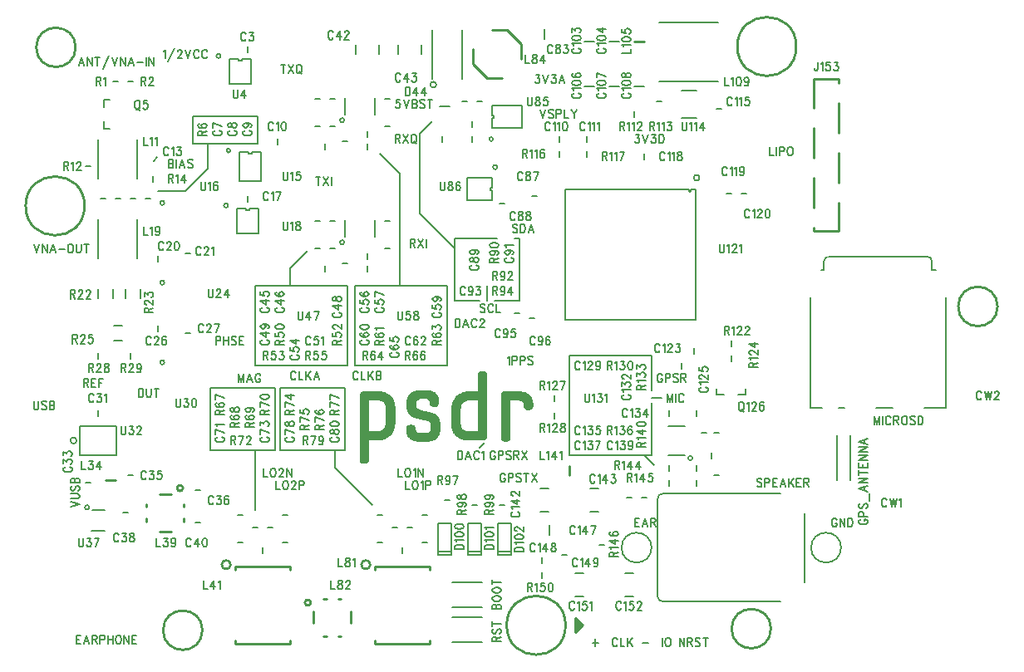
<source format=gto>
*
*
G04 PADS 9.5 Build Number: 522968 generated Gerber (RS-274-X) file*
G04 PC Version=2.1*
*
%IN "PSDR.pcb"*%
*
%MOIN*%
*
%FSLAX35Y35*%
*
*
*
*
G04 PC Standard Apertures*
*
*
G04 Thermal Relief Aperture macro.*
%AMTER*
1,1,$1,0,0*
1,0,$1-$2,0,0*
21,0,$3,$4,0,0,45*
21,0,$3,$4,0,0,135*
%
*
*
G04 Annular Aperture macro.*
%AMANN*
1,1,$1,0,0*
1,0,$2,0,0*
%
*
*
G04 Odd Aperture macro.*
%AMODD*
1,1,$1,0,0*
1,0,$1-0.005,0,0*
%
*
*
G04 PC Custom Aperture Macros*
*
*
*
*
*
*
G04 PC Aperture Table*
*
%ADD010C,0.001*%
%ADD011C,0.008*%
%ADD012C,0.00787*%
%ADD053C,0.002*%
%ADD082C,0.006*%
%ADD146C,0.01*%
%ADD147C,0.00787*%
*
*
*
*
G04 PC Circuitry*
G04 Layer Name PSDR.pcb - circuitry*
%LPD*%
*
*
G04 PC Custom Flashes*
G04 Layer Name PSDR.pcb - flashes*
%LPD*%
*
*
G04 PC Circuitry*
G04 Layer Name PSDR.pcb - circuitry*
%LPD*%
*
G54D10*
G54D11*
G01X265323Y152709D02*
Y139913D01*
X270677*
Y152709*
X265323*
X270534Y141291D02*
X265335D01*
X324031Y346000D02*
X327969D01*
X263094Y331157D02*
Y350843D01*
X274906D02*
Y331157D01*
X264669Y328795D02*
G75*
G03X264669I-1181J0D01*
G01X308000Y350969D02*
Y347031D01*
X269969Y320000D02*
X266031D01*
X129126Y259126D02*
Y274874D01*
X144874Y259126D02*
Y274874D01*
X425244Y169945D02*
Y188055D01*
X430756Y169945D02*
Y188055D01*
X144874Y306874D02*
Y291126D01*
X129126Y306874D02*
Y291126D01*
X334031Y346000D02*
X337969D01*
X388800Y206600D02*
Y204400D01*
X385800*
X380200D02*
X377200D01*
Y206600*
X310000Y151969D02*
Y148031D01*
X347969Y328000D02*
X344031D01*
X337969D02*
X334031D01*
X327969D02*
X324031D01*
X133600Y311200D02*
X131400D01*
Y314200*
Y319800D02*
Y322800D01*
X133600*
X351000Y143000D02*
G03X351000I-6000J0D01*
G01X427000D02*
G03X427000I-6000J0D01*
G01X277323Y152709D02*
Y139913D01*
X282677*
Y152709*
X277323*
X282534Y141291D02*
X277335D01*
X289323Y152709D02*
Y139913D01*
X294677*
Y152709*
X289323*
X294534Y141291D02*
X289335D01*
X192000Y248000D02*
X229000D01*
Y216000*
X192000*
Y248000*
X232000Y216000D02*
X269000D01*
Y248000*
X232000*
Y216000*
X206000Y248000D02*
Y255000D01*
X213000Y262000*
X250000Y248000D02*
Y293000D01*
X242000Y301000*
X167000Y316000D02*
X193000D01*
Y305000*
X167000*
Y316000*
X173000Y305000D02*
Y295000D01*
X164000Y286000*
X153000*
X272000Y263000D02*
X258000Y277000D01*
Y309000*
X263000Y314000*
X174000Y207000D02*
X200000D01*
Y182000*
X174000*
Y207000*
X202000D02*
X228000D01*
Y182000*
X202000*
Y207000*
X192000Y182000D02*
Y158000D01*
X224000Y182000D02*
Y175000D01*
X239000Y160000*
X289000Y267000D02*
X272000D01*
Y242000*
X282000*
X288000D02*
X298000D01*
Y267000*
X296000*
X285000Y242000D02*
Y248000D01*
X282000Y183000D02*
X284000Y185000D01*
X351000Y201000D02*
Y180000D01*
X318000*
Y220000*
X351000*
Y206000*
Y203000D02*
X355000D01*
X348000Y180000D02*
X352000Y176000D01*
G54D12*
X363047Y315449D02*
X368953D01*
X363047Y326551D02*
X368953D01*
X469000Y243488D02*
Y199000D01*
X460339*
X419394D02*
X414669D01*
Y243488*
X465063Y254512D02*
X463488D01*
Y257858*
G03X461520Y259827I-1968J0*
G01X422150*
G03X420181Y257858I-0J-1969*
G01Y254512*
X419000*
X447740Y199000D02*
X441047D01*
X428449D02*
X426087D01*
X306228Y166724D02*
X309772D01*
X306228Y157276D02*
X309772D01*
X282906Y119079D02*
X271094D01*
X282906Y128921D02*
X271094D01*
X282906Y105079D02*
X271094D01*
X282906Y114921D02*
X271094D01*
X129047Y243228D02*
Y246772D01*
X134953Y243228D02*
Y246772D01*
X329772Y157276D02*
X326228D01*
X329772Y166724D02*
X326228D01*
X354189Y353811D02*
X377811D01*
Y330189D02*
X354189D01*
X140047Y243228D02*
Y246772D01*
X145953Y243228D02*
Y246772D01*
X138772Y226047D02*
X135228D01*
X138772Y231953D02*
X135228D01*
X323772Y123276D02*
X320228D01*
X323772Y132724D02*
X320228D01*
X343772Y123276D02*
X340228D01*
X343772Y132724D02*
X340228D01*
X357654Y180094D02*
X364346D01*
X357654Y191906D02*
X364346D01*
X367392Y178913D02*
G03X367392I-880J0D01*
G01X228094Y274346D02*
Y267654D01*
X239906Y274346D02*
Y267654D01*
X227794Y265488D02*
G03X227794I-881J0D01*
G01X228094Y323346D02*
Y316654D01*
X239906Y323346D02*
Y316654D01*
X227794Y314488D02*
G03X227794I-881J0D01*
G01X286921Y291429D02*
Y287554D01*
X286306*
Y286446*
X286921*
Y282571*
X277079*
Y291429*
X286921*
X289180Y295661D02*
G03X289180I-881J0D01*
G01X184571Y278921D02*
X188446D01*
Y278306*
X189554*
Y278921*
X193429*
Y269079*
X184571*
Y278921*
X181219Y280299D02*
G03X181219I-880J0D01*
G01X181571Y338921D02*
X185446D01*
Y338306*
X186554*
Y338921*
X190429*
Y329079*
X181571*
Y338921*
X178219Y340299D02*
G03X178219I-880J0D01*
G01X131756Y158232D02*
X126638D01*
X131756Y149768D02*
X126244D01*
X125550Y159118D02*
G03X125550I-881J0D01*
G01X185571Y301807D02*
X189446D01*
Y301081*
X190554*
Y301807*
X194429*
Y290193*
X185571*
Y301807*
X182126Y302299D02*
G03X182126I-787J0D01*
G01X155613Y249331D02*
G03X155613I-881J0D01*
G01Y281331D02*
G03X155613I-881J0D01*
G01Y217331D02*
G03X155613I-881J0D01*
G01X287094Y311472D02*
Y315434D01*
X287833*
Y316566*
X287094*
Y320528*
X298906*
Y311472*
X287094*
X316519Y286881D02*
Y234519D01*
X368881*
Y286881*
X366913*
X366322Y285700*
X365731Y286881*
X316519*
X370259Y291409D02*
G03X370259I-1181J0D01*
G01X258724Y344772D02*
Y341228D01*
X249276Y344772D02*
Y341228D01*
X241724Y344772D02*
Y341228D01*
X232276Y344772D02*
Y341228D01*
X121598Y180193D02*
Y191807D01*
X136402*
Y180193*
X121598*
X120402Y186000D02*
G03X120402I-1245J0D01*
G54D53*
G01X235000Y177000D02*
X236350D01*
X234460Y177180D02*
X236710D01*
X234280Y177360D02*
X236890D01*
X234100Y177540D02*
X237070D01*
X234100Y177720D02*
X237250D01*
X234100Y177900D02*
X237250D01*
X233920Y178080D02*
X237250D01*
X233920Y178260D02*
X237250D01*
X233920Y178440D02*
X237430D01*
X233920Y178620D02*
X237430D01*
X233920Y178800D02*
X237430D01*
X233920Y178980D02*
X237430D01*
X233920Y179160D02*
X237430D01*
X233920Y179340D02*
X237430D01*
X233920Y179520D02*
X237430D01*
X233920Y179700D02*
X237430D01*
X233920Y179880D02*
X237430D01*
X233920Y180060D02*
X237430D01*
X233920Y180240D02*
X237430D01*
X233920Y180420D02*
X237430D01*
X233920Y180600D02*
X237430D01*
X233920Y180780D02*
X237430D01*
X233920Y180960D02*
X237430D01*
X233920Y181140D02*
X237430D01*
X233920Y181320D02*
X237430D01*
X233920Y181500D02*
X237430D01*
X233920Y181680D02*
X237430D01*
X233920Y181860D02*
X237430D01*
X233920Y182040D02*
X237430D01*
X233920Y182220D02*
X237430D01*
X233920Y182400D02*
X237430D01*
X233920Y182580D02*
X237430D01*
X233920Y182760D02*
X237430D01*
X233920Y182940D02*
X237430D01*
X233920Y183120D02*
X237430D01*
X233920Y183300D02*
X237430D01*
X233920Y183480D02*
X237430D01*
X233920Y183660D02*
X237430D01*
X233920Y183840D02*
X237430D01*
X233920Y184020D02*
X237430D01*
X233920Y184200D02*
X237430D01*
X233920Y184380D02*
X237430D01*
X233920Y184560D02*
X237430D01*
X233920Y184740D02*
X237430D01*
X233920Y184920D02*
X237430D01*
X233920Y185100D02*
X237430D01*
X233920Y185280D02*
X237430D01*
X233920Y185460D02*
X237430D01*
X233920Y185640D02*
X237430D01*
X233920Y185820D02*
X237430D01*
X256600D02*
X261550D01*
X291700D02*
X293050D01*
X233920Y186000D02*
X237430D01*
X255880D02*
X262450D01*
X291340D02*
X293410D01*
X233920Y186180D02*
X237430D01*
X255340D02*
X262990D01*
X290980D02*
X293590D01*
X233920Y186360D02*
X242290D01*
X254800D02*
X263530D01*
X276040D02*
X283690D01*
X290980D02*
X293770D01*
X233920Y186540D02*
X243190D01*
X254620D02*
X263890D01*
X275320D02*
X284050D01*
X290800D02*
X293950D01*
X233920Y186720D02*
X243730D01*
X254260D02*
X264070D01*
X274780D02*
X284410D01*
X290800D02*
X293950D01*
X233920Y186900D02*
X244090D01*
X254080D02*
X264430D01*
X274240D02*
X284410D01*
X290620D02*
X293950D01*
X233920Y187080D02*
X244450D01*
X253900D02*
X264610D01*
X273880D02*
X284590D01*
X290620D02*
X293950D01*
X233920Y187260D02*
X244810D01*
X253720D02*
X264790D01*
X273520D02*
X284590D01*
X290620D02*
X294130D01*
X233920Y187440D02*
X245170D01*
X253540D02*
X264970D01*
X273340D02*
X284770D01*
X290620D02*
X294130D01*
X233920Y187620D02*
X245350D01*
X253360D02*
X265150D01*
X272980D02*
X284770D01*
X290620D02*
X294130D01*
X233920Y187800D02*
X245530D01*
X253180D02*
X265150D01*
X272800D02*
X284770D01*
X290620D02*
X294130D01*
X233920Y187980D02*
X245710D01*
X253180D02*
X265330D01*
X272620D02*
X284770D01*
X290620D02*
X294130D01*
X233920Y188160D02*
X245890D01*
X253000D02*
X265510D01*
X272440D02*
X284770D01*
X290620D02*
X294130D01*
X233920Y188340D02*
X246070D01*
X253000D02*
X265510D01*
X272260D02*
X284770D01*
X290620D02*
X294130D01*
X233920Y188520D02*
X246250D01*
X253000D02*
X265690D01*
X272080D02*
X284770D01*
X290620D02*
X294130D01*
X233920Y188700D02*
X246430D01*
X252820D02*
X265690D01*
X271900D02*
X284770D01*
X290620D02*
X294130D01*
X233920Y188880D02*
X246610D01*
X252820D02*
X265690D01*
X271900D02*
X284770D01*
X290620D02*
X294130D01*
X233920Y189060D02*
X246790D01*
X252820D02*
X265870D01*
X271720D02*
X284770D01*
X290620D02*
X294130D01*
X233920Y189240D02*
X246790D01*
X252640D02*
X257050D01*
X261100D02*
X265870D01*
X271540D02*
X284770D01*
X290620D02*
X294130D01*
X233920Y189420D02*
X246970D01*
X252640D02*
X256690D01*
X261640D02*
X265870D01*
X271540D02*
X284770D01*
X290620D02*
X294130D01*
X233920Y189600D02*
X246970D01*
X252640D02*
X256510D01*
X262000D02*
X266050D01*
X271360D02*
X284770D01*
X290620D02*
X294130D01*
X233920Y189780D02*
X237430D01*
X241840D02*
X247150D01*
X252640D02*
X256330D01*
X262180D02*
X266050D01*
X271360D02*
X276670D01*
X281260D02*
X284770D01*
X290620D02*
X294130D01*
X233920Y189960D02*
X237430D01*
X242380D02*
X247150D01*
X252640D02*
X256330D01*
X262360D02*
X266050D01*
X271360D02*
X275950D01*
X281260D02*
X284770D01*
X290620D02*
X294130D01*
X233920Y190140D02*
X237430D01*
X242740D02*
X247330D01*
X252640D02*
X256150D01*
X262360D02*
X266050D01*
X271180D02*
X275590D01*
X281260D02*
X284770D01*
X290620D02*
X294130D01*
X233920Y190320D02*
X237430D01*
X243100D02*
X247330D01*
X252640D02*
X256150D01*
X262540D02*
X266050D01*
X271180D02*
X275410D01*
X281260D02*
X284770D01*
X290620D02*
X294130D01*
X233920Y190500D02*
X237430D01*
X243280D02*
X247510D01*
X252640D02*
X256150D01*
X262540D02*
X266050D01*
X271000D02*
X275050D01*
X281260D02*
X284770D01*
X290620D02*
X294130D01*
X233920Y190680D02*
X237430D01*
X243460D02*
X247510D01*
X252640D02*
X256150D01*
X262540D02*
X266050D01*
X271000D02*
X274870D01*
X281260D02*
X284770D01*
X290620D02*
X294130D01*
X233920Y190860D02*
X237430D01*
X243640D02*
X247510D01*
X252640D02*
X256150D01*
X262540D02*
X266050D01*
X271000D02*
X274870D01*
X281260D02*
X284770D01*
X290620D02*
X294130D01*
X233920Y191040D02*
X237430D01*
X243820D02*
X247690D01*
X252640D02*
X255970D01*
X262540D02*
X266050D01*
X271000D02*
X274690D01*
X281260D02*
X284770D01*
X290620D02*
X294130D01*
X233920Y191220D02*
X237430D01*
X243820D02*
X247690D01*
X252820D02*
X255970D01*
X262540D02*
X266050D01*
X270820D02*
X274510D01*
X281260D02*
X284770D01*
X290620D02*
X294130D01*
X233920Y191400D02*
X237430D01*
X244000D02*
X247690D01*
X252820D02*
X255970D01*
X262540D02*
X266050D01*
X270820D02*
X274510D01*
X281260D02*
X284770D01*
X290620D02*
X294130D01*
X233920Y191580D02*
X237430D01*
X244000D02*
X247690D01*
X252820D02*
X255790D01*
X262540D02*
X266050D01*
X270820D02*
X274510D01*
X281260D02*
X284770D01*
X290620D02*
X294130D01*
X233920Y191760D02*
X237430D01*
X244180D02*
X247870D01*
X253000D02*
X255790D01*
X262540D02*
X266050D01*
X270820D02*
X274330D01*
X281260D02*
X284770D01*
X290620D02*
X294130D01*
X233920Y191940D02*
X237430D01*
X244180D02*
X247870D01*
X253180D02*
X255610D01*
X262540D02*
X266050D01*
X270820D02*
X274330D01*
X281260D02*
X284770D01*
X290620D02*
X294130D01*
X233920Y192120D02*
X237430D01*
X244360D02*
X247870D01*
X253540D02*
X255250D01*
X262540D02*
X266050D01*
X270820D02*
X274330D01*
X281260D02*
X284770D01*
X290620D02*
X294130D01*
X233920Y192300D02*
X237430D01*
X244360D02*
X247870D01*
X254080D02*
X254710D01*
X262540D02*
X266050D01*
X270640D02*
X274330D01*
X281260D02*
X284770D01*
X290620D02*
X294130D01*
X233920Y192480D02*
X237430D01*
X244360D02*
X247870D01*
X262540D02*
X266050D01*
X270640D02*
X274150D01*
X281260D02*
X284770D01*
X290620D02*
X294130D01*
X233920Y192660D02*
X237430D01*
X244360D02*
X247870D01*
X262540D02*
X266050D01*
X270640D02*
X274150D01*
X281260D02*
X284770D01*
X290620D02*
X294130D01*
X233920Y192840D02*
X237430D01*
X244360D02*
X248050D01*
X262540D02*
X266050D01*
X270640D02*
X274150D01*
X281260D02*
X284770D01*
X290620D02*
X294130D01*
X233920Y193020D02*
X237430D01*
X244540D02*
X248050D01*
X262360D02*
X266050D01*
X270640D02*
X274150D01*
X281260D02*
X284770D01*
X290620D02*
X294130D01*
X233920Y193200D02*
X237430D01*
X244540D02*
X248050D01*
X262360D02*
X266050D01*
X270640D02*
X274150D01*
X281260D02*
X284770D01*
X290620D02*
X294130D01*
X233920Y193380D02*
X237430D01*
X244540D02*
X248050D01*
X262180D02*
X266050D01*
X270640D02*
X274150D01*
X281260D02*
X284770D01*
X290620D02*
X294130D01*
X233920Y193560D02*
X237430D01*
X244540D02*
X248050D01*
X262000D02*
X266050D01*
X270640D02*
X274150D01*
X281260D02*
X284770D01*
X290620D02*
X294130D01*
X233920Y193740D02*
X237430D01*
X244540D02*
X248050D01*
X261640D02*
X265870D01*
X270640D02*
X274150D01*
X281260D02*
X284770D01*
X290620D02*
X294130D01*
X233920Y193920D02*
X237430D01*
X244540D02*
X248050D01*
X261280D02*
X265870D01*
X270640D02*
X274150D01*
X281260D02*
X284770D01*
X290620D02*
X294130D01*
X233920Y194100D02*
X237430D01*
X244540D02*
X248050D01*
X260560D02*
X265870D01*
X270640D02*
X274150D01*
X281260D02*
X284770D01*
X290620D02*
X294130D01*
X233920Y194280D02*
X237430D01*
X244540D02*
X248050D01*
X259840D02*
X265870D01*
X270640D02*
X274150D01*
X281260D02*
X284770D01*
X290620D02*
X294130D01*
X233920Y194460D02*
X237430D01*
X244540D02*
X248050D01*
X259120D02*
X265690D01*
X270640D02*
X274150D01*
X281260D02*
X284770D01*
X290620D02*
X294130D01*
X233920Y194640D02*
X237430D01*
X244540D02*
X248050D01*
X258580D02*
X265690D01*
X270640D02*
X274150D01*
X281260D02*
X284770D01*
X290620D02*
X294130D01*
X233920Y194820D02*
X237430D01*
X244540D02*
X248050D01*
X257860D02*
X265510D01*
X270640D02*
X274150D01*
X281260D02*
X284770D01*
X290620D02*
X294130D01*
X233920Y195000D02*
X237430D01*
X244540D02*
X248050D01*
X257140D02*
X265510D01*
X270640D02*
X274150D01*
X281260D02*
X284770D01*
X290620D02*
X294130D01*
X233920Y195180D02*
X237430D01*
X244540D02*
X248050D01*
X256420D02*
X265330D01*
X270640D02*
X274150D01*
X281260D02*
X284770D01*
X290620D02*
X294130D01*
X233920Y195360D02*
X237430D01*
X244540D02*
X248050D01*
X255880D02*
X265330D01*
X270640D02*
X274150D01*
X281260D02*
X284770D01*
X290620D02*
X294130D01*
X233920Y195540D02*
X237430D01*
X244540D02*
X248050D01*
X255340D02*
X265150D01*
X270640D02*
X274150D01*
X281260D02*
X284770D01*
X290620D02*
X294130D01*
X233920Y195720D02*
X237430D01*
X244540D02*
X248050D01*
X254980D02*
X264970D01*
X270640D02*
X274150D01*
X281260D02*
X284770D01*
X290620D02*
X294130D01*
X233920Y195900D02*
X237430D01*
X244540D02*
X248050D01*
X254800D02*
X264790D01*
X270640D02*
X274150D01*
X281260D02*
X284770D01*
X290620D02*
X294130D01*
X233920Y196080D02*
X237430D01*
X244540D02*
X248050D01*
X254440D02*
X264610D01*
X270640D02*
X274150D01*
X281260D02*
X284770D01*
X290620D02*
X294130D01*
X233920Y196260D02*
X237430D01*
X244540D02*
X248050D01*
X254260D02*
X264430D01*
X270640D02*
X274150D01*
X281260D02*
X284770D01*
X290620D02*
X294130D01*
X233920Y196440D02*
X237430D01*
X244540D02*
X248050D01*
X254080D02*
X264250D01*
X270640D02*
X274150D01*
X281260D02*
X284770D01*
X290620D02*
X294130D01*
X233920Y196620D02*
X237430D01*
X244540D02*
X248050D01*
X253900D02*
X263890D01*
X270640D02*
X274150D01*
X281260D02*
X284770D01*
X290620D02*
X294130D01*
X233920Y196800D02*
X237430D01*
X244540D02*
X248050D01*
X253720D02*
X263530D01*
X270640D02*
X274150D01*
X281260D02*
X284770D01*
X290620D02*
X294130D01*
X233920Y196980D02*
X237430D01*
X244540D02*
X248050D01*
X253540D02*
X263170D01*
X270640D02*
X274150D01*
X281260D02*
X284770D01*
X290620D02*
X294130D01*
X233920Y197160D02*
X237430D01*
X244540D02*
X248050D01*
X253540D02*
X262630D01*
X270640D02*
X274150D01*
X281260D02*
X284770D01*
X290620D02*
X294130D01*
X233920Y197340D02*
X237430D01*
X244540D02*
X248050D01*
X253360D02*
X261910D01*
X270640D02*
X274150D01*
X281260D02*
X284770D01*
X290620D02*
X294130D01*
X233920Y197520D02*
X237430D01*
X244540D02*
X248050D01*
X253360D02*
X261190D01*
X270640D02*
X274150D01*
X281260D02*
X284770D01*
X290620D02*
X294130D01*
X233920Y197700D02*
X237430D01*
X244540D02*
X248050D01*
X253180D02*
X260650D01*
X270640D02*
X274150D01*
X281260D02*
X284770D01*
X290620D02*
X294130D01*
X233920Y197880D02*
X237430D01*
X244540D02*
X248050D01*
X253180D02*
X259930D01*
X270640D02*
X274150D01*
X281260D02*
X284770D01*
X290620D02*
X294130D01*
X233920Y198060D02*
X237430D01*
X244540D02*
X248050D01*
X253180D02*
X259210D01*
X270640D02*
X274150D01*
X281260D02*
X284770D01*
X290620D02*
X294130D01*
X233920Y198240D02*
X237430D01*
X244540D02*
X248050D01*
X253000D02*
X258490D01*
X270640D02*
X274150D01*
X281260D02*
X284770D01*
X290620D02*
X294130D01*
X233920Y198420D02*
X237430D01*
X244540D02*
X248050D01*
X253000D02*
X257950D01*
X270640D02*
X274150D01*
X281260D02*
X284770D01*
X290620D02*
X294130D01*
X300880D02*
X302050D01*
X233920Y198600D02*
X237430D01*
X244540D02*
X248050D01*
X253000D02*
X257410D01*
X270640D02*
X274150D01*
X281260D02*
X284770D01*
X290620D02*
X294130D01*
X300520D02*
X302590D01*
X233920Y198780D02*
X237430D01*
X244540D02*
X248050D01*
X252820D02*
X257050D01*
X270640D02*
X274150D01*
X281260D02*
X284770D01*
X290620D02*
X294130D01*
X300340D02*
X302770D01*
X233920Y198960D02*
X237430D01*
X244540D02*
X248050D01*
X252820D02*
X256690D01*
X270640D02*
X274150D01*
X281260D02*
X284770D01*
X290620D02*
X294130D01*
X300160D02*
X302950D01*
X233920Y199140D02*
X237430D01*
X244540D02*
X248050D01*
X252820D02*
X256690D01*
X270640D02*
X274330D01*
X281260D02*
X284770D01*
X290620D02*
X294130D01*
X299980D02*
X302950D01*
X233920Y199320D02*
X237430D01*
X244540D02*
X248050D01*
X252820D02*
X256510D01*
X270820D02*
X274330D01*
X281260D02*
X284770D01*
X290620D02*
X294130D01*
X299980D02*
X303130D01*
X233920Y199500D02*
X237430D01*
X244540D02*
X248050D01*
X252820D02*
X256330D01*
X270820D02*
X274330D01*
X281260D02*
X284770D01*
X290620D02*
X294130D01*
X299800D02*
X303130D01*
X233920Y199680D02*
X237430D01*
X244360D02*
X248050D01*
X252820D02*
X256330D01*
X270820D02*
X274330D01*
X281260D02*
X284770D01*
X290620D02*
X294130D01*
X299800D02*
X303130D01*
X233920Y199860D02*
X237430D01*
X244360D02*
X247870D01*
X252820D02*
X256330D01*
X262900D02*
X264610D01*
X270820D02*
X274330D01*
X281260D02*
X284770D01*
X290620D02*
X294130D01*
X299800D02*
X303310D01*
X233920Y200040D02*
X237430D01*
X244360D02*
X247870D01*
X252820D02*
X256330D01*
X262540D02*
X264790D01*
X270820D02*
X274510D01*
X281260D02*
X284770D01*
X290620D02*
X294130D01*
X299800D02*
X303310D01*
X233920Y200220D02*
X237430D01*
X244360D02*
X247870D01*
X252820D02*
X256330D01*
X262360D02*
X264970D01*
X270820D02*
X274510D01*
X281260D02*
X284770D01*
X290620D02*
X294130D01*
X299800D02*
X303310D01*
X233920Y200400D02*
X237430D01*
X244180D02*
X247870D01*
X252820D02*
X256330D01*
X262180D02*
X265150D01*
X271000D02*
X274510D01*
X281260D02*
X284770D01*
X290620D02*
X294130D01*
X299800D02*
X303310D01*
X233920Y200580D02*
X237430D01*
X244180D02*
X247870D01*
X252820D02*
X256330D01*
X262180D02*
X265330D01*
X271000D02*
X274690D01*
X281260D02*
X284770D01*
X290620D02*
X294130D01*
X299800D02*
X303310D01*
X233920Y200760D02*
X237430D01*
X244180D02*
X247870D01*
X252820D02*
X256330D01*
X262180D02*
X265330D01*
X271000D02*
X274870D01*
X281260D02*
X284770D01*
X290620D02*
X294130D01*
X299620D02*
X303310D01*
X233920Y200940D02*
X237430D01*
X244000D02*
X247690D01*
X252820D02*
X256330D01*
X262000D02*
X265510D01*
X271000D02*
X274870D01*
X281260D02*
X284770D01*
X290620D02*
X294130D01*
X299620D02*
X303310D01*
X233920Y201120D02*
X237430D01*
X243820D02*
X247690D01*
X252820D02*
X256330D01*
X262000D02*
X265510D01*
X271180D02*
X275050D01*
X281260D02*
X284770D01*
X290620D02*
X294130D01*
X299620D02*
X303130D01*
X233920Y201300D02*
X237430D01*
X243820D02*
X247690D01*
X252820D02*
X256330D01*
X262000D02*
X265510D01*
X271180D02*
X275230D01*
X281260D02*
X284770D01*
X290620D02*
X294130D01*
X299440D02*
X303130D01*
X233920Y201480D02*
X237430D01*
X243640D02*
X247690D01*
X252820D02*
X256330D01*
X262000D02*
X265510D01*
X271180D02*
X275410D01*
X281260D02*
X284770D01*
X290620D02*
X294130D01*
X299440D02*
X303130D01*
X233920Y201660D02*
X237430D01*
X243280D02*
X247510D01*
X252820D02*
X256330D01*
X262000D02*
X265510D01*
X271360D02*
X275590D01*
X281260D02*
X284770D01*
X290620D02*
X294130D01*
X299260D02*
X303130D01*
X233920Y201840D02*
X237430D01*
X243100D02*
X247510D01*
X252820D02*
X256510D01*
X262000D02*
X265510D01*
X271360D02*
X275950D01*
X281260D02*
X284770D01*
X290620D02*
X294130D01*
X299080D02*
X303130D01*
X233920Y202020D02*
X237430D01*
X242740D02*
X247330D01*
X252820D02*
X256510D01*
X261820D02*
X265510D01*
X271540D02*
X276310D01*
X281260D02*
X284770D01*
X290620D02*
X294130D01*
X298720D02*
X303130D01*
X233920Y202200D02*
X237430D01*
X242020D02*
X247330D01*
X252820D02*
X256690D01*
X261820D02*
X265510D01*
X271540D02*
X276850D01*
X281260D02*
X284770D01*
X290620D02*
X294130D01*
X298180D02*
X302950D01*
X233920Y202380D02*
X247330D01*
X252820D02*
X256870D01*
X261640D02*
X265510D01*
X271720D02*
X284770D01*
X290620D02*
X302950D01*
X233920Y202560D02*
X247150D01*
X253000D02*
X257230D01*
X261460D02*
X265510D01*
X271720D02*
X284770D01*
X290620D02*
X302950D01*
X233920Y202740D02*
X247150D01*
X253000D02*
X257770D01*
X260920D02*
X265330D01*
X271900D02*
X284770D01*
X290620D02*
X302770D01*
X233920Y202920D02*
X246970D01*
X253000D02*
X265330D01*
X271900D02*
X284770D01*
X290620D02*
X302770D01*
X233920Y203100D02*
X246790D01*
X253180D02*
X265330D01*
X272080D02*
X284770D01*
X290620D02*
X302590D01*
X233920Y203280D02*
X246790D01*
X253180D02*
X265330D01*
X272260D02*
X284770D01*
X290620D02*
X302590D01*
X233920Y203460D02*
X246610D01*
X253180D02*
X265150D01*
X272440D02*
X284770D01*
X290620D02*
X302410D01*
X233920Y203640D02*
X246430D01*
X253360D02*
X265150D01*
X272440D02*
X284770D01*
X290620D02*
X302410D01*
X233920Y203820D02*
X246250D01*
X253360D02*
X264970D01*
X272620D02*
X284770D01*
X290620D02*
X302230D01*
X233920Y204000D02*
X246070D01*
X253540D02*
X264970D01*
X272800D02*
X284770D01*
X290620D02*
X302050D01*
X233920Y204180D02*
X245890D01*
X253720D02*
X264790D01*
X273160D02*
X284770D01*
X290620D02*
X301870D01*
X233920Y204360D02*
X245710D01*
X253720D02*
X264790D01*
X273340D02*
X284770D01*
X290620D02*
X301690D01*
X233920Y204540D02*
X245350D01*
X253900D02*
X264610D01*
X273520D02*
X284770D01*
X290620D02*
X301510D01*
X234100Y204720D02*
X245170D01*
X254080D02*
X264430D01*
X273880D02*
X284770D01*
X290800D02*
X301330D01*
X234100Y204900D02*
X244810D01*
X254260D02*
X264250D01*
X274060D02*
X284770D01*
X290800D02*
X300970D01*
X234280Y205080D02*
X244450D01*
X254440D02*
X264070D01*
X274600D02*
X284770D01*
X290800D02*
X300610D01*
X234280Y205260D02*
X243910D01*
X254800D02*
X263890D01*
X274960D02*
X284770D01*
X290980D02*
X300250D01*
X234640Y205440D02*
X243370D01*
X254980D02*
X263530D01*
X275500D02*
X284770D01*
X291160D02*
X299710D01*
X235000Y205620D02*
X242650D01*
X255340D02*
X263170D01*
X276400D02*
X284770D01*
X291520D02*
X298810D01*
X255880Y205800D02*
X262810D01*
X281260D02*
X284770D01*
X256420Y205980D02*
X262270D01*
X281260D02*
X284770D01*
X257320Y206160D02*
X261370D01*
X281260D02*
X284770D01*
X281260Y206340D02*
X284770D01*
X281260Y206520D02*
X284770D01*
X281260Y206700D02*
X284770D01*
X281260Y206880D02*
X284770D01*
X281260Y207060D02*
X284770D01*
X281260Y207240D02*
X284770D01*
X281260Y207420D02*
X284770D01*
X281260Y207600D02*
X284770D01*
X281260Y207780D02*
X284770D01*
X281260Y207960D02*
X284770D01*
X281260Y208140D02*
X284770D01*
X281260Y208320D02*
X284770D01*
X281260Y208500D02*
X284770D01*
X281260Y208680D02*
X284770D01*
X281260Y208860D02*
X284770D01*
X281260Y209040D02*
X284770D01*
X281260Y209220D02*
X284770D01*
X281260Y209400D02*
X284770D01*
X281260Y209580D02*
X284770D01*
X281260Y209760D02*
X284770D01*
X281260Y209940D02*
X284770D01*
X281260Y210120D02*
X284770D01*
X281260Y210300D02*
X284770D01*
X281260Y210480D02*
X284770D01*
X281260Y210660D02*
X284770D01*
X281260Y210840D02*
X284770D01*
X281260Y211020D02*
X284770D01*
X281260Y211200D02*
X284770D01*
X281260Y211380D02*
X284770D01*
X281260Y211560D02*
X284770D01*
X281260Y211740D02*
X284770D01*
X281260Y211920D02*
X284770D01*
X281260Y212100D02*
X284770D01*
X281260Y212280D02*
X284770D01*
X281260Y212460D02*
X284770D01*
X281440Y212640D02*
X284770D01*
X281440Y212820D02*
X284770D01*
X281440Y213000D02*
X284590D01*
X281440Y213180D02*
X284590D01*
X281620Y213360D02*
X284410D01*
X281800Y213540D02*
X284410D01*
X281980Y213720D02*
X284050D01*
X282340Y213900D02*
X283690D01*
G54D82*
X412528Y156780D02*
Y129220D01*
X402685Y164654D02*
X355441D01*
G03X353472Y162685I-0J-1969*
G01Y123315*
G03X355441Y121346I1969J-0*
G01X402685*
X363300Y313844D02*
Y311313D01*
X363300D02*
X363436Y310806D01*
X363709Y310469*
X364118Y310300*
X364391*
X364800Y310469*
X365073Y310806*
X365209Y311313*
X365209D02*
Y313844D01*
X366436Y313169D02*
X366709Y313338D01*
X366709D02*
X367118Y313844D01*
Y310300*
X368345Y313169D02*
X368618Y313338D01*
X368618D02*
X369027Y313844D01*
Y310300*
X371618Y313844D02*
X370255Y311481D01*
X372300*
X371618Y313844D02*
Y310300D01*
X272156Y142300D02*
X275700D01*
X272156D02*
Y143255D01*
X272325Y143664*
X272662Y143936*
X272662D02*
X273000Y144073D01*
X273506Y144209*
X274350*
X274856Y144073*
X275194Y143936*
X275531Y143664*
X275700Y143255*
Y142300*
X272831Y145436D02*
X272662Y145709D01*
X272662D02*
X272156Y146118D01*
X275700*
X272156Y148164D02*
X272325Y147755D01*
X272831Y147482*
X273675Y147345*
X274181*
X275025Y147482*
X275531Y147755*
X275700Y148164*
Y148436*
X275531Y148845*
X275025Y149118*
X274181Y149255*
X273675*
X272831Y149118*
X272325Y148845*
X272156Y148436*
Y148164*
Y151300D02*
X272325Y150891D01*
X272831Y150618*
X273675Y150482*
X274181*
X275025Y150618*
X275531Y150891*
X275700Y151300*
Y151573*
X275531Y151982*
X275025Y152255*
X274181Y152391*
X273675*
X272831Y152255*
X272325Y151982*
X272156Y151573*
Y151300*
X350300Y313844D02*
Y310300D01*
Y313844D02*
X351527D01*
X351936Y313675*
X352073Y313506*
X352209Y313169*
Y312831*
X352073Y312494*
X351936Y312325*
X351527Y312156*
X350300*
X351255D02*
X352209Y310300D01*
X353436Y313169D02*
X353709Y313338D01*
X353709D02*
X354118Y313844D01*
Y310300*
X355345Y313169D02*
X355618Y313338D01*
X355618D02*
X356027Y313844D01*
Y310300*
X357527Y313844D02*
X359027D01*
X358209Y312494*
X358618*
X358891Y312325*
X359027Y312156*
X359164Y311650*
Y311313*
X359164D02*
X359027Y310806D01*
X358755Y310469*
X358345Y310300*
X357936*
X357527Y310469*
X357391Y310638*
X357391D02*
X357255Y310975D01*
X331300Y301844D02*
Y298300D01*
Y301844D02*
X332527D01*
X332936Y301675*
X333073Y301506*
X333209Y301169*
Y300831*
X333073Y300494*
X332936Y300325*
X332527Y300156*
X331300*
X332255D02*
X333209Y298300D01*
X334436Y301169D02*
X334709Y301338D01*
X334709D02*
X335118Y301844D01*
Y298300*
X336345Y301169D02*
X336618Y301338D01*
X336618D02*
X337027Y301844D01*
Y298300*
X340164Y301844D02*
X338800Y298300D01*
X338255Y301844D02*
X340164D01*
X445345Y162000D02*
X445209Y162338D01*
X445209D02*
X444936Y162675D01*
X444664Y162844*
X444118*
X443845Y162675*
X443573Y162338*
X443573D02*
X443436Y162000D01*
X443300Y161494*
Y160650*
X443436Y160144*
X443573Y159806*
X443845Y159469*
X444118Y159300*
X444664*
X444936Y159469*
X445209Y159806*
X445345Y160144*
X446573Y162844D02*
X447255Y159300D01*
X447936Y162844D02*
X447255Y159300D01*
X447936Y162844D02*
X448618Y159300D01*
X449300Y162844D02*
X448618Y159300D01*
X450527Y162169D02*
X450800Y162338D01*
X450800D02*
X451209Y162844D01*
Y159300*
X483345Y205000D02*
X483209Y205337D01*
X483209D02*
X482936Y205675D01*
X482664Y205844*
X482118*
X481845Y205675*
X481573Y205337*
X481573D02*
X481436Y205000D01*
X481300Y204494*
Y203650*
X481436Y203144*
X481573Y202806*
X481845Y202469*
X482118Y202300*
X482664*
X482936Y202469*
X483209Y202806*
X483345Y203144*
X484573Y205844D02*
X485255Y202300D01*
X485936Y205844D02*
X485255Y202300D01*
X485936Y205844D02*
X486618Y202300D01*
X487300Y205844D02*
X486618Y202300D01*
X488664Y205000D02*
Y205169D01*
X488800Y205506*
X488936Y205675*
X489209Y205844*
X489755*
X490027Y205675*
X490164Y205506*
X490300Y205169*
Y204831*
X490164Y204494*
X489891Y203987*
X489891D02*
X488527Y202300D01*
X490436*
X328527Y106338D02*
Y103300D01*
X327300Y104819D02*
X329755D01*
X337345Y106000D02*
X337209Y106338D01*
X337209D02*
X336936Y106675D01*
X336664Y106844*
X336118*
X335845Y106675*
X335573Y106338*
X335573D02*
X335436Y106000D01*
X335300Y105494*
Y104650*
X335436Y104144*
X335573Y103806*
X335845Y103469*
X336118Y103300*
X336664*
X336936Y103469*
X337209Y103806*
X337345Y104144*
X338573Y106844D02*
Y103300D01*
X340209*
X341436Y106844D02*
Y103300D01*
X343345Y106844D02*
X341436Y104481D01*
X342118Y105325D02*
X343345Y103300D01*
X347300Y104819D02*
X349755D01*
X440300Y195844D02*
Y192300D01*
Y195844D02*
X441391Y192300D01*
X442482Y195844D02*
X441391Y192300D01*
X442482Y195844D02*
Y192300D01*
X443709Y195844D02*
Y192300D01*
X446982Y195000D02*
X446845Y195338D01*
X446845D02*
X446573Y195675D01*
X446300Y195844*
X445755*
X445482Y195675*
X445209Y195338*
X445209D02*
X445073Y195000D01*
X444936Y194494*
Y193650*
X445073Y193144*
X445209Y192806*
X445482Y192469*
X445755Y192300*
X446300*
X446573Y192469*
X446845Y192806*
X446982Y193144*
X448209Y195844D02*
Y192300D01*
Y195844D02*
X449436D01*
X449845Y195675*
X449982Y195506*
X450118Y195169*
Y194831*
X449982Y194494*
X449845Y194325*
X449436Y194156*
X448209*
X449164D02*
X450118Y192300D01*
X452164Y195844D02*
X451891Y195675D01*
X451618Y195338*
X451618D02*
X451482Y195000D01*
X451345Y194494*
Y193650*
X451482Y193144*
X451618Y192806*
X451891Y192469*
X452164Y192300*
X452709*
X452982Y192469*
X453255Y192806*
X453391Y193144*
X453527Y193650*
Y194494*
X453391Y195000*
X453255Y195338*
X453255D02*
X452982Y195675D01*
X452709Y195844*
X452164*
X456664Y195338D02*
X456391Y195675D01*
X455982Y195844*
X455436*
X455027Y195675*
X454755Y195338*
X454755D02*
Y195000D01*
X454891Y194663*
X454891D02*
X455027Y194494D01*
X455300Y194325*
X456118Y193988*
X456118D02*
X456391Y193819D01*
X456527Y193650*
X456664Y193313*
X456664D02*
Y192806D01*
X456391Y192469*
X455982Y192300*
X455436*
X455027Y192469*
X454755Y192806*
X457891Y195844D02*
Y192300D01*
Y195844D02*
X458845D01*
X459255Y195675*
X459527Y195338*
X459527D02*
X459664Y195000D01*
X459800Y194494*
Y193650*
X459664Y193144*
X459527Y192806*
X459255Y192469*
X458845Y192300*
X457891*
X383345Y323000D02*
X383209Y323338D01*
X383209D02*
X382936Y323675D01*
X382664Y323844*
X382118*
X381845Y323675*
X381573Y323338*
X381573D02*
X381436Y323000D01*
X381300Y322494*
Y321650*
X381436Y321144*
X381573Y320806*
X381845Y320469*
X382118Y320300*
X382664*
X382936Y320469*
X383209Y320806*
X383345Y321144*
X384573Y323169D02*
X384845Y323338D01*
X384845D02*
X385255Y323844D01*
Y320300*
X386482Y323169D02*
X386755Y323338D01*
X386755D02*
X387164Y323844D01*
Y320300*
X390164Y323844D02*
X388800D01*
X388664Y322325*
X388800Y322494*
X389209Y322663*
X389209D02*
X389618D01*
X389618D02*
X390027Y322494D01*
X390300Y322156*
X390436Y321650*
X390300Y321313*
X390300D02*
X390164Y320806D01*
X389891Y320469*
X389482Y320300*
X389073*
X388664Y320469*
X388527Y320638*
X388527D02*
X388391Y320975D01*
X320000Y343345D02*
X319663Y343209D01*
X319663D02*
X319325Y342936D01*
X319156Y342664*
Y342118*
X319325Y341845*
X319663Y341573*
X319663D02*
X320000Y341436D01*
X320506Y341300*
X321350*
X321856Y341436*
X322194Y341573*
X322531Y341845*
X322700Y342118*
Y342664*
X322531Y342936*
X322194Y343209*
X321856Y343345*
X319831Y344573D02*
X319663Y344845D01*
X319663D02*
X319156Y345255D01*
X322700*
X319156Y347300D02*
X319325Y346891D01*
X319831Y346618*
X320675Y346482*
X321181*
X322025Y346618*
X322531Y346891*
X322700Y347300*
Y347573*
X322531Y347982*
X322025Y348255*
X321181Y348391*
X320675*
X319831Y348255*
X319325Y347982*
X319156Y347573*
Y347300*
Y349891D02*
Y351391D01*
X320506Y350573*
Y350982*
X320675Y351255*
X320844Y351391*
X321350Y351527*
X321688*
X321688D02*
X322194Y351391D01*
X322531Y351118*
X322700Y350709*
Y350300*
X322531Y349891*
X322363Y349755*
X322363D02*
X322025Y349618D01*
X116000Y175345D02*
X115662Y175209D01*
X115662D02*
X115325Y174936D01*
X115156Y174664*
Y174118*
X115325Y173845*
X115662Y173573*
X115662D02*
X116000Y173436D01*
X116506Y173300*
X117350*
X117856Y173436*
X118194Y173573*
X118531Y173845*
X118700Y174118*
Y174664*
X118531Y174936*
X118194Y175209*
X117856Y175345*
X115156Y176845D02*
Y178345D01*
X116506Y177527*
Y177936*
X116675Y178209*
X116844Y178345*
X117350Y178482*
X117687*
X117687D02*
X118194Y178345D01*
X118531Y178073*
X118700Y177664*
Y177255*
X118531Y176845*
X118362Y176709*
X118362D02*
X118025Y176573D01*
X115156Y179982D02*
Y181482D01*
X116506Y180664*
Y181073*
X116675Y181345*
X116844Y181482*
X117350Y181618*
X117687*
X117687D02*
X118194Y181482D01*
X118531Y181209*
X118700Y180800*
Y180391*
X118531Y179982*
X118362Y179845*
X118362D02*
X118025Y179709D01*
X295409Y157345D02*
X295072Y157209D01*
X294734Y156936*
X294566Y156664*
Y156118*
X294734Y155845*
X295072Y155573*
X295409Y155436*
X295916Y155300*
X296759*
X297266Y155436*
X297603Y155573*
X297941Y155845*
X298109Y156118*
Y156664*
X297941Y156936*
X297603Y157209*
X297266Y157345*
X295241Y158573D02*
X295072Y158845D01*
X294566Y159255*
X298109*
X294566Y161845D02*
X296928Y160482D01*
Y162527*
X294566Y161845D02*
X298109D01*
X295409Y163891D02*
X295241D01*
X294903Y164027*
X294734Y164164*
X294566Y164436*
Y164982*
X294734Y165255*
X294903Y165391*
X295241Y165527*
X295578*
X295916Y165391*
X296422Y165118*
X298109Y163755*
Y165664*
X287156Y118300D02*
X290700D01*
X287156D02*
Y119527D01*
X287325Y119936*
X287494Y120073*
X287831Y120209*
X288169*
X288506Y120073*
X288675Y119936*
X288844Y119527*
Y118300D02*
Y119527D01*
X289012Y119936*
X289012D02*
X289181Y120073D01*
X289519Y120209*
X290025*
X290362Y120073*
X290362D02*
X290531Y119936D01*
X290700Y119527*
Y118300*
X287156Y122255D02*
X287325Y121982D01*
X287662Y121709*
X287662D02*
X288000Y121573D01*
X288506Y121436*
X289350*
X289856Y121573*
X290194Y121709*
X290531Y121982*
X290700Y122255*
Y122800*
X290531Y123073*
X290194Y123345*
X289856Y123482*
X289350Y123618*
X288506*
X288000Y123482*
X287662Y123345*
X287662D02*
X287325Y123073D01*
X287156Y122800*
Y122255*
Y125664D02*
X287325Y125391D01*
X287662Y125118*
X287662D02*
X288000Y124982D01*
X288506Y124845*
X289350*
X289856Y124982*
X290194Y125118*
X290531Y125391*
X290700Y125664*
Y126209*
X290531Y126482*
X290194Y126755*
X289856Y126891*
X289350Y127027*
X288506*
X288000Y126891*
X287662Y126755*
X287662D02*
X287325Y126482D01*
X287156Y126209*
Y125664*
Y129209D02*
X290700D01*
X287156Y128255D02*
Y130164D01*
Y105300D02*
X290700D01*
X287156D02*
Y106527D01*
X287325Y106936*
X287494Y107073*
X287831Y107209*
X288169*
X288506Y107073*
X288675Y106936*
X288844Y106527*
Y105300*
Y106255D02*
X290700Y107209D01*
X287662Y110345D02*
X287325Y110073D01*
X287156Y109664*
Y109118*
X287325Y108709*
X287662Y108436*
X287662D02*
X288000D01*
X288337Y108573*
X288337D02*
X288506Y108709D01*
X288675Y108982*
X289012Y109800*
X289012D02*
X289181Y110073D01*
X289350Y110209*
X289687Y110345*
X289687D02*
X290194D01*
X290531Y110073*
X290700Y109664*
Y109118*
X290531Y108709*
X290194Y108436*
X287156Y112527D02*
X290700D01*
X287156Y111573D02*
Y113482D01*
X252300Y327844D02*
Y324300D01*
Y327844D02*
X253255D01*
X253664Y327675*
X253936Y327338*
X253936D02*
X254073Y327000D01*
X254209Y326494*
Y325650*
X254073Y325144*
X253936Y324806*
X253664Y324469*
X253255Y324300*
X252300*
X256800Y327844D02*
X255436Y325481D01*
X257482*
X256800Y327844D02*
Y324300D01*
X260073Y327844D02*
X258709Y325481D01*
X260755*
X260073Y327844D02*
Y324300D01*
X300300Y340844D02*
Y337300D01*
X301936*
X303845Y340844D02*
X303436Y340675D01*
X303300Y340338*
X303300D02*
Y340000D01*
X303436Y339663*
X303436D02*
X303709Y339494D01*
X304255Y339325*
X304664Y339156*
X304936Y338819*
X305073Y338481*
Y337975*
X304936Y337638*
X304936D02*
X304800Y337469D01*
X304391Y337300*
X303845*
X303436Y337469*
X303300Y337638*
X303300D02*
X303164Y337975D01*
Y338481*
X303300Y338819*
X303573Y339156*
X303982Y339325*
X304527Y339494*
X304800Y339663*
X304800D02*
X304936Y340000D01*
Y340338*
X304936D02*
X304800Y340675D01*
X304391Y340844*
X303845*
X307664D02*
X306300Y338481D01*
X308345*
X307664Y340844D02*
Y337300D01*
X311345Y344000D02*
X311209Y344338D01*
X311209D02*
X310936Y344675D01*
X310664Y344844*
X310118*
X309845Y344675*
X309573Y344338*
X309573D02*
X309436Y344000D01*
X309300Y343494*
Y342650*
X309436Y342144*
X309573Y341806*
X309845Y341469*
X310118Y341300*
X310664*
X310936Y341469*
X311209Y341806*
X311345Y342144*
X313255Y344844D02*
X312845Y344675D01*
X312709Y344338*
X312709D02*
Y344000D01*
X312845Y343663*
X312845D02*
X313118Y343494D01*
X313664Y343325*
X314073Y343156*
X314345Y342819*
X314482Y342481*
Y341975*
X314345Y341638*
X314345D02*
X314209Y341469D01*
X313800Y341300*
X313255*
X312845Y341469*
X312709Y341638*
X312709D02*
X312573Y341975D01*
Y342481*
X312709Y342819*
X312982Y343156*
X313391Y343325*
X313936Y343494*
X314209Y343663*
X314209D02*
X314345Y344000D01*
Y344338*
X314345D02*
X314209Y344675D01*
X313800Y344844*
X313255*
X315982D02*
X317482D01*
X316664Y343494*
X317073*
X317345Y343325*
X317482Y343156*
X317618Y342650*
Y342313*
X317618D02*
X317482Y341806D01*
X317209Y341469*
X316800Y341300*
X316391*
X315982Y341469*
X315845Y341638*
X315845D02*
X315709Y341975D01*
X279000Y256345D02*
X278662Y256209D01*
X278662D02*
X278325Y255936D01*
X278156Y255664*
Y255118*
X278325Y254845*
X278662Y254573*
X278662D02*
X279000Y254436D01*
X279506Y254300*
X280350*
X280856Y254436*
X281194Y254573*
X281531Y254845*
X281700Y255118*
Y255664*
X281531Y255936*
X281194Y256209*
X280856Y256345*
X278156Y258255D02*
X278325Y257845D01*
X278662Y257709*
X278662D02*
X279000D01*
X279337Y257845*
X279337D02*
X279506Y258118D01*
X279675Y258664*
X279844Y259073*
X280181Y259345*
X280519Y259482*
X281025*
X281362Y259345*
X281362D02*
X281531Y259209D01*
X281700Y258800*
Y258255*
X281531Y257845*
X281362Y257709*
X281362D02*
X281025Y257573D01*
X280519*
X280181Y257709*
X279844Y257982*
X279675Y258391*
X279506Y258936*
X279337Y259209*
X279337D02*
X279000Y259345D01*
X278662*
X278662D02*
X278325Y259209D01*
X278156Y258800*
Y258255*
X279337Y262482D02*
X279844Y262345D01*
X280181Y262073*
X280350Y261664*
Y261527*
X280181Y261118*
X279844Y260845*
X279337Y260709*
X279337D02*
X279169D01*
X278662Y260845*
X278662D02*
X278325Y261118D01*
X278156Y261527*
Y261664*
X278325Y262073*
X278662Y262345*
X278662D02*
X279337Y262482D01*
X279337D02*
X280181D01*
X281025Y262345*
X281531Y262073*
X281700Y261664*
Y261391*
X281531Y260982*
X281194Y260845*
X299300Y302844D02*
Y299300D01*
Y302844D02*
X300527D01*
X300936Y302675*
X301073Y302506*
X301209Y302169*
Y301831*
X301073Y301494*
X300936Y301325*
X300527Y301156*
X299300*
X300255D02*
X301209Y299300D01*
X302436Y302169D02*
X302709Y302338D01*
X302709D02*
X303118Y302844D01*
Y299300*
X304345Y302169D02*
X304618Y302338D01*
X304618D02*
X305027Y302844D01*
Y299300*
X307891Y302338D02*
X307755Y302675D01*
X307345Y302844*
X307073*
X306664Y302675*
X306391Y302169*
X306255Y301325*
Y300481*
X306391Y299806*
X306664Y299469*
X307073Y299300*
X307209*
X307618Y299469*
X307891Y299806*
X308027Y300313*
X308027D02*
Y300481D01*
X307891Y300988*
X307891D02*
X307618Y301325D01*
X307209Y301494*
X307073*
X306664Y301325*
X306391Y300988*
X306391D02*
X306255Y300481D01*
X339156Y341300D02*
X342700D01*
Y342936*
X339831Y344164D02*
X339663Y344436D01*
X339663D02*
X339156Y344845D01*
X342700*
X339156Y346891D02*
X339325Y346482D01*
X339831Y346209*
X340675Y346073*
X341181*
X342025Y346209*
X342531Y346482*
X342700Y346891*
Y347164*
X342531Y347573*
X342025Y347845*
X341181Y347982*
X340675*
X339831Y347845*
X339325Y347573*
X339156Y347164*
Y346891*
Y350982D02*
Y349618D01*
X340675Y349482*
X340506Y349618*
X340338Y350027*
X340338D02*
Y350436D01*
X340338D02*
X340506Y350845D01*
X340844Y351118*
X341350Y351255*
X341688Y351118*
X341688D02*
X342194Y350982D01*
X342531Y350709*
X342700Y350300*
Y349891*
X342531Y349482*
X342363Y349345*
X342363D02*
X342025Y349209D01*
X199345Y313000D02*
X199209Y313337D01*
X199209D02*
X198936Y313675D01*
X198664Y313844*
X198118*
X197845Y313675*
X197573Y313337*
X197573D02*
X197436Y313000D01*
X197300Y312494*
Y311650*
X197436Y311144*
X197573Y310806*
X197845Y310469*
X198118Y310300*
X198664*
X198936Y310469*
X199209Y310806*
X199345Y311144*
X200573Y313169D02*
X200845Y313337D01*
X200845D02*
X201255Y313844D01*
Y310300*
X203300Y313844D02*
X202891Y313675D01*
X202618Y313169*
X202482Y312325*
Y311819*
X202618Y310975*
X202891Y310469*
X203300Y310300*
X203573*
X203982Y310469*
X204255Y310975*
X204391Y311819*
Y312325*
X204255Y313169*
X203982Y313675*
X203573Y313844*
X203300*
X103300Y264844D02*
X104391Y261300D01*
X105482Y264844D02*
X104391Y261300D01*
X106709Y264844D02*
Y261300D01*
Y264844D02*
X108618Y261300D01*
Y264844D02*
Y261300D01*
X110936Y264844D02*
X109845Y261300D01*
X110936Y264844D02*
X112027Y261300D01*
X110255Y262481D02*
X111618D01*
X113255Y262819D02*
X115709D01*
X117755Y264844D02*
X117482Y264675D01*
X117209Y264338*
X117209D02*
X117073Y264000D01*
X116936Y263494*
Y262650*
X117073Y262144*
X117209Y261806*
X117482Y261469*
X117755Y261300*
X118300*
X118573Y261469*
X118845Y261806*
X118982Y262144*
X119118Y262650*
Y263494*
X118982Y264000*
X118845Y264338*
X118845D02*
X118573Y264675D01*
X118300Y264844*
X117755*
X120345D02*
Y262313D01*
X120345D02*
X120482Y261806D01*
X120755Y261469*
X121164Y261300*
X121436*
X121845Y261469*
X122118Y261806*
X122255Y262313*
X122255D02*
Y264844D01*
X124436D02*
Y261300D01*
X123482Y264844D02*
X125391D01*
X117973Y246434D02*
Y242891D01*
Y246434D02*
X119200D01*
X119609Y246266*
X119745Y246097*
X119882Y245759*
Y245422*
X119745Y245084*
X119609Y244916*
X119200Y244747*
X117973*
X118927D02*
X119882Y242891D01*
X121245Y245591D02*
Y245759D01*
X121382Y246097*
X121518Y246266*
X121791Y246434*
X122336*
X122609Y246266*
X122745Y246097*
X122882Y245759*
Y245422*
X122745Y245084*
X122473Y244578*
X121109Y242891*
X123018*
X124382Y245591D02*
Y245759D01*
X124518Y246097*
X124655Y246266*
X124927Y246434*
X125473*
X125745Y246266*
X125882Y246097*
X126018Y245759*
Y245422*
X125882Y245084*
X125609Y244578*
X124245Y242891*
X126155*
X122391Y339844D02*
X121300Y336300D01*
X122391Y339844D02*
X123482Y336300D01*
X121709Y337481D02*
X123073D01*
X124709Y339844D02*
Y336300D01*
Y339844D02*
X126618Y336300D01*
Y339844D02*
Y336300D01*
X128800Y339844D02*
Y336300D01*
X127845Y339844D02*
X129755D01*
X133436Y340519D02*
X130982Y335119D01*
X134664Y339844D02*
X135755Y336300D01*
X136845Y339844D02*
X135755Y336300D01*
X138073Y339844D02*
Y336300D01*
Y339844D02*
X139982Y336300D01*
Y339844D02*
Y336300D01*
X142300Y339844D02*
X141209Y336300D01*
X142300Y339844D02*
X143391Y336300D01*
X141618Y337481D02*
X142982D01*
X144618Y337819D02*
X147073D01*
X148300Y339844D02*
Y336300D01*
X149527Y339844D02*
Y336300D01*
Y339844D02*
X151436Y336300D01*
Y339844D02*
Y336300D01*
X235300Y221844D02*
Y218300D01*
Y221844D02*
X236527D01*
X236936Y221675*
X237073Y221506*
X237209Y221169*
Y220831*
X237073Y220494*
X236936Y220325*
X236527Y220156*
X235300*
X236255D02*
X237209Y218300D01*
X240073Y221338D02*
X239936Y221675D01*
X239527Y221844*
X239255*
X238845Y221675*
X238573Y221169*
X238436Y220325*
Y219481*
X238573Y218806*
X238845Y218469*
X239255Y218300*
X239391*
X239800Y218469*
X240073Y218806*
X240209Y219313*
X240209D02*
Y219481D01*
X240073Y219988*
X240073D02*
X239800Y220325D01*
X239391Y220494*
X239255*
X238845Y220325*
X238573Y219988*
X238573D02*
X238436Y219481D01*
X242800Y221844D02*
X241436Y219481D01*
X243482*
X242800Y221844D02*
Y218300D01*
X175345Y163000D02*
X175209Y163338D01*
X175209D02*
X174936Y163675D01*
X174664Y163844*
X174118*
X173845Y163675*
X173573Y163338*
X173573D02*
X173436Y163000D01*
X173300Y162494*
Y161650*
X173436Y161144*
X173573Y160806*
X173845Y160469*
X174118Y160300*
X174664*
X174936Y160469*
X175209Y160806*
X175345Y161144*
X176845Y163844D02*
X178345D01*
X177527Y162494*
X177936*
X178209Y162325*
X178345Y162156*
X178482Y161650*
Y161313*
X178482D02*
X178345Y160806D01*
X178073Y160469*
X177664Y160300*
X177255*
X176845Y160469*
X176709Y160638*
X176709D02*
X176573Y160975D01*
X181345Y163338D02*
X181209Y163675D01*
X180800Y163844*
X180527*
X180118Y163675*
X179845Y163169*
X179709Y162325*
Y161481*
X179845Y160806*
X180118Y160469*
X180527Y160300*
X180664*
X181073Y160469*
X181345Y160806*
X181482Y161313*
X181482D02*
Y161481D01*
X181345Y161988*
X181345D02*
X181073Y162325D01*
X180664Y162494*
X180527*
X180118Y162325*
X179845Y161988*
X179845D02*
X179709Y161481D01*
X166345Y146000D02*
X166209Y146338D01*
X166209D02*
X165936Y146675D01*
X165664Y146844*
X165118*
X164845Y146675*
X164573Y146338*
X164573D02*
X164436Y146000D01*
X164300Y145494*
Y144650*
X164436Y144144*
X164573Y143806*
X164845Y143469*
X165118Y143300*
X165664*
X165936Y143469*
X166209Y143806*
X166345Y144144*
X168936Y146844D02*
X167573Y144481D01*
X169618*
X168936Y146844D02*
Y143300D01*
X171664Y146844D02*
X171255Y146675D01*
X170982Y146169*
X170845Y145325*
Y144819*
X170982Y143975*
X171255Y143469*
X171664Y143300*
X171936*
X172345Y143469*
X172618Y143975*
X172755Y144819*
Y145325*
X172618Y146169*
X172345Y146675*
X171936Y146844*
X171664*
X115300Y297844D02*
Y294300D01*
Y297844D02*
X116527D01*
X116936Y297675*
X117073Y297506*
X117209Y297169*
Y296831*
X117073Y296494*
X116936Y296325*
X116527Y296156*
X115300*
X116255D02*
X117209Y294300D01*
X118436Y297169D02*
X118709Y297338D01*
X118709D02*
X119118Y297844D01*
Y294300*
X120482Y297000D02*
Y297169D01*
X120618Y297506*
X120755Y297675*
X121027Y297844*
X121573*
X121845Y297675*
X121982Y297506*
X122118Y297169*
Y296831*
X121982Y296494*
X121709Y295988*
X121709D02*
X120345Y294300D01*
X122255*
X147300Y271844D02*
Y268300D01*
X148936*
X150164Y271169D02*
X150436Y271338D01*
X150436D02*
X150845Y271844D01*
Y268300*
X153845Y270663D02*
X153709Y270156D01*
X153436Y269819*
X153027Y269650*
X152891*
X152482Y269819*
X152209Y270156*
X152073Y270663*
X152073D02*
Y270831D01*
X152209Y271338*
X152209D02*
X152482Y271675D01*
X152891Y271844*
X153027*
X153436Y271675*
X153709Y271338*
X153709D02*
X153845Y270663D01*
X153845D02*
Y269819D01*
X153709Y268975*
X153436Y268469*
X153027Y268300*
X152755*
X152345Y268469*
X152209Y268806*
X286156Y257300D02*
X289700D01*
X286156D02*
Y258527D01*
X286325Y258936*
X286494Y259073*
X286831Y259209*
X287169*
X287506Y259073*
X287675Y258936*
X287844Y258527*
Y257300*
Y258255D02*
X289700Y259209D01*
X287337Y262209D02*
X287844Y262073D01*
X288181Y261800*
X288350Y261391*
Y261255*
X288181Y260845*
X287844Y260573*
X287337Y260436*
X287337D02*
X287169D01*
X286662Y260573*
X286662D02*
X286325Y260845D01*
X286156Y261255*
Y261391*
X286325Y261800*
X286662Y262073*
X286662D02*
X287337Y262209D01*
X287337D02*
X288181D01*
X289025Y262073*
X289531Y261800*
X289700Y261391*
Y261118*
X289531Y260709*
X289194Y260573*
X286156Y264255D02*
X286325Y263845D01*
X286831Y263573*
X287675Y263436*
X288181*
X289025Y263573*
X289531Y263845*
X289700Y264255*
Y264527*
X289531Y264936*
X289025Y265209*
X288181Y265345*
X287675*
X286831Y265209*
X286325Y264936*
X286156Y264527*
Y264255*
X287300Y253844D02*
Y250300D01*
Y253844D02*
X288527D01*
X288936Y253675*
X289073Y253506*
X289209Y253169*
Y252831*
X289073Y252494*
X288936Y252325*
X288527Y252156*
X287300*
X288255D02*
X289209Y250300D01*
X292209Y252662D02*
X292073Y252156D01*
X291800Y251819*
X291391Y251650*
X291255*
X290845Y251819*
X290573Y252156*
X290436Y252662*
X290436D02*
Y252831D01*
X290573Y253337*
X290573D02*
X290845Y253675D01*
X291255Y253844*
X291391*
X291800Y253675*
X292073Y253337*
X292073D02*
X292209Y252662D01*
X292209D02*
Y251819D01*
X292073Y250975*
X291800Y250469*
X291391Y250300*
X291118*
X290709Y250469*
X290573Y250806*
X293573Y253000D02*
Y253169D01*
X293709Y253506*
X293845Y253675*
X294118Y253844*
X294664*
X294936Y253675*
X295073Y253506*
X295209Y253169*
Y252831*
X295073Y252494*
X294800Y251987*
X294800D02*
X293436Y250300D01*
X295345*
X390156Y215300D02*
X393700D01*
X390156D02*
Y216527D01*
X390325Y216936*
X390494Y217073*
X390831Y217209*
X391169*
X391506Y217073*
X391675Y216936*
X391844Y216527*
Y215300*
Y216255D02*
X393700Y217209D01*
X390831Y218436D02*
X390662Y218709D01*
X390662D02*
X390156Y219118D01*
X393700*
X391000Y220482D02*
X390831D01*
X390494Y220618*
X390325Y220755*
X390156Y221027*
Y221573*
X390325Y221845*
X390494Y221982*
X390831Y222118*
X391169*
X391506Y221982*
X392012Y221709*
X392012D02*
X393700Y220345D01*
Y222255*
X390156Y224845D02*
X392519Y223482D01*
Y225527*
X390156Y224845D02*
X393700D01*
X287300Y247844D02*
Y244300D01*
Y247844D02*
X288527D01*
X288936Y247675*
X289073Y247506*
X289209Y247169*
Y246831*
X289073Y246494*
X288936Y246325*
X288527Y246156*
X287300*
X288255D02*
X289209Y244300D01*
X292209Y246662D02*
X292073Y246156D01*
X291800Y245819*
X291391Y245650*
X291255*
X290845Y245819*
X290573Y246156*
X290436Y246662*
X290436D02*
Y246831D01*
X290573Y247337*
X290573D02*
X290845Y247675D01*
X291255Y247844*
X291391*
X291800Y247675*
X292073Y247337*
X292073D02*
X292209Y246662D01*
X292209D02*
Y245819D01*
X292073Y244975*
X291800Y244469*
X291391Y244300*
X291118*
X290709Y244469*
X290573Y244806*
X294800Y247844D02*
X293436Y245481D01*
X295482*
X294800Y247844D02*
Y244300D01*
X293000Y259345D02*
X292662Y259209D01*
X292662D02*
X292325Y258936D01*
X292156Y258664*
Y258118*
X292325Y257845*
X292662Y257573*
X292662D02*
X293000Y257436D01*
X293506Y257300*
X294350*
X294856Y257436*
X295194Y257573*
X295531Y257845*
X295700Y258118*
Y258664*
X295531Y258936*
X295194Y259209*
X294856Y259345*
X293337Y262345D02*
X293844Y262209D01*
X294181Y261936*
X294350Y261527*
Y261391*
X294181Y260982*
X293844Y260709*
X293337Y260573*
X293337D02*
X293169D01*
X292662Y260709*
X292662D02*
X292325Y260982D01*
X292156Y261391*
Y261527*
X292325Y261936*
X292662Y262209*
X292662D02*
X293337Y262345D01*
X293337D02*
X294181D01*
X295025Y262209*
X295531Y261936*
X295700Y261527*
Y261255*
X295531Y260845*
X295194Y260709*
X292831Y263573D02*
X292662Y263845D01*
X292662D02*
X292156Y264255D01*
X295700*
X276345Y247000D02*
X276209Y247337D01*
X276209D02*
X275936Y247675D01*
X275664Y247844*
X275118*
X274845Y247675*
X274573Y247337*
X274573D02*
X274436Y247000D01*
X274300Y246494*
Y245650*
X274436Y245144*
X274573Y244806*
X274845Y244469*
X275118Y244300*
X275664*
X275936Y244469*
X276209Y244806*
X276345Y245144*
X279345Y246662D02*
X279209Y246156D01*
X278936Y245819*
X278527Y245650*
X278391*
X277982Y245819*
X277709Y246156*
X277573Y246662*
X277573D02*
Y246831D01*
X277709Y247337*
X277709D02*
X277982Y247675D01*
X278391Y247844*
X278527*
X278936Y247675*
X279209Y247337*
X279209D02*
X279345Y246662D01*
X279345D02*
Y245819D01*
X279209Y244975*
X278936Y244469*
X278527Y244300*
X278255*
X277845Y244469*
X277709Y244806*
X280845Y247844D02*
X282345D01*
X281527Y246494*
X281936*
X282209Y246325*
X282345Y246156*
X282482Y245650*
Y245312*
X282482D02*
X282345Y244806D01*
X282073Y244469*
X281664Y244300*
X281255*
X280845Y244469*
X280709Y244637*
X280709D02*
X280573Y244975D01*
X435000Y154345D02*
X434662Y154209D01*
X434662D02*
X434325Y153936D01*
X434156Y153664*
Y153118*
X434325Y152845*
X434662Y152573*
X434662D02*
X435000Y152436D01*
X435506Y152300*
X436350*
X436856Y152436*
X437194Y152573*
X437531Y152845*
X437700Y153118*
Y153664*
X437531Y153936*
X437194Y154209*
X436856Y154345*
X436350*
Y153664D02*
Y154345D01*
X434156Y155573D02*
X437700D01*
X434156D02*
Y156800D01*
X434325Y157209*
X434494Y157345*
X434831Y157482*
X435337*
X435337D02*
X435675Y157345D01*
X435844Y157209*
X436012Y156800*
X436012D02*
Y155573D01*
X434662Y160618D02*
X434325Y160345D01*
X434156Y159936*
Y159391*
X434325Y158982*
X434662Y158709*
X434662D02*
X435000D01*
X435337Y158845*
X435337D02*
X435506Y158982D01*
X435675Y159255*
X436012Y160073*
X436012D02*
X436181Y160345D01*
X436350Y160482*
X436687Y160618*
X436687D02*
X437194D01*
X437531Y160345*
X437700Y159936*
Y159391*
X437531Y158982*
X437194Y158709*
X438375Y161845D02*
Y164709D01*
X434156Y166618D02*
X437700Y165527D01*
X434156Y166618D02*
X437700Y167709D01*
X436519Y165936D02*
Y167300D01*
X434156Y168936D02*
X437700D01*
X434156D02*
X437700Y170845D01*
X434156D02*
X437700D01*
X434156Y173027D02*
X437700D01*
X434156Y172073D02*
Y173982D01*
Y175209D02*
X437700D01*
X434156D02*
Y176982D01*
X435844Y175209D02*
Y176300D01*
X437700Y175209D02*
Y176982D01*
X434156Y178209D02*
X437700D01*
X434156D02*
X437700Y180118D01*
X434156D02*
X437700D01*
X434156Y181345D02*
X437700D01*
X434156D02*
X437700Y183255D01*
X434156D02*
X437700D01*
X434156Y185573D02*
X437700Y184482D01*
X434156Y185573D02*
X437700Y186664D01*
X436519Y184891D02*
Y186255D01*
X147300Y307844D02*
Y304300D01*
X148936*
X150164Y307169D02*
X150436Y307338D01*
X150436D02*
X150845Y307844D01*
Y304300*
X152073Y307169D02*
X152345Y307338D01*
X152345D02*
X152755Y307844D01*
Y304300*
X157300Y292844D02*
Y289300D01*
Y292844D02*
X158527D01*
X158936Y292675*
X159073Y292506*
X159209Y292169*
Y291831*
X159073Y291494*
X158936Y291325*
X158527Y291156*
X157300*
X158255D02*
X159209Y289300D01*
X160436Y292169D02*
X160709Y292338D01*
X161118Y292844*
Y289300*
X163709Y292844D02*
X162345Y290481D01*
X164391*
X163709Y292844D02*
Y289300D01*
X380300Y231844D02*
Y228300D01*
Y231844D02*
X381527D01*
X381936Y231675*
X382073Y231506*
X382209Y231169*
Y230831*
X382073Y230494*
X381936Y230325*
X381527Y230156*
X380300*
X381255D02*
X382209Y228300D01*
X383436Y231169D02*
X383709Y231337D01*
X383709D02*
X384118Y231844D01*
Y228300*
X385482Y231000D02*
Y231169D01*
X385618Y231506*
X385755Y231675*
X386027Y231844*
X386573*
X386845Y231675*
X386982Y231506*
X387118Y231169*
Y230831*
X386982Y230494*
X386709Y229987*
X386709D02*
X385345Y228300D01*
X387255*
X388618Y231000D02*
Y231169D01*
X388755Y231506*
X388891Y231675*
X389164Y231844*
X389709*
X389982Y231675*
X390118Y231506*
X390255Y231169*
Y230831*
X390118Y230494*
X389845Y229987*
X389845D02*
X388482Y228300D01*
X390391*
X306300Y209844D02*
Y206300D01*
Y209844D02*
X307527D01*
X307936Y209675*
X308073Y209506*
X308209Y209169*
Y208831*
X308073Y208494*
X307936Y208325*
X307527Y208156*
X306300*
X307255D02*
X308209Y206300D01*
X309436Y209169D02*
X309709Y209337D01*
X309709D02*
X310118Y209844D01*
Y206300*
X311482Y209000D02*
Y209169D01*
X311618Y209506*
X311755Y209675*
X312027Y209844*
X312573*
X312845Y209675*
X312982Y209506*
X313118Y209169*
Y208831*
X312982Y208494*
X312709Y207987*
X312709D02*
X311345Y206300D01*
X313255*
X316391Y209844D02*
X315027Y206300D01*
X314482Y209844D02*
X316391D01*
X306300Y192844D02*
Y189300D01*
Y192844D02*
X307527D01*
X307936Y192675*
X308073Y192506*
X308209Y192169*
Y191831*
X308073Y191494*
X307936Y191325*
X307527Y191156*
X306300*
X307255D02*
X308209Y189300D01*
X309436Y192169D02*
X309709Y192338D01*
X309709D02*
X310118Y192844D01*
Y189300*
X311482Y192000D02*
Y192169D01*
X311618Y192506*
X311755Y192675*
X312027Y192844*
X312573*
X312845Y192675*
X312982Y192506*
X313118Y192169*
Y191831*
X312982Y191494*
X312709Y190988*
X312709D02*
X311345Y189300D01*
X313255*
X315164Y192844D02*
X314755Y192675D01*
X314618Y192338*
X314618D02*
Y192000D01*
X314755Y191663*
X314755D02*
X315027Y191494D01*
X315573Y191325*
X315982Y191156*
X316255Y190819*
X316391Y190481*
Y189975*
X316255Y189638*
X316255D02*
X316118Y189469D01*
X315709Y189300*
X315164*
X314755Y189469*
X314618Y189638*
X314618D02*
X314482Y189975D01*
Y190481*
X314618Y190819*
X314891Y191156*
X315300Y191325*
X315845Y191494*
X316118Y191663*
X316118D02*
X316255Y192000D01*
Y192338*
X316255D02*
X316118Y192675D01*
X315709Y192844*
X315164*
X345156Y183300D02*
X348700D01*
X345156D02*
Y184527D01*
X345325Y184936*
X345494Y185073*
X345831Y185209*
X346169*
X346506Y185073*
X346675Y184936*
X346844Y184527*
Y183300*
Y184255D02*
X348700Y185209D01*
X345831Y186436D02*
X345662Y186709D01*
X345662D02*
X345156Y187118D01*
X348700*
X345156Y189709D02*
X347519Y188345D01*
Y190391*
X345156Y189709D02*
X348700D01*
X345156Y192436D02*
X345325Y192027D01*
X345831Y191755*
X346675Y191618*
X347181*
X348025Y191755*
X348531Y192027*
X348700Y192436*
Y192709*
X348531Y193118*
X348025Y193391*
X347181Y193527*
X346675*
X345831Y193391*
X345325Y193118*
X345156Y192709*
Y192436*
X195300Y221844D02*
Y218300D01*
Y221844D02*
X196527D01*
X196936Y221675*
X197073Y221506*
X197209Y221169*
Y220831*
X197073Y220494*
X196936Y220325*
X196527Y220156*
X195300*
X196255D02*
X197209Y218300D01*
X200209Y221844D02*
X198845D01*
X198709Y220325*
X198845Y220494*
X199255Y220662*
X199255D02*
X199664D01*
X199664D02*
X200073Y220494D01*
X200345Y220156*
X200482Y219650*
X200345Y219312*
X200345D02*
X200209Y218806D01*
X199936Y218469*
X199527Y218300*
X199118*
X198709Y218469*
X198573Y218637*
X198573D02*
X198436Y218975D01*
X201982Y221844D02*
X203482D01*
X202664Y220494*
X203073*
X203345Y220325*
X203482Y220156*
X203618Y219650*
Y219312*
X203618D02*
X203482Y218806D01*
X203209Y218469*
X202800Y218300*
X202391*
X201982Y218469*
X201845Y218637*
X201845D02*
X201709Y218975D01*
X328345Y171591D02*
X328209Y171928D01*
X327936Y172266*
X327664Y172434*
X327118*
X326845Y172266*
X326573Y171928*
X326436Y171591*
X326300Y171084*
Y170241*
X326436Y169734*
X326573Y169397*
X326845Y169059*
X327118Y168891*
X327664*
X327936Y169059*
X328209Y169397*
X328345Y169734*
X329573Y171759D02*
X329845Y171928D01*
X330255Y172434*
Y168891*
X332845Y172434D02*
X331482Y170072D01*
X333527*
X332845Y172434D02*
Y168891D01*
X335027Y172434D02*
X336527D01*
X335709Y171084*
X336118*
X336391Y170916*
X336527Y170747*
X336664Y170241*
Y169903*
X336527Y169397*
X336255Y169059*
X335845Y168891*
X335436*
X335027Y169059*
X334891Y169228*
X334755Y169566*
X200156Y224300D02*
X203700D01*
X200156D02*
Y225527D01*
X200325Y225936*
X200494Y226073*
X200831Y226209*
X201169*
X201506Y226073*
X201675Y225936*
X201844Y225527*
Y224300*
Y225255D02*
X203700Y226209D01*
X200156Y229209D02*
Y227845D01*
X201675Y227709*
X201506Y227845*
X201338Y228255*
X201338D02*
Y228664D01*
X201338D02*
X201506Y229073D01*
X201844Y229345*
X202350Y229482*
X202688Y229345*
X202688D02*
X203194Y229209D01*
X203531Y228936*
X203700Y228527*
Y228118*
X203531Y227709*
X203363Y227573*
X203363D02*
X203025Y227436D01*
X200156Y231527D02*
X200325Y231118D01*
X200831Y230845*
X201675Y230709*
X202181*
X203025Y230845*
X203531Y231118*
X203700Y231527*
Y231800*
X203531Y232209*
X203025Y232482*
X202181Y232618*
X201675*
X200831Y232482*
X200325Y232209*
X200156Y231800*
Y231527*
X212300Y221844D02*
Y218300D01*
Y221844D02*
X213527D01*
X213936Y221675*
X214073Y221506*
X214209Y221169*
Y220831*
X214073Y220494*
X213936Y220325*
X213527Y220156*
X212300*
X213255D02*
X214209Y218300D01*
X217209Y221844D02*
X215845D01*
X215709Y220325*
X215845Y220494*
X216255Y220662*
X216255D02*
X216664D01*
X216664D02*
X217073Y220494D01*
X217345Y220156*
X217482Y219650*
X217345Y219312*
X217345D02*
X217209Y218806D01*
X216936Y218469*
X216527Y218300*
X216118*
X215709Y218469*
X215573Y218637*
X215573D02*
X215436Y218975D01*
X220482Y221844D02*
X219118D01*
X218982Y220325*
X219118Y220494*
X219527Y220662*
X219527D02*
X219936D01*
X219936D02*
X220345Y220494D01*
X220618Y220156*
X220755Y219650*
X220618Y219312*
X220618D02*
X220482Y218806D01*
X220209Y218469*
X219800Y218300*
X219391*
X218982Y218469*
X218845Y218637*
X218845D02*
X218709Y218975D01*
X223156Y224300D02*
X226700D01*
X223156D02*
Y225527D01*
X223325Y225936*
X223494Y226073*
X223831Y226209*
X224169*
X224506Y226073*
X224675Y225936*
X224844Y225527*
Y224300*
Y225255D02*
X226700Y226209D01*
X223156Y229209D02*
Y227845D01*
X224675Y227709*
X224506Y227845*
X224338Y228255*
X224338D02*
Y228664D01*
X224338D02*
X224506Y229073D01*
X224844Y229345*
X225350Y229482*
X225688Y229345*
X225688D02*
X226194Y229209D01*
X226531Y228936*
X226700Y228527*
Y228118*
X226531Y227709*
X226363Y227573*
X226363D02*
X226025Y227436D01*
X224000Y230845D02*
X223831D01*
X223494Y230982*
X223325Y231118*
X223156Y231391*
Y231936*
X223325Y232209*
X223494Y232345*
X223831Y232482*
X224169*
X224506Y232345*
X225013Y232073*
X225013D02*
X226700Y230709D01*
Y232618*
X306300Y181844D02*
Y178300D01*
X307936*
X309164Y181169D02*
X309436Y181337D01*
X309436D02*
X309845Y181844D01*
Y178300*
X312436Y181844D02*
X311073Y179481D01*
X313118*
X312436Y181844D02*
Y178300D01*
X314345Y181169D02*
X314618Y181337D01*
X314618D02*
X315027Y181844D01*
Y178300*
X103300Y201844D02*
Y199313D01*
X103300D02*
X103436Y198806D01*
X103709Y198469*
X104118Y198300*
X104391*
X104800Y198469*
X105073Y198806*
X105209Y199313*
X105209D02*
Y201844D01*
X108345Y201338D02*
X108073Y201675D01*
X107664Y201844*
X107118*
X106709Y201675*
X106436Y201338*
X106436D02*
Y201000D01*
X106573Y200663*
X106573D02*
X106709Y200494D01*
X106982Y200325*
X107800Y199988*
X107800D02*
X108073Y199819D01*
X108209Y199650*
X108345Y199313*
X108345D02*
Y198806D01*
X108073Y198469*
X107664Y198300*
X107118*
X106709Y198469*
X106436Y198806*
X109573Y201844D02*
Y198300D01*
Y201844D02*
X110800D01*
X111209Y201675*
X111345Y201506*
X111482Y201169*
Y200831*
X111345Y200494*
X111209Y200325*
X110800Y200156*
X109573D02*
X110800D01*
X111209Y199988*
X111209D02*
X111345Y199819D01*
X111482Y199481*
Y198975*
X111345Y198638*
X111345D02*
X111209Y198469D01*
X110800Y198300*
X109573*
X240156Y224300D02*
X243700D01*
X240156D02*
Y225527D01*
X240325Y225936*
X240494Y226073*
X240831Y226209*
X241169*
X241506Y226073*
X241675Y225936*
X241844Y225527*
Y224300*
Y225255D02*
X243700Y226209D01*
X240662Y229073D02*
X240325Y228936D01*
X240156Y228527*
Y228255*
X240325Y227845*
X240831Y227573*
X241675Y227436*
X242519*
X243194Y227573*
X243531Y227845*
X243700Y228255*
Y228391*
X243531Y228800*
X243194Y229073*
X242687Y229209*
X242687D02*
X242519D01*
X242012Y229073*
X242012D02*
X241675Y228800D01*
X241506Y228391*
Y228255*
X241675Y227845*
X242012Y227573*
X242012D02*
X242519Y227436D01*
X240831Y230436D02*
X240662Y230709D01*
X240662D02*
X240156Y231118D01*
X243700*
X252300Y221844D02*
Y218300D01*
Y221844D02*
X253527D01*
X253936Y221675*
X254073Y221506*
X254209Y221169*
Y220831*
X254073Y220494*
X253936Y220325*
X253527Y220156*
X252300*
X253255D02*
X254209Y218300D01*
X257073Y221338D02*
X256936Y221675D01*
X256527Y221844*
X256255*
X255845Y221675*
X255573Y221169*
X255436Y220325*
Y219481*
X255573Y218806*
X255845Y218469*
X256255Y218300*
X256391*
X256800Y218469*
X257073Y218806*
X257209Y219313*
X257209D02*
Y219481D01*
X257073Y219988*
X257073D02*
X256800Y220325D01*
X256391Y220494*
X256255*
X255845Y220325*
X255573Y219988*
X255573D02*
X255436Y219481D01*
X260073Y221338D02*
X259936Y221675D01*
X259527Y221844*
X259255*
X258845Y221675*
X258573Y221169*
X258436Y220325*
Y219481*
X258573Y218806*
X258845Y218469*
X259255Y218300*
X259391*
X259800Y218469*
X260073Y218806*
X260209Y219313*
X260209D02*
Y219481D01*
X260073Y219988*
X260073D02*
X259800Y220325D01*
X259391Y220494*
X259255*
X258845Y220325*
X258573Y219988*
X258573D02*
X258436Y219481D01*
X355300Y106844D02*
Y103300D01*
X357345Y106844D02*
X357073Y106675D01*
X356800Y106338*
X356800D02*
X356664Y106000D01*
X356527Y105494*
Y104650*
X356664Y104144*
X356800Y103806*
X357073Y103469*
X357345Y103300*
X357891*
X358164Y103469*
X358436Y103806*
X358573Y104144*
X358709Y104650*
Y105494*
X358573Y106000*
X358436Y106338*
X358436D02*
X358164Y106675D01*
X357891Y106844*
X357345*
X362300D02*
Y103300D01*
Y106844D02*
X364209Y103300D01*
Y106844D02*
Y103300D01*
X365436Y106844D02*
Y103300D01*
Y106844D02*
X366664D01*
X367073Y106675*
X367209Y106506*
X367345Y106169*
Y105831*
X367209Y105494*
X367073Y105325*
X366664Y105156*
X365436*
X366391D02*
X367345Y103300D01*
X370482Y106338D02*
X370209Y106675D01*
X369800Y106844*
X369255*
X368845Y106675*
X368573Y106338*
X368573D02*
Y106000D01*
X368709Y105663*
X368709D02*
X368845Y105494D01*
X369118Y105325*
X369936Y104988*
X369936D02*
X370209Y104819D01*
X370345Y104650*
X370482Y104313*
X370482D02*
Y103806D01*
X370209Y103469*
X369800Y103300*
X369255*
X368845Y103469*
X368573Y103806*
X372664Y106844D02*
Y103300D01*
X371709Y106844D02*
X373618D01*
X330000Y343345D02*
X329663Y343209D01*
X329663D02*
X329325Y342936D01*
X329156Y342664*
Y342118*
X329325Y341845*
X329663Y341573*
X329663D02*
X330000Y341436D01*
X330506Y341300*
X331350*
X331856Y341436*
X332194Y341573*
X332531Y341845*
X332700Y342118*
Y342664*
X332531Y342936*
X332194Y343209*
X331856Y343345*
X329831Y344573D02*
X329663Y344845D01*
X329663D02*
X329156Y345255D01*
X332700*
X329156Y347300D02*
X329325Y346891D01*
X329831Y346618*
X330675Y346482*
X331181*
X332025Y346618*
X332531Y346891*
X332700Y347300*
Y347573*
X332531Y347982*
X332025Y348255*
X331181Y348391*
X330675*
X329831Y348255*
X329325Y347982*
X329156Y347573*
Y347300*
Y350982D02*
X331519Y349618D01*
Y351664*
X329156Y350982D02*
X332700D01*
X263156Y224300D02*
X266700D01*
X263156D02*
Y225527D01*
X263325Y225936*
X263494Y226073*
X263831Y226209*
X264169*
X264506Y226073*
X264675Y225936*
X264844Y225527*
Y224300*
Y225255D02*
X266700Y226209D01*
X263662Y229073D02*
X263325Y228936D01*
X263156Y228527*
Y228255*
X263325Y227845*
X263831Y227573*
X264675Y227436*
X265519*
X266194Y227573*
X266531Y227845*
X266700Y228255*
Y228391*
X266531Y228800*
X266194Y229073*
X265687Y229209*
X265687D02*
X265519D01*
X265012Y229073*
X265012D02*
X264675Y228800D01*
X264506Y228391*
Y228255*
X264675Y227845*
X265012Y227573*
X265012D02*
X265519Y227436D01*
X263156Y230709D02*
Y232209D01*
X264506Y231391*
Y231800*
X264675Y232073*
X264844Y232209*
X265350Y232345*
X265687*
X265687D02*
X266194Y232209D01*
X266531Y231936*
X266700Y231527*
Y231118*
X266531Y230709*
X266362Y230573*
X266362D02*
X266025Y230436D01*
X169156Y308300D02*
X172700D01*
X169156D02*
Y309527D01*
X169325Y309936*
X169494Y310073*
X169831Y310209*
X170169*
X170506Y310073*
X170675Y309936*
X170844Y309527*
Y308300*
Y309255D02*
X172700Y310209D01*
X169662Y313073D02*
X169325Y312936D01*
X169156Y312527*
Y312255*
X169325Y311845*
X169831Y311573*
X170675Y311436*
X171519*
X172194Y311573*
X172531Y311845*
X172700Y312255*
Y312391*
X172531Y312800*
X172194Y313073*
X171687Y313209*
X171519*
X171012Y313073*
X170675Y312800*
X170506Y312391*
Y312255*
X170675Y311845*
X171012Y311573*
X171519Y311436*
X380300Y331844D02*
Y328300D01*
X381936*
X383164Y331169D02*
X383436Y331338D01*
X383436D02*
X383845Y331844D01*
Y328300*
X385891Y331844D02*
X385482Y331675D01*
X385209Y331169*
X385073Y330325*
Y329819*
X385209Y328975*
X385482Y328469*
X385891Y328300*
X386164*
X386573Y328469*
X386845Y328975*
X386982Y329819*
Y330325*
X386845Y331169*
X386573Y331675*
X386164Y331844*
X385891*
X389982Y330663D02*
X389845Y330156D01*
X389573Y329819*
X389164Y329650*
X389027*
X388618Y329819*
X388345Y330156*
X388209Y330663*
X388209D02*
Y330831D01*
X388345Y331338*
X388345D02*
X388618Y331675D01*
X389027Y331844*
X389164*
X389573Y331675*
X389845Y331338*
X389845D02*
X389982Y330663D01*
X389982D02*
Y329819D01*
X389845Y328975*
X389573Y328469*
X389164Y328300*
X388891*
X388482Y328469*
X388345Y328806*
X265300Y171844D02*
Y168300D01*
Y171844D02*
X266527D01*
X266936Y171675*
X267073Y171506*
X267209Y171169*
Y170831*
X267073Y170494*
X266936Y170325*
X266527Y170156*
X265300*
X266255D02*
X267209Y168300D01*
X270209Y170663D02*
X270073Y170156D01*
X269800Y169819*
X269391Y169650*
X269255*
X268845Y169819*
X268573Y170156*
X268436Y170663*
X268436D02*
Y170831D01*
X268573Y171338*
X268573D02*
X268845Y171675D01*
X269255Y171844*
X269391*
X269800Y171675*
X270073Y171338*
X270073D02*
X270209Y170663D01*
X270209D02*
Y169819D01*
X270073Y168975*
X269800Y168469*
X269391Y168300*
X269118*
X268709Y168469*
X268573Y168806*
X273345Y171844D02*
X271982Y168300D01*
X271436Y171844D02*
X273345D01*
X338300Y313844D02*
Y310300D01*
Y313844D02*
X339527D01*
X339936Y313675*
X340073Y313506*
X340209Y313169*
Y312831*
X340073Y312494*
X339936Y312325*
X339527Y312156*
X338300*
X339255D02*
X340209Y310300D01*
X341436Y313169D02*
X341709Y313338D01*
X341709D02*
X342118Y313844D01*
Y310300*
X343345Y313169D02*
X343618Y313338D01*
X343618D02*
X344027Y313844D01*
Y310300*
X345391Y313000D02*
Y313169D01*
X345527Y313506*
X345664Y313675*
X345936Y313844*
X346482*
X346755Y313675*
X346891Y313506*
X347027Y313169*
Y312831*
X346891Y312494*
X346618Y311988*
X346618D02*
X345255Y310300D01*
X347164*
X333300Y191844D02*
Y188300D01*
Y191844D02*
X334527D01*
X334936Y191675*
X335073Y191506*
X335209Y191169*
Y190831*
X335073Y190494*
X334936Y190325*
X334527Y190156*
X333300*
X334255D02*
X335209Y188300D01*
X336436Y191169D02*
X336709Y191338D01*
X336709D02*
X337118Y191844D01*
Y188300*
X338618Y191844D02*
X340118D01*
X339300Y190494*
X339709*
X339982Y190325*
X340118Y190156*
X340255Y189650*
Y189313*
X340255D02*
X340118Y188806D01*
X339845Y188469*
X339436Y188300*
X339027*
X338618Y188469*
X338482Y188638*
X338482D02*
X338345Y188975D01*
X343118Y191338D02*
X342982Y191675D01*
X342573Y191844*
X342300*
X341891Y191675*
X341618Y191169*
X341482Y190325*
Y189481*
X341618Y188806*
X341891Y188469*
X342300Y188300*
X342436*
X342845Y188469*
X343118Y188806*
X343255Y189313*
X343255D02*
Y189481D01*
X343118Y189988*
X343118D02*
X342845Y190325D01*
X342436Y190494*
X342300*
X341891Y190325*
X341618Y189988*
X341618D02*
X341482Y189481D01*
X120300Y107844D02*
Y104300D01*
Y107844D02*
X122073D01*
X120300Y106156D02*
X121391D01*
X120300Y104300D02*
X122073D01*
X124391Y107844D02*
X123300Y104300D01*
X124391Y107844D02*
X125482Y104300D01*
X123709Y105481D02*
X125073D01*
X126709Y107844D02*
Y104300D01*
Y107844D02*
X127936D01*
X128345Y107675*
X128482Y107506*
X128618Y107169*
Y106831*
X128482Y106494*
X128345Y106325*
X127936Y106156*
X126709*
X127664D02*
X128618Y104300D01*
X129845Y107844D02*
Y104300D01*
Y107844D02*
X131073D01*
X131482Y107675*
X131618Y107506*
X131755Y107169*
Y106663*
X131755D02*
X131618Y106325D01*
X131482Y106156*
X131073Y105988*
X131073D02*
X129845D01*
X132982Y107844D02*
Y104300D01*
X134891Y107844D02*
Y104300D01*
X132982Y106156D02*
X134891D01*
X136936Y107844D02*
X136664Y107675D01*
X136391Y107338*
X136391D02*
X136255Y107000D01*
X136118Y106494*
Y105650*
X136255Y105144*
X136391Y104806*
X136664Y104469*
X136936Y104300*
X137482*
X137755Y104469*
X138027Y104806*
X138164Y105144*
X138300Y105650*
Y106494*
X138164Y107000*
X138027Y107338*
X138027D02*
X137755Y107675D01*
X137482Y107844*
X136936*
X139527D02*
Y104300D01*
Y107844D02*
X141436Y104300D01*
Y107844D02*
Y104300D01*
X142664Y107844D02*
Y104300D01*
Y107844D02*
X144436D01*
X142664Y106156D02*
X143755D01*
X142664Y104300D02*
X144436D01*
X147566Y237300D02*
X151109D01*
X147566D02*
Y238527D01*
X147734Y238936*
X147903Y239073*
X148241Y239209*
X148578*
X148916Y239073*
X149084Y238936*
X149253Y238527*
Y237300*
Y238255D02*
X151109Y239209D01*
X148409Y240573D02*
X148241D01*
X147903Y240709*
X147734Y240845*
X147566Y241118*
Y241664*
X147734Y241936*
X147903Y242073*
X148241Y242209*
X148578*
X148916Y242073*
X149422Y241800*
X151109Y240436*
Y242345*
X147566Y243845D02*
Y245345D01*
X148916Y244527*
Y244936*
X149084Y245209*
X149253Y245345*
X149759Y245482*
X150097*
X150603Y245345*
X150941Y245073*
X151109Y244664*
Y244255*
X150941Y243845*
X150772Y243709*
X150434Y243573*
X345156Y206300D02*
X348700D01*
X345156D02*
Y207527D01*
X345325Y207936*
X345494Y208073*
X345831Y208209*
X346169*
X346506Y208073*
X346675Y207936*
X346844Y207527*
Y206300*
Y207255D02*
X348700Y208209D01*
X345831Y209436D02*
X345662Y209709D01*
X345662D02*
X345156Y210118D01*
X348700*
X345156Y211618D02*
Y213118D01*
X346506Y212300*
Y212709*
X346675Y212982*
X346844Y213118*
X347350Y213255*
X347687*
X347687D02*
X348194Y213118D01*
X348531Y212845*
X348700Y212436*
Y212027*
X348531Y211618*
X348362Y211482*
X348362D02*
X348025Y211345D01*
X345156Y214755D02*
Y216255D01*
X346506Y215436*
Y215845*
X346675Y216118*
X346844Y216255*
X347350Y216391*
X347687*
X347687D02*
X348194Y216255D01*
X348531Y215982*
X348700Y215573*
Y215164*
X348531Y214755*
X348362Y214618*
X348362D02*
X348025Y214482D01*
X118836Y228434D02*
Y224891D01*
Y228434D02*
X120064D01*
X120473Y228266*
X120609Y228097*
X120745Y227759*
Y227422*
X120609Y227084*
X120473Y226916*
X120064Y226747*
X118836*
X119791D02*
X120745Y224891D01*
X122109Y227591D02*
Y227759D01*
X122245Y228097*
X122382Y228266*
X122655Y228434*
X123200*
X123473Y228266*
X123609Y228097*
X123745Y227759*
Y227422*
X123609Y227084*
X123336Y226578*
X121973Y224891*
X123882*
X126882Y228434D02*
X125518D01*
X125382Y226916*
X125518Y227084*
X125927Y227253*
X126336*
X126745Y227084*
X127018Y226747*
X127155Y226241*
X127018Y225903*
X126882Y225397*
X126609Y225059*
X126200Y224891*
X125791*
X125382Y225059*
X125245Y225228*
X125109Y225566*
X127345Y204000D02*
X127209Y204338D01*
X127209D02*
X126936Y204675D01*
X126664Y204844*
X126118*
X125845Y204675*
X125573Y204338*
X125573D02*
X125436Y204000D01*
X125300Y203494*
Y202650*
X125436Y202144*
X125573Y201806*
X125845Y201469*
X126118Y201300*
X126664*
X126936Y201469*
X127209Y201806*
X127345Y202144*
X128845Y204844D02*
X130345D01*
X129527Y203494*
X129936*
X130209Y203325*
X130345Y203156*
X130482Y202650*
Y202313*
X130482D02*
X130345Y201806D01*
X130073Y201469*
X129664Y201300*
X129255*
X128845Y201469*
X128709Y201638*
X128709D02*
X128573Y201975D01*
X131709Y204169D02*
X131982Y204338D01*
X131982D02*
X132391Y204844D01*
Y201300*
X333300Y217844D02*
Y214300D01*
Y217844D02*
X334527D01*
X334936Y217675*
X335073Y217506*
X335209Y217169*
Y216831*
X335073Y216494*
X334936Y216325*
X334527Y216156*
X333300*
X334255D02*
X335209Y214300D01*
X336436Y217169D02*
X336709Y217338D01*
X336709D02*
X337118Y217844D01*
Y214300*
X338618Y217844D02*
X340118D01*
X339300Y216494*
X339709*
X339982Y216325*
X340118Y216156*
X340255Y215650*
Y215313*
X340255D02*
X340118Y214806D01*
X339845Y214469*
X339436Y214300*
X339027*
X338618Y214469*
X338482Y214638*
X338482D02*
X338345Y214975D01*
X342300Y217844D02*
X341891Y217675D01*
X341618Y217169*
X341482Y216325*
Y215819*
X341618Y214975*
X341891Y214469*
X342300Y214300*
X342573*
X342982Y214469*
X343255Y214975*
X343391Y215819*
Y216325*
X343255Y217169*
X342982Y217675*
X342573Y217844*
X342300*
X207000Y220345D02*
X206663Y220209D01*
X206663D02*
X206325Y219936D01*
X206156Y219664*
Y219118*
X206325Y218845*
X206663Y218573*
X206663D02*
X207000Y218436D01*
X207506Y218300*
X208350*
X208856Y218436*
X209194Y218573*
X209531Y218845*
X209700Y219118*
Y219664*
X209531Y219936*
X209194Y220209*
X208856Y220345*
X206156Y223345D02*
Y221982D01*
X207675Y221845*
X207506Y221982*
X207338Y222391*
X207338D02*
Y222800D01*
X207338D02*
X207506Y223209D01*
X207844Y223482*
X208350Y223618*
X208688Y223482*
X208688D02*
X209194Y223345D01*
X209531Y223073*
X209700Y222664*
Y222255*
X209531Y221845*
X209363Y221709*
X209363D02*
X209025Y221573D01*
X206156Y226209D02*
X208519Y224845D01*
Y226891*
X206156Y226209D02*
X209700D01*
X341345Y198000D02*
X341209Y198338D01*
X341209D02*
X340936Y198675D01*
X340664Y198844*
X340118*
X339845Y198675*
X339573Y198338*
X339573D02*
X339436Y198000D01*
X339300Y197494*
Y196650*
X339436Y196144*
X339573Y195806*
X339845Y195469*
X340118Y195300*
X340664*
X340936Y195469*
X341209Y195806*
X341345Y196144*
X342573Y198169D02*
X342845Y198338D01*
X342845D02*
X343255Y198844D01*
Y195300*
X344755Y198844D02*
X346255D01*
X345436Y197494*
X345845*
X346118Y197325*
X346255Y197156*
X346391Y196650*
Y196313*
X346391D02*
X346255Y195806D01*
X345982Y195469*
X345573Y195300*
X345164*
X344755Y195469*
X344618Y195638*
X344618D02*
X344482Y195975D01*
X348982Y198844D02*
X347618Y196481D01*
X349664*
X348982Y198844D02*
Y195300D01*
X125300Y216844D02*
Y213300D01*
Y216844D02*
X126527D01*
X126936Y216675*
X127073Y216506*
X127209Y216169*
Y215831*
X127073Y215494*
X126936Y215325*
X126527Y215156*
X125300*
X126255D02*
X127209Y213300D01*
X128573Y216000D02*
Y216169D01*
X128709Y216506*
X128845Y216675*
X129118Y216844*
X129664*
X129936Y216675*
X130073Y216506*
X130209Y216169*
Y215831*
X130073Y215494*
X129800Y214988*
X129800D02*
X128436Y213300D01*
X130345*
X132255Y216844D02*
X131845Y216675D01*
X131709Y216338*
X131709D02*
Y216000D01*
X131845Y215663*
X131845D02*
X132118Y215494D01*
X132664Y215325*
X133073Y215156*
X133345Y214819*
X133482Y214481*
Y213975*
X133345Y213638*
X133345D02*
X133209Y213469D01*
X132800Y213300*
X132255*
X131845Y213469*
X131709Y213638*
X131709D02*
X131573Y213975D01*
Y214481*
X131709Y214819*
X131982Y215156*
X132391Y215325*
X132936Y215494*
X133209Y215663*
X133209D02*
X133345Y216000D01*
Y216338*
X133345D02*
X133209Y216675D01*
X132800Y216844*
X132255*
X138300D02*
Y213300D01*
Y216844D02*
X139527D01*
X139936Y216675*
X140073Y216506*
X140209Y216169*
Y215831*
X140073Y215494*
X139936Y215325*
X139527Y215156*
X138300*
X139255D02*
X140209Y213300D01*
X141573Y216000D02*
Y216169D01*
X141709Y216506*
X141845Y216675*
X142118Y216844*
X142664*
X142936Y216675*
X143073Y216506*
X143209Y216169*
Y215831*
X143073Y215494*
X142800Y214988*
X142800D02*
X141436Y213300D01*
X143345*
X146345Y215663D02*
X146209Y215156D01*
X145936Y214819*
X145527Y214650*
X145391*
X144982Y214819*
X144709Y215156*
X144573Y215663*
X144573D02*
Y215831D01*
X144709Y216338*
X144709D02*
X144982Y216675D01*
X145391Y216844*
X145527*
X145936Y216675*
X146209Y216338*
X146209D02*
X146345Y215663D01*
X146345D02*
Y214819D01*
X146209Y213975*
X145936Y213469*
X145527Y213300*
X145255*
X144845Y213469*
X144709Y213806*
X341300Y172844D02*
Y169300D01*
Y172844D02*
X342527D01*
X342936Y172675*
X343073Y172506*
X343209Y172169*
Y171831*
X343073Y171494*
X342936Y171325*
X342527Y171156*
X341300*
X342255D02*
X343209Y169300D01*
X344436Y172169D02*
X344709Y172337D01*
X344709D02*
X345118Y172844D01*
Y169300*
X347709Y172844D02*
X346345Y170481D01*
X348391*
X347709Y172844D02*
Y169300D01*
X351391Y172844D02*
X350027D01*
X349891Y171325*
X350027Y171494*
X350436Y171662*
X350436D02*
X350845D01*
X350845D02*
X351255Y171494D01*
X351527Y171156*
X351664Y170650*
X351527Y170312*
X351527D02*
X351391Y169806D01*
X351118Y169469*
X350709Y169300*
X350300*
X349891Y169469*
X349755Y169637*
X349755D02*
X349618Y169975D01*
X336300Y177844D02*
Y174300D01*
Y177844D02*
X337527D01*
X337936Y177675*
X338073Y177506*
X338209Y177169*
Y176831*
X338073Y176494*
X337936Y176325*
X337527Y176156*
X336300*
X337255D02*
X338209Y174300D01*
X339436Y177169D02*
X339709Y177338D01*
X339709D02*
X340118Y177844D01*
Y174300*
X342709Y177844D02*
X341345Y175481D01*
X343391*
X342709Y177844D02*
Y174300D01*
X345982Y177844D02*
X344618Y175481D01*
X346664*
X345982Y177844D02*
Y174300D01*
X322345Y185000D02*
X322209Y185338D01*
X322209D02*
X321936Y185675D01*
X321664Y185844*
X321118*
X320845Y185675*
X320573Y185338*
X320573D02*
X320436Y185000D01*
X320300Y184494*
Y183650*
X320436Y183144*
X320573Y182806*
X320845Y182469*
X321118Y182300*
X321664*
X321936Y182469*
X322209Y182806*
X322345Y183144*
X323573Y185169D02*
X323845Y185338D01*
X323845D02*
X324255Y185844D01*
Y182300*
X325755Y185844D02*
X327255D01*
X326436Y184494*
X326845*
X327118Y184325*
X327255Y184156*
X327391Y183650*
Y183313*
X327391D02*
X327255Y182806D01*
X326982Y182469*
X326573Y182300*
X326164*
X325755Y182469*
X325618Y182638*
X325618D02*
X325482Y182975D01*
X330527Y185844D02*
X329164Y182300D01*
X328618Y185844D02*
X330527D01*
X334156Y139300D02*
X337700D01*
X334156D02*
Y140527D01*
X334325Y140936*
X334494Y141073*
X334831Y141209*
X335169*
X335506Y141073*
X335675Y140936*
X335844Y140527*
Y139300*
Y140255D02*
X337700Y141209D01*
X334831Y142436D02*
X334662Y142709D01*
X334662D02*
X334156Y143118D01*
X337700*
X334156Y145709D02*
X336519Y144345D01*
Y146391*
X334156Y145709D02*
X337700D01*
X334662Y149255D02*
X334325Y149118D01*
X334156Y148709*
Y148436*
X334325Y148027*
X334831Y147755*
X335675Y147618*
X336519*
X337194Y147755*
X337531Y148027*
X337700Y148436*
Y148573*
X337531Y148982*
X337194Y149255*
X336687Y149391*
X336687D02*
X336519D01*
X336012Y149255*
X336012D02*
X335675Y148982D01*
X335506Y148573*
Y148436*
X335675Y148027*
X336012Y147755*
X336012D02*
X336519Y147618D01*
X188000Y310345D02*
X187662Y310209D01*
X187325Y309936*
X187156Y309664*
Y309118*
X187325Y308845*
X187662Y308573*
X188000Y308436*
X188506Y308300*
X189350*
X189856Y308436*
X190194Y308573*
X190531Y308845*
X190700Y309118*
Y309664*
X190531Y309936*
X190194Y310209*
X189856Y310345*
X188337Y313345D02*
X188844Y313209D01*
X189181Y312936*
X189350Y312527*
Y312391*
X189181Y311982*
X188844Y311709*
X188337Y311573*
X188169*
X187662Y311709*
X187325Y311982*
X187156Y312391*
Y312527*
X187325Y312936*
X187662Y313209*
X188337Y313345*
X189181*
X190025Y313209*
X190531Y312936*
X190700Y312527*
Y312255*
X190531Y311845*
X190194Y311709*
X171345Y232000D02*
X171209Y232338D01*
X171209D02*
X170936Y232675D01*
X170664Y232844*
X170118*
X169845Y232675*
X169573Y232338*
X169573D02*
X169436Y232000D01*
X169300Y231494*
Y230650*
X169436Y230144*
X169573Y229806*
X169845Y229469*
X170118Y229300*
X170664*
X170936Y229469*
X171209Y229806*
X171345Y230144*
X172709Y232000D02*
Y232169D01*
X172845Y232506*
X172982Y232675*
X173255Y232844*
X173800*
X174073Y232675*
X174209Y232506*
X174345Y232169*
Y231831*
X174209Y231494*
X173936Y230988*
X173936D02*
X172573Y229300D01*
X174482*
X177618Y232844D02*
X176255Y229300D01*
X175709Y232844D02*
X177618D01*
X386745Y201434D02*
X386473Y201266D01*
X386200Y200928*
X386064Y200591*
X385927Y200084*
Y199241*
X386064Y198734*
X386200Y198397*
X386473Y198059*
X386745Y197891*
X387291*
X387564Y198059*
X387836Y198397*
X387973Y198734*
X388109Y199241*
Y200084*
X387973Y200591*
X387836Y200928*
X387564Y201266*
X387291Y201434*
X386745*
X387155Y198566D02*
X387973Y197553D01*
X389336Y200759D02*
X389609Y200928D01*
X390018Y201434*
Y197891*
X391382Y200591D02*
Y200759D01*
X391518Y201097*
X391655Y201266*
X391927Y201434*
X392473*
X392745Y201266*
X392882Y201097*
X393018Y200759*
Y200422*
X392882Y200084*
X392609Y199578*
X391245Y197891*
X393155*
X396018Y200928D02*
X395882Y201266D01*
X395473Y201434*
X395200*
X394791Y201266*
X394518Y200759*
X394382Y199916*
Y199072*
X394518Y198397*
X394791Y198059*
X395200Y197891*
X395336*
X395745Y198059*
X396018Y198397*
X396155Y198903*
Y199072*
X396018Y199578*
X395745Y199916*
X395336Y200084*
X395200*
X394791Y199916*
X394518Y199578*
X394382Y199072*
X301300Y128844D02*
Y125300D01*
Y128844D02*
X302527D01*
X302936Y128675*
X303073Y128506*
X303209Y128169*
Y127831*
X303073Y127494*
X302936Y127325*
X302527Y127156*
X301300*
X302255D02*
X303209Y125300D01*
X304436Y128169D02*
X304709Y128338D01*
X304709D02*
X305118Y128844D01*
Y125300*
X308118Y128844D02*
X306755D01*
X306618Y127325*
X306755Y127494*
X307164Y127663*
X307164D02*
X307573D01*
X307573D02*
X307982Y127494D01*
X308255Y127156*
X308391Y126650*
X308255Y126313*
X308255D02*
X308118Y125806D01*
X307845Y125469*
X307436Y125300*
X307027*
X306618Y125469*
X306482Y125638*
X306482D02*
X306345Y125975D01*
X310436Y128844D02*
X310027Y128675D01*
X309755Y128169*
X309618Y127325*
Y126819*
X309755Y125975*
X310027Y125469*
X310436Y125300*
X310709*
X311118Y125469*
X311391Y125975*
X311527Y126819*
Y127325*
X311391Y128169*
X311118Y128675*
X310709Y128844*
X310436*
X340000Y204345D02*
X339662Y204209D01*
X339662D02*
X339325Y203936D01*
X339156Y203664*
Y203118*
X339325Y202845*
X339662Y202573*
X339662D02*
X340000Y202436D01*
X340506Y202300*
X341350*
X341856Y202436*
X342194Y202573*
X342531Y202845*
X342700Y203118*
Y203664*
X342531Y203936*
X342194Y204209*
X341856Y204345*
X339831Y205573D02*
X339662Y205845D01*
X339662D02*
X339156Y206255D01*
X342700*
X339156Y207755D02*
Y209255D01*
X340506Y208436*
Y208845*
X340675Y209118*
X340844Y209255*
X341350Y209391*
X341687*
X341687D02*
X342194Y209255D01*
X342531Y208982*
X342700Y208573*
Y208164*
X342531Y207755*
X342362Y207618*
X342362D02*
X342025Y207482D01*
X340000Y210755D02*
X339831D01*
X339494Y210891*
X339325Y211027*
X339156Y211300*
Y211845*
X339325Y212118*
X339494Y212255*
X339831Y212391*
X340169*
X340506Y212255*
X341012Y211982*
X341012D02*
X342700Y210618D01*
Y212527*
X247000Y221345D02*
X246662Y221209D01*
X246662D02*
X246325Y220936D01*
X246156Y220664*
Y220118*
X246325Y219845*
X246662Y219573*
X246662D02*
X247000Y219436D01*
X247506Y219300*
X248350*
X248856Y219436*
X249194Y219573*
X249531Y219845*
X249700Y220118*
Y220664*
X249531Y220936*
X249194Y221209*
X248856Y221345*
X246662Y224209D02*
X246325Y224073D01*
X246156Y223664*
Y223391*
X246325Y222982*
X246831Y222709*
X247675Y222573*
X248519*
X249194Y222709*
X249531Y222982*
X249700Y223391*
Y223527*
X249531Y223936*
X249194Y224209*
X248687Y224345*
X248687D02*
X248519D01*
X248012Y224209*
X248012D02*
X247675Y223936D01*
X247506Y223527*
Y223391*
X247675Y222982*
X248012Y222709*
X248012D02*
X248519Y222573D01*
X246156Y227345D02*
Y225982D01*
X247675Y225845*
X247506Y225982*
X247337Y226391*
X247337D02*
Y226800D01*
X247337D02*
X247506Y227209D01*
X247844Y227482*
X248350Y227618*
X248687Y227482*
X248687D02*
X249194Y227345D01*
X249531Y227073*
X249700Y226664*
Y226255*
X249531Y225845*
X249362Y225709*
X249362D02*
X249025Y225573D01*
X322345Y191000D02*
X322209Y191338D01*
X322209D02*
X321936Y191675D01*
X321664Y191844*
X321118*
X320845Y191675*
X320573Y191338*
X320573D02*
X320436Y191000D01*
X320300Y190494*
Y189650*
X320436Y189144*
X320573Y188806*
X320845Y188469*
X321118Y188300*
X321664*
X321936Y188469*
X322209Y188806*
X322345Y189144*
X323573Y191169D02*
X323845Y191338D01*
X323845D02*
X324255Y191844D01*
Y188300*
X325755Y191844D02*
X327255D01*
X326436Y190494*
X326845*
X327118Y190325*
X327255Y190156*
X327391Y189650*
Y189313*
X327391D02*
X327255Y188806D01*
X326982Y188469*
X326573Y188300*
X326164*
X325755Y188469*
X325618Y188638*
X325618D02*
X325482Y188975D01*
X330391Y191844D02*
X329027D01*
X328891Y190325*
X329027Y190494*
X329436Y190663*
X329436D02*
X329845D01*
X329845D02*
X330255Y190494D01*
X330527Y190156*
X330664Y189650*
X330527Y189313*
X330527D02*
X330391Y188806D01*
X330118Y188469*
X329709Y188300*
X329300*
X328891Y188469*
X328755Y188638*
X328755D02*
X328618Y188975D01*
X304345Y144000D02*
X304209Y144338D01*
X304209D02*
X303936Y144675D01*
X303664Y144844*
X303118*
X302845Y144675*
X302573Y144338*
X302573D02*
X302436Y144000D01*
X302300Y143494*
Y142650*
X302436Y142144*
X302573Y141806*
X302845Y141469*
X303118Y141300*
X303664*
X303936Y141469*
X304209Y141806*
X304345Y142144*
X305573Y144169D02*
X305845Y144338D01*
X305845D02*
X306255Y144844D01*
Y141300*
X308845Y144844D02*
X307482Y142481D01*
X309527*
X308845Y144844D02*
Y141300D01*
X311436Y144844D02*
X311027Y144675D01*
X310891Y144338*
X310891D02*
Y144000D01*
X311027Y143663*
X311027D02*
X311300Y143494D01*
X311845Y143325*
X312255Y143156*
X312527Y142819*
X312664Y142481*
Y141975*
X312527Y141638*
X312527D02*
X312391Y141469D01*
X311982Y141300*
X311436*
X311027Y141469*
X310891Y141638*
X310891D02*
X310755Y141975D01*
Y142481*
X310891Y142819*
X311164Y143156*
X311573Y143325*
X312118Y143494*
X312391Y143663*
X312391D02*
X312527Y144000D01*
Y144338*
X312527D02*
X312391Y144675D01*
X311982Y144844*
X311436*
X322345Y217000D02*
X322209Y217338D01*
X322209D02*
X321936Y217675D01*
X321664Y217844*
X321118*
X320845Y217675*
X320573Y217338*
X320573D02*
X320436Y217000D01*
X320300Y216494*
Y215650*
X320436Y215144*
X320573Y214806*
X320845Y214469*
X321118Y214300*
X321664*
X321936Y214469*
X322209Y214806*
X322345Y215144*
X323573Y217169D02*
X323845Y217338D01*
X323845D02*
X324255Y217844D01*
Y214300*
X325618Y217000D02*
Y217169D01*
X325755Y217506*
X325891Y217675*
X326164Y217844*
X326709*
X326982Y217675*
X327118Y217506*
X327255Y217169*
Y216831*
X327118Y216494*
X326845Y215988*
X326845D02*
X325482Y214300D01*
X327391*
X330391Y216663D02*
X330255Y216156D01*
X329982Y215819*
X329573Y215650*
X329436*
X329027Y215819*
X328755Y216156*
X328618Y216663*
X328618D02*
Y216831D01*
X328755Y217338*
X328755D02*
X329027Y217675D01*
X329436Y217844*
X329573*
X329982Y217675*
X330255Y217338*
X330255D02*
X330391Y216663D01*
X330391D02*
Y215819D01*
X330255Y214975*
X329982Y214469*
X329573Y214300*
X329300*
X328891Y214469*
X328755Y214806*
X381345Y295000D02*
X381209Y295338D01*
X381209D02*
X380936Y295675D01*
X380664Y295844*
X380118*
X379845Y295675*
X379573Y295338*
X379573D02*
X379436Y295000D01*
X379300Y294494*
Y293650*
X379436Y293144*
X379573Y292806*
X379845Y292469*
X380118Y292300*
X380664*
X380936Y292469*
X381209Y292806*
X381345Y293144*
X382573Y295169D02*
X382845Y295338D01*
X382845D02*
X383255Y295844D01*
Y292300*
X384482Y295169D02*
X384755Y295338D01*
X384755D02*
X385164Y295844D01*
Y292300*
X388164Y294663D02*
X388027Y294156D01*
X387755Y293819*
X387345Y293650*
X387209*
X386800Y293819*
X386527Y294156*
X386391Y294663*
X386391D02*
Y294831D01*
X386527Y295338*
X386527D02*
X386800Y295675D01*
X387209Y295844*
X387345*
X387755Y295675*
X388027Y295338*
X388027D02*
X388164Y294663D01*
X388164D02*
Y293819D01*
X388027Y292975*
X387755Y292469*
X387345Y292300*
X387073*
X386664Y292469*
X386527Y292806*
X320064Y120591D02*
X319927Y120928D01*
X319655Y121266*
X319382Y121434*
X318836*
X318564Y121266*
X318291Y120928*
X318155Y120591*
X318018Y120084*
Y119241*
X318155Y118734*
X318291Y118397*
X318564Y118059*
X318836Y117891*
X319382*
X319655Y118059*
X319927Y118397*
X320064Y118734*
X321291Y120759D02*
X321564Y120928D01*
X321973Y121434*
Y117891*
X324973Y121434D02*
X323609D01*
X323473Y119916*
X323609Y120084*
X324018Y120253*
X324427*
X324836Y120084*
X325109Y119747*
X325245Y119241*
X325109Y118903*
X324973Y118397*
X324700Y118059*
X324291Y117891*
X323882*
X323473Y118059*
X323336Y118228*
X323200Y118566*
X326473Y120759D02*
X326745Y120928D01*
X327155Y121434*
Y117891*
X338836Y120591D02*
X338700Y120928D01*
X338427Y121266*
X338155Y121434*
X337609*
X337336Y121266*
X337064Y120928*
X336927Y120591*
X336791Y120084*
Y119241*
X336927Y118734*
X337064Y118397*
X337336Y118059*
X337609Y117891*
X338155*
X338427Y118059*
X338700Y118397*
X338836Y118734*
X340064Y120759D02*
X340336Y120928D01*
X340745Y121434*
Y117891*
X343745Y121434D02*
X342382D01*
X342245Y119916*
X342382Y120084*
X342791Y120253*
X343200*
X343609Y120084*
X343882Y119747*
X344018Y119241*
X343882Y118903*
X343745Y118397*
X343473Y118059*
X343064Y117891*
X342655*
X342245Y118059*
X342109Y118228*
X341973Y118566*
X345382Y120591D02*
Y120759D01*
X345518Y121097*
X345655Y121266*
X345927Y121434*
X346473*
X346745Y121266*
X346882Y121097*
X347018Y120759*
Y120422*
X346882Y120084*
X346609Y119578*
X345245Y117891*
X347155*
X321345Y138000D02*
X321209Y138338D01*
X320936Y138675*
X320664Y138844*
X320118*
X319845Y138675*
X319573Y138338*
X319436Y138000*
X319300Y137494*
Y136650*
X319436Y136144*
X319573Y135806*
X319845Y135469*
X320118Y135300*
X320664*
X320936Y135469*
X321209Y135806*
X321345Y136144*
X322573Y138169D02*
X322845Y138338D01*
X323255Y138844*
Y135300*
X325845Y138844D02*
X324482Y136481D01*
X326527*
X325845Y138844D02*
Y135300D01*
X329527Y137663D02*
X329391Y137156D01*
X329118Y136819*
X328709Y136650*
X328573*
X328164Y136819*
X327891Y137156*
X327755Y137663*
Y137831*
X327891Y138338*
X328164Y138675*
X328573Y138844*
X328709*
X329118Y138675*
X329391Y138338*
X329527Y137663*
Y136819*
X329391Y135975*
X329118Y135469*
X328709Y135300*
X328436*
X328027Y135469*
X327891Y135806*
X310345Y313000D02*
X310209Y313337D01*
X310209D02*
X309936Y313675D01*
X309664Y313844*
X309118*
X308845Y313675*
X308573Y313337*
X308573D02*
X308436Y313000D01*
X308300Y312494*
Y311650*
X308436Y311144*
X308573Y310806*
X308845Y310469*
X309118Y310300*
X309664*
X309936Y310469*
X310209Y310806*
X310345Y311144*
X311573Y313169D02*
X311845Y313337D01*
X311845D02*
X312255Y313844D01*
Y310300*
X313482Y313169D02*
X313755Y313337D01*
X313755D02*
X314164Y313844D01*
Y310300*
X316209Y313844D02*
X315800Y313675D01*
X315527Y313169*
X315391Y312325*
Y311819*
X315527Y310975*
X315800Y310469*
X316209Y310300*
X316482*
X316891Y310469*
X317164Y310975*
X317300Y311819*
Y312325*
X317164Y313169*
X316891Y313675*
X316482Y313844*
X316209*
X371000Y207345D02*
X370662Y207209D01*
X370662D02*
X370325Y206936D01*
X370156Y206664*
Y206118*
X370325Y205845*
X370662Y205573*
X370662D02*
X371000Y205436D01*
X371506Y205300*
X372350*
X372856Y205436*
X373194Y205573*
X373531Y205845*
X373700Y206118*
Y206664*
X373531Y206936*
X373194Y207209*
X372856Y207345*
X370831Y208573D02*
X370662Y208845D01*
X370662D02*
X370156Y209255D01*
X373700*
X371000Y210618D02*
X370831D01*
X370494Y210755*
X370325Y210891*
X370156Y211164*
Y211709*
X370325Y211982*
X370494Y212118*
X370831Y212255*
X371169*
X371506Y212118*
X372012Y211845*
X372012D02*
X373700Y210482D01*
Y212391*
X370156Y215391D02*
Y214027D01*
X371675Y213891*
X371506Y214027*
X371337Y214436*
X371337D02*
Y214845D01*
X371337D02*
X371506Y215255D01*
X371844Y215527*
X372350Y215664*
X372687Y215527*
X372687D02*
X373194Y215391D01*
X373531Y215118*
X373700Y214709*
Y214300*
X373531Y213891*
X373362Y213755*
X373362D02*
X373025Y213618D01*
X395209Y170338D02*
X394936Y170675D01*
X394527Y170844*
X393982*
X393573Y170675*
X393300Y170338*
X393300D02*
Y170000D01*
X393436Y169663*
X393436D02*
X393573Y169494D01*
X393845Y169325*
X394664Y168988*
X394664D02*
X394936Y168819D01*
X395073Y168650*
X395209Y168313*
X395209D02*
Y167806D01*
X394936Y167469*
X394527Y167300*
X393982*
X393573Y167469*
X393300Y167806*
X396436Y170844D02*
Y167300D01*
Y170844D02*
X397664D01*
X398073Y170675*
X398209Y170506*
X398345Y170169*
Y169663*
X398345D02*
X398209Y169325D01*
X398073Y169156*
X397664Y168988*
X397664D02*
X396436D01*
X399573Y170844D02*
Y167300D01*
Y170844D02*
X401345D01*
X399573Y169156D02*
X400664D01*
X399573Y167300D02*
X401345D01*
X403664Y170844D02*
X402573Y167300D01*
X403664Y170844D02*
X404755Y167300D01*
X402982Y168481D02*
X404345D01*
X405982Y170844D02*
Y167300D01*
X407891Y170844D02*
X405982Y168481D01*
X406664Y169325D02*
X407891Y167300D01*
X409118Y170844D02*
Y167300D01*
Y170844D02*
X410891D01*
X409118Y169156D02*
X410209D01*
X409118Y167300D02*
X410891D01*
X412118Y170844D02*
Y167300D01*
Y170844D02*
X413345D01*
X413755Y170675*
X413891Y170506*
X414027Y170169*
Y169831*
X413891Y169494*
X413755Y169325*
X413345Y169156*
X412118*
X413073D02*
X414027Y167300D01*
X290345Y230000D02*
X290209Y230338D01*
X290209D02*
X289936Y230675D01*
X289664Y230844*
X289118*
X288845Y230675*
X288573Y230338*
X288573D02*
X288436Y230000D01*
X288300Y229494*
Y228650*
X288436Y228144*
X288573Y227806*
X288845Y227469*
X289118Y227300*
X289664*
X289936Y227469*
X290209Y227806*
X290345Y228144*
X293345Y229663D02*
X293209Y229156D01*
X292936Y228819*
X292527Y228650*
X292391*
X291982Y228819*
X291709Y229156*
X291573Y229663*
X291573D02*
Y229831D01*
X291709Y230338*
X291709D02*
X291982Y230675D01*
X292391Y230844*
X292527*
X292936Y230675*
X293209Y230338*
X293209D02*
X293345Y229663D01*
X293345D02*
Y228819D01*
X293209Y227975*
X292936Y227469*
X292527Y227300*
X292255*
X291845Y227469*
X291709Y227806*
X296345Y230844D02*
X294982D01*
X294845Y229325*
X294982Y229494*
X295391Y229663*
X295391D02*
X295800D01*
X295800D02*
X296209Y229494D01*
X296482Y229156*
X296618Y228650*
X296482Y228313*
X296482D02*
X296345Y227806D01*
X296073Y227469*
X295664Y227300*
X295255*
X294845Y227469*
X294709Y227638*
X294709D02*
X294573Y227975D01*
X176000Y310345D02*
X175662Y310209D01*
X175325Y309936*
X175156Y309664*
Y309118*
X175325Y308845*
X175662Y308573*
X176000Y308436*
X176506Y308300*
X177350*
X177856Y308436*
X178194Y308573*
X178531Y308845*
X178700Y309118*
Y309664*
X178531Y309936*
X178194Y310209*
X177856Y310345*
X175156Y313482D02*
X178700Y312118D01*
X175156Y311573D02*
Y313482D01*
X150345Y227000D02*
X150209Y227338D01*
X150209D02*
X149936Y227675D01*
X149664Y227844*
X149118*
X148845Y227675*
X148573Y227338*
X148573D02*
X148436Y227000D01*
X148300Y226494*
Y225650*
X148436Y225144*
X148573Y224806*
X148845Y224469*
X149118Y224300*
X149664*
X149936Y224469*
X150209Y224806*
X150345Y225144*
X151709Y227000D02*
Y227169D01*
X151845Y227506*
X151982Y227675*
X152255Y227844*
X152800*
X153073Y227675*
X153209Y227506*
X153345Y227169*
Y226831*
X153209Y226494*
X152936Y225988*
X152936D02*
X151573Y224300D01*
X153482*
X156345Y227338D02*
X156209Y227675D01*
X155800Y227844*
X155527*
X155118Y227675*
X154845Y227169*
X154709Y226325*
Y225481*
X154845Y224806*
X155118Y224469*
X155527Y224300*
X155664*
X156073Y224469*
X156345Y224806*
X156482Y225313*
X156482D02*
Y225481D01*
X156345Y225988*
X156345D02*
X156073Y226325D01*
X155664Y226494*
X155527*
X155118Y226325*
X154845Y225988*
X154845D02*
X154709Y225481D01*
X155345Y265000D02*
X155209Y265338D01*
X155209D02*
X154936Y265675D01*
X154664Y265844*
X154118*
X153845Y265675*
X153573Y265338*
X153573D02*
X153436Y265000D01*
X153300Y264494*
Y263650*
X153436Y263144*
X153573Y262806*
X153845Y262469*
X154118Y262300*
X154664*
X154936Y262469*
X155209Y262806*
X155345Y263144*
X156709Y265000D02*
Y265169D01*
X156845Y265506*
X156982Y265675*
X157255Y265844*
X157800*
X158073Y265675*
X158209Y265506*
X158345Y265169*
Y264831*
X158209Y264494*
X157936Y263988*
X157936D02*
X156573Y262300D01*
X158482*
X160527Y265844D02*
X160118Y265675D01*
X159845Y265169*
X159709Y264325*
Y263819*
X159845Y262975*
X160118Y262469*
X160527Y262300*
X160800*
X161209Y262469*
X161482Y262975*
X161618Y263819*
Y264325*
X161482Y265169*
X161209Y265675*
X160800Y265844*
X160527*
X170345Y263000D02*
X170209Y263338D01*
X169936Y263675*
X169664Y263844*
X169118*
X168845Y263675*
X168573Y263338*
X168436Y263000*
X168300Y262494*
Y261650*
X168436Y261144*
X168573Y260806*
X168845Y260469*
X169118Y260300*
X169664*
X169936Y260469*
X170209Y260806*
X170345Y261144*
X171709Y263000D02*
Y263169D01*
X171845Y263506*
X171982Y263675*
X172255Y263844*
X172800*
X173073Y263675*
X173209Y263506*
X173345Y263169*
Y262831*
X173209Y262494*
X172936Y261988*
X171573Y260300*
X173482*
X174709Y263169D02*
X174982Y263338D01*
X175391Y263844*
Y260300*
X157345Y303000D02*
X157209Y303337D01*
X157209D02*
X156936Y303675D01*
X156664Y303844*
X156118*
X155845Y303675*
X155573Y303337*
X155573D02*
X155436Y303000D01*
X155300Y302494*
Y301650*
X155436Y301144*
X155573Y300806*
X155845Y300469*
X156118Y300300*
X156664*
X156936Y300469*
X157209Y300806*
X157345Y301144*
X158573Y303169D02*
X158845Y303337D01*
X158845D02*
X159255Y303844D01*
Y300300*
X160755Y303844D02*
X162255D01*
X161436Y302494*
X161845*
X162118Y302325*
X162255Y302156*
X162391Y301650*
Y301312*
X162391D02*
X162255Y300806D01*
X161982Y300469*
X161573Y300300*
X161164*
X160755Y300469*
X160618Y300637*
X160618D02*
X160482Y300975D01*
X148345Y173000D02*
X148209Y173338D01*
X147936Y173675*
X147664Y173844*
X147118*
X146845Y173675*
X146573Y173338*
X146436Y173000*
X146300Y172494*
Y171650*
X146436Y171144*
X146573Y170806*
X146845Y170469*
X147118Y170300*
X147664*
X147936Y170469*
X148209Y170806*
X148345Y171144*
X149845Y173844D02*
X151345D01*
X150527Y172494*
X150936*
X151209Y172325*
X151345Y172156*
X151482Y171650*
Y171313*
X151345Y170806*
X151073Y170469*
X150664Y170300*
X150255*
X149845Y170469*
X149709Y170638*
X149573Y170975*
X154482Y173844D02*
X153118D01*
X152982Y172325*
X153118Y172494*
X153527Y172663*
X153936*
X154345Y172494*
X154618Y172156*
X154755Y171650*
X154618Y171313*
X154482Y170806*
X154209Y170469*
X153800Y170300*
X153391*
X152982Y170469*
X152845Y170638*
X152709Y170975*
X182000Y310345D02*
X181662Y310209D01*
X181325Y309936*
X181156Y309664*
Y309118*
X181325Y308845*
X181662Y308573*
X182000Y308436*
X182506Y308300*
X183350*
X183856Y308436*
X184194Y308573*
X184531Y308845*
X184700Y309118*
Y309664*
X184531Y309936*
X184194Y310209*
X183856Y310345*
X181156Y312255D02*
X181325Y311845D01*
X181662Y311709*
X182000*
X182337Y311845*
X182506Y312118*
X182675Y312664*
X182844Y313073*
X183181Y313345*
X183519Y313482*
X184025*
X184362Y313345*
X184531Y313209*
X184700Y312800*
Y312255*
X184531Y311845*
X184362Y311709*
X184025Y311573*
X183519*
X183181Y311709*
X182844Y311982*
X182675Y312391*
X182506Y312936*
X182337Y313209*
X182000Y313345*
X181662*
X181325Y313209*
X181156Y312800*
Y312255*
X354345Y224000D02*
X354209Y224338D01*
X354209D02*
X353936Y224675D01*
X353664Y224844*
X353118*
X352845Y224675*
X352573Y224338*
X352573D02*
X352436Y224000D01*
X352300Y223494*
Y222650*
X352436Y222144*
X352573Y221806*
X352845Y221469*
X353118Y221300*
X353664*
X353936Y221469*
X354209Y221806*
X354345Y222144*
X355573Y224169D02*
X355845Y224338D01*
X355845D02*
X356255Y224844D01*
Y221300*
X357618Y224000D02*
Y224169D01*
X357755Y224506*
X357891Y224675*
X358164Y224844*
X358709*
X358982Y224675*
X359118Y224506*
X359255Y224169*
Y223831*
X359118Y223494*
X358845Y222988*
X358845D02*
X357482Y221300D01*
X359391*
X360891Y224844D02*
X362391D01*
X361573Y223494*
X361982*
X362255Y223325*
X362391Y223156*
X362527Y222650*
Y222313*
X362527D02*
X362391Y221806D01*
X362118Y221469*
X361709Y221300*
X361300*
X360891Y221469*
X360755Y221638*
X360755D02*
X360618Y221975D01*
X390345Y278000D02*
X390209Y278338D01*
X390209D02*
X389936Y278675D01*
X389664Y278844*
X389118*
X388845Y278675*
X388573Y278338*
X388573D02*
X388436Y278000D01*
X388300Y277494*
Y276650*
X388436Y276144*
X388573Y275806*
X388845Y275469*
X389118Y275300*
X389664*
X389936Y275469*
X390209Y275806*
X390345Y276144*
X391573Y278169D02*
X391845Y278338D01*
X391845D02*
X392255Y278844D01*
Y275300*
X393618Y278000D02*
Y278169D01*
X393755Y278506*
X393891Y278675*
X394164Y278844*
X394709*
X394982Y278675*
X395118Y278506*
X395255Y278169*
Y277831*
X395118Y277494*
X394845Y276988*
X394845D02*
X393482Y275300D01*
X395391*
X397436Y278844D02*
X397027Y278675D01*
X396755Y278169*
X396618Y277325*
Y276819*
X396755Y275975*
X397027Y275469*
X397436Y275300*
X397709*
X398118Y275469*
X398391Y275975*
X398527Y276819*
Y277325*
X398391Y278169*
X398118Y278675*
X397709Y278844*
X397436*
X304345Y227000D02*
X304209Y227338D01*
X304209D02*
X303936Y227675D01*
X303664Y227844*
X303118*
X302845Y227675*
X302573Y227338*
X302573D02*
X302436Y227000D01*
X302300Y226494*
Y225650*
X302436Y225144*
X302573Y224806*
X302845Y224469*
X303118Y224300*
X303664*
X303936Y224469*
X304209Y224806*
X304345Y225144*
X307345Y226663D02*
X307209Y226156D01*
X306936Y225819*
X306527Y225650*
X306391*
X305982Y225819*
X305709Y226156*
X305573Y226663*
X305573D02*
Y226831D01*
X305709Y227338*
X305709D02*
X305982Y227675D01*
X306391Y227844*
X306527*
X306936Y227675*
X307209Y227338*
X307209D02*
X307345Y226663D01*
X307345D02*
Y225819D01*
X307209Y224975*
X306936Y224469*
X306527Y224300*
X306255*
X305845Y224469*
X305709Y224806*
X310209Y227338D02*
X310073Y227675D01*
X309664Y227844*
X309391*
X308982Y227675*
X308709Y227169*
X308573Y226325*
Y225481*
X308709Y224806*
X308982Y224469*
X309391Y224300*
X309527*
X309936Y224469*
X310209Y224806*
X310345Y225313*
X310345D02*
Y225481D01*
X310209Y225988*
X310209D02*
X309936Y226325D01*
X309527Y226494*
X309391*
X308982Y226325*
X308709Y225988*
X308709D02*
X308573Y225481D01*
X214345Y227000D02*
X214209Y227338D01*
X214209D02*
X213936Y227675D01*
X213664Y227844*
X213118*
X212845Y227675*
X212573Y227338*
X212573D02*
X212436Y227000D01*
X212300Y226494*
Y225650*
X212436Y225144*
X212573Y224806*
X212845Y224469*
X213118Y224300*
X213664*
X213936Y224469*
X214209Y224806*
X214345Y225144*
X217345Y227844D02*
X215982D01*
X215845Y226325*
X215982Y226494*
X216391Y226663*
X216391D02*
X216800D01*
X216800D02*
X217209Y226494D01*
X217482Y226156*
X217618Y225650*
X217482Y225313*
X217482D02*
X217345Y224806D01*
X217073Y224469*
X216664Y224300*
X216255*
X215845Y224469*
X215709Y224638*
X215709D02*
X215573Y224975D01*
X218845Y227169D02*
X219118Y227338D01*
X219118D02*
X219527Y227844D01*
Y224300*
X254345Y227000D02*
X254209Y227338D01*
X254209D02*
X253936Y227675D01*
X253664Y227844*
X253118*
X252845Y227675*
X252573Y227338*
X252573D02*
X252436Y227000D01*
X252300Y226494*
Y225650*
X252436Y225144*
X252573Y224806*
X252845Y224469*
X253118Y224300*
X253664*
X253936Y224469*
X254209Y224806*
X254345Y225144*
X257209Y227338D02*
X257073Y227675D01*
X256664Y227844*
X256391*
X255982Y227675*
X255709Y227169*
X255573Y226325*
Y225481*
X255709Y224806*
X255982Y224469*
X256391Y224300*
X256527*
X256936Y224469*
X257209Y224806*
X257345Y225313*
X257345D02*
Y225481D01*
X257209Y225988*
X257209D02*
X256936Y226325D01*
X256527Y226494*
X256391*
X255982Y226325*
X255709Y225988*
X255709D02*
X255573Y225481D01*
X258709Y227000D02*
Y227169D01*
X258845Y227506*
X258982Y227675*
X259255Y227844*
X259800*
X260073Y227675*
X260209Y227506*
X260345Y227169*
Y226831*
X260209Y226494*
X259936Y225988*
X259936D02*
X258573Y224300D01*
X260482*
X356345Y301000D02*
X356209Y301338D01*
X356209D02*
X355936Y301675D01*
X355664Y301844*
X355118*
X354845Y301675*
X354573Y301338*
X354573D02*
X354436Y301000D01*
X354300Y300494*
Y299650*
X354436Y299144*
X354573Y298806*
X354845Y298469*
X355118Y298300*
X355664*
X355936Y298469*
X356209Y298806*
X356345Y299144*
X357573Y301169D02*
X357845Y301338D01*
X357845D02*
X358255Y301844D01*
Y298300*
X359482Y301169D02*
X359755Y301338D01*
X359755D02*
X360164Y301844D01*
Y298300*
X362073Y301844D02*
X361664Y301675D01*
X361527Y301338*
X361527D02*
Y301000D01*
X361664Y300663*
X361664D02*
X361936Y300494D01*
X362482Y300325*
X362891Y300156*
X363164Y299819*
X363300Y299481*
Y298975*
X363164Y298638*
X363164D02*
X363027Y298469D01*
X362618Y298300*
X362073*
X361664Y298469*
X361527Y298638*
X361527D02*
X361391Y298975D01*
Y299481*
X361527Y299819*
X361800Y300156*
X362209Y300325*
X362755Y300494*
X363027Y300663*
X363027D02*
X363164Y301000D01*
Y301338*
X363164D02*
X363027Y301675D01*
X362618Y301844*
X362073*
X299345Y293000D02*
X299209Y293338D01*
X299209D02*
X298936Y293675D01*
X298664Y293844*
X298118*
X297845Y293675*
X297573Y293338*
X297573D02*
X297436Y293000D01*
X297300Y292494*
Y291650*
X297436Y291144*
X297573Y290806*
X297845Y290469*
X298118Y290300*
X298664*
X298936Y290469*
X299209Y290806*
X299345Y291144*
X301255Y293844D02*
X300845Y293675D01*
X300709Y293338*
X300709D02*
Y293000D01*
X300845Y292663*
X300845D02*
X301118Y292494D01*
X301664Y292325*
X302073Y292156*
X302345Y291819*
X302482Y291481*
Y290975*
X302345Y290638*
X302345D02*
X302209Y290469D01*
X301800Y290300*
X301255*
X300845Y290469*
X300709Y290638*
X300709D02*
X300573Y290975D01*
Y291481*
X300709Y291819*
X300982Y292156*
X301391Y292325*
X301936Y292494*
X302209Y292663*
X302209D02*
X302345Y293000D01*
Y293338*
X302345D02*
X302209Y293675D01*
X301800Y293844*
X301255*
X305618D02*
X304255Y290300D01*
X303709Y293844D02*
X305618D01*
X324345Y313000D02*
X324209Y313338D01*
X324209D02*
X323936Y313675D01*
X323664Y313844*
X323118*
X322845Y313675*
X322573Y313338*
X322573D02*
X322436Y313000D01*
X322300Y312494*
Y311650*
X322436Y311144*
X322573Y310806*
X322845Y310469*
X323118Y310300*
X323664*
X323936Y310469*
X324209Y310806*
X324345Y311144*
X325573Y313169D02*
X325845Y313338D01*
X325845D02*
X326255Y313844D01*
Y310300*
X327482Y313169D02*
X327755Y313338D01*
X327755D02*
X328164Y313844D01*
Y310300*
X329391Y313169D02*
X329664Y313338D01*
X329664D02*
X330073Y313844D01*
Y310300*
X137345Y148000D02*
X137209Y148338D01*
X137209D02*
X136936Y148675D01*
X136664Y148844*
X136118*
X135845Y148675*
X135573Y148338*
X135573D02*
X135436Y148000D01*
X135300Y147494*
Y146650*
X135436Y146144*
X135573Y145806*
X135845Y145469*
X136118Y145300*
X136664*
X136936Y145469*
X137209Y145806*
X137345Y146144*
X138845Y148844D02*
X140345D01*
X139527Y147494*
X139936*
X140209Y147325*
X140345Y147156*
X140482Y146650*
Y146313*
X140482D02*
X140345Y145806D01*
X140073Y145469*
X139664Y145300*
X139255*
X138845Y145469*
X138709Y145638*
X138709D02*
X138573Y145975D01*
X142391Y148844D02*
X141982Y148675D01*
X141845Y148338*
X141845D02*
Y148000D01*
X141982Y147663*
X141982D02*
X142255Y147494D01*
X142800Y147325*
X143209Y147156*
X143482Y146819*
X143618Y146481*
Y145975*
X143482Y145638*
X143482D02*
X143345Y145469D01*
X142936Y145300*
X142391*
X141982Y145469*
X141845Y145638*
X141845D02*
X141709Y145975D01*
Y146481*
X141845Y146819*
X142118Y147156*
X142527Y147325*
X143073Y147494*
X143345Y147663*
X143345D02*
X143482Y148000D01*
Y148338*
X143482D02*
X143345Y148675D01*
X142936Y148844*
X142391*
X195000Y239345D02*
X194663Y239209D01*
X194663D02*
X194325Y238936D01*
X194156Y238664*
Y238118*
X194325Y237845*
X194663Y237573*
X194663D02*
X195000Y237436D01*
X195506Y237300*
X196350*
X196856Y237436*
X197194Y237573*
X197531Y237845*
X197700Y238118*
Y238664*
X197531Y238936*
X197194Y239209*
X196856Y239345*
X194156Y241936D02*
X196519Y240573D01*
Y242618*
X194156Y241936D02*
X197700D01*
X194156Y245618D02*
Y244255D01*
X195675Y244118*
X195506Y244255*
X195338Y244664*
X195338D02*
Y245073D01*
X195338D02*
X195506Y245482D01*
X195844Y245755*
X196350Y245891*
X196688Y245755*
X196688D02*
X197194Y245618D01*
X197531Y245345*
X197700Y244936*
Y244527*
X197531Y244118*
X197363Y243982*
X197363D02*
X197025Y243845D01*
X235000Y239345D02*
X234662Y239209D01*
X234662D02*
X234325Y238936D01*
X234156Y238664*
Y238118*
X234325Y237845*
X234662Y237573*
X234662D02*
X235000Y237436D01*
X235506Y237300*
X236350*
X236856Y237436*
X237194Y237573*
X237531Y237845*
X237700Y238118*
Y238664*
X237531Y238936*
X237194Y239209*
X236856Y239345*
X234156Y242345D02*
Y240982D01*
X235675Y240845*
X235506Y240982*
X235337Y241391*
X235337D02*
Y241800D01*
X235337D02*
X235506Y242209D01*
X235844Y242482*
X236350Y242618*
X236687Y242482*
X236687D02*
X237194Y242345D01*
X237531Y242073*
X237700Y241664*
Y241255*
X237531Y240845*
X237362Y240709*
X237362D02*
X237025Y240573D01*
X234662Y245482D02*
X234325Y245345D01*
X234156Y244936*
Y244664*
X234325Y244255*
X234831Y243982*
X235675Y243845*
X236519*
X237194Y243982*
X237531Y244255*
X237700Y244664*
Y244800*
X237531Y245209*
X237194Y245482*
X236687Y245618*
X236687D02*
X236519D01*
X236012Y245482*
X236012D02*
X235675Y245209D01*
X235506Y244800*
Y244664*
X235675Y244255*
X236012Y243982*
X236012D02*
X236519Y243845D01*
X201000Y239345D02*
X200663Y239209D01*
X200663D02*
X200325Y238936D01*
X200156Y238664*
Y238118*
X200325Y237845*
X200663Y237573*
X200663D02*
X201000Y237436D01*
X201506Y237300*
X202350*
X202856Y237436*
X203194Y237573*
X203531Y237845*
X203700Y238118*
Y238664*
X203531Y238936*
X203194Y239209*
X202856Y239345*
X200156Y241936D02*
X202519Y240573D01*
Y242618*
X200156Y241936D02*
X203700D01*
X200663Y245482D02*
X200325Y245345D01*
X200156Y244936*
Y244664*
X200325Y244255*
X200831Y243982*
X201675Y243845*
X202519*
X203194Y243982*
X203531Y244255*
X203700Y244664*
Y244800*
X203531Y245209*
X203194Y245482*
X202688Y245618*
X202688D02*
X202519D01*
X202013Y245482*
X202013D02*
X201675Y245209D01*
X201506Y244800*
Y244664*
X201675Y244255*
X202013Y243982*
X202013D02*
X202519Y243845D01*
X241000Y239345D02*
X240662Y239209D01*
X240662D02*
X240325Y238936D01*
X240156Y238664*
Y238118*
X240325Y237845*
X240662Y237573*
X240662D02*
X241000Y237436D01*
X241506Y237300*
X242350*
X242856Y237436*
X243194Y237573*
X243531Y237845*
X243700Y238118*
Y238664*
X243531Y238936*
X243194Y239209*
X242856Y239345*
X240156Y242345D02*
Y240982D01*
X241675Y240845*
X241506Y240982*
X241337Y241391*
X241337D02*
Y241800D01*
X241337D02*
X241506Y242209D01*
X241844Y242482*
X242350Y242618*
X242687Y242482*
X242687D02*
X243194Y242345D01*
X243531Y242073*
X243700Y241664*
Y241255*
X243531Y240845*
X243362Y240709*
X243362D02*
X243025Y240573D01*
X240156Y245755D02*
X243700Y244391D01*
X240156Y243845D02*
Y245755D01*
X296345Y277000D02*
X296209Y277338D01*
X296209D02*
X295936Y277675D01*
X295664Y277844*
X295118*
X294845Y277675*
X294573Y277338*
X294573D02*
X294436Y277000D01*
X294300Y276494*
Y275650*
X294436Y275144*
X294573Y274806*
X294845Y274469*
X295118Y274300*
X295664*
X295936Y274469*
X296209Y274806*
X296345Y275144*
X298255Y277844D02*
X297845Y277675D01*
X297709Y277338*
X297709D02*
Y277000D01*
X297845Y276663*
X297845D02*
X298118Y276494D01*
X298664Y276325*
X299073Y276156*
X299345Y275819*
X299482Y275481*
Y274975*
X299345Y274638*
X299345D02*
X299209Y274469D01*
X298800Y274300*
X298255*
X297845Y274469*
X297709Y274638*
X297709D02*
X297573Y274975D01*
Y275481*
X297709Y275819*
X297982Y276156*
X298391Y276325*
X298936Y276494*
X299209Y276663*
X299209D02*
X299345Y277000D01*
Y277338*
X299345D02*
X299209Y277675D01*
X298800Y277844*
X298255*
X301391D02*
X300982Y277675D01*
X300845Y277338*
X300845D02*
Y277000D01*
X300982Y276663*
X300982D02*
X301255Y276494D01*
X301800Y276325*
X302209Y276156*
X302482Y275819*
X302618Y275481*
Y274975*
X302482Y274638*
X302482D02*
X302345Y274469D01*
X301936Y274300*
X301391*
X300982Y274469*
X300845Y274638*
X300845D02*
X300709Y274975D01*
Y275481*
X300845Y275819*
X301118Y276156*
X301527Y276325*
X302073Y276494*
X302345Y276663*
X302345D02*
X302482Y277000D01*
Y277338*
X302482D02*
X302345Y277675D01*
X301936Y277844*
X301391*
X320345Y151000D02*
X320209Y151338D01*
X320209D02*
X319936Y151675D01*
X319664Y151844*
X319118*
X318845Y151675*
X318573Y151338*
X318573D02*
X318436Y151000D01*
X318300Y150494*
Y149650*
X318436Y149144*
X318573Y148806*
X318845Y148469*
X319118Y148300*
X319664*
X319936Y148469*
X320209Y148806*
X320345Y149144*
X321573Y151169D02*
X321845Y151338D01*
X321845D02*
X322255Y151844D01*
Y148300*
X324845Y151844D02*
X323482Y149481D01*
X325527*
X324845Y151844D02*
Y148300D01*
X328664Y151844D02*
X327300Y148300D01*
X326755Y151844D02*
X328664D01*
X224000Y237345D02*
X223663Y237209D01*
X223663D02*
X223325Y236936D01*
X223156Y236664*
Y236118*
X223325Y235845*
X223663Y235573*
X223663D02*
X224000Y235436D01*
X224506Y235300*
X225350*
X225856Y235436*
X226194Y235573*
X226531Y235845*
X226700Y236118*
Y236664*
X226531Y236936*
X226194Y237209*
X225856Y237345*
X223156Y239936D02*
X225519Y238573D01*
Y240618*
X223156Y239936D02*
X226700D01*
X223156Y242527D02*
X223325Y242118D01*
X223663Y241982*
X223663D02*
X224000D01*
X224338Y242118*
X224338D02*
X224506Y242391D01*
X224675Y242936*
X224844Y243345*
X225181Y243618*
X225519Y243755*
X226025*
X226363Y243618*
X226363D02*
X226531Y243482D01*
X226700Y243073*
Y242527*
X226531Y242118*
X226363Y241982*
X226363D02*
X226025Y241845D01*
X225519*
X225181Y241982*
X224844Y242255*
X224675Y242664*
X224506Y243209*
X224338Y243482*
X224338D02*
X224000Y243618D01*
X223663*
X223663D02*
X223325Y243482D01*
X223156Y243073*
Y242527*
X195000Y226345D02*
X194663Y226209D01*
X194663D02*
X194325Y225936D01*
X194156Y225664*
Y225118*
X194325Y224845*
X194663Y224573*
X194663D02*
X195000Y224436D01*
X195506Y224300*
X196350*
X196856Y224436*
X197194Y224573*
X197531Y224845*
X197700Y225118*
Y225664*
X197531Y225936*
X197194Y226209*
X196856Y226345*
X194156Y228936D02*
X196519Y227573D01*
Y229618*
X194156Y228936D02*
X197700D01*
X195338Y232618D02*
X195844Y232482D01*
X196181Y232209*
X196350Y231800*
Y231664*
X196181Y231255*
X195844Y230982*
X195338Y230845*
X195338D02*
X195169D01*
X194663Y230982*
X194663D02*
X194325Y231255D01*
X194156Y231664*
Y231800*
X194325Y232209*
X194663Y232482*
X194663D02*
X195338Y232618D01*
X195338D02*
X196181D01*
X197025Y232482*
X197531Y232209*
X197700Y231800*
Y231527*
X197531Y231118*
X197194Y230982*
X264000Y237345D02*
X263662Y237209D01*
X263662D02*
X263325Y236936D01*
X263156Y236664*
Y236118*
X263325Y235845*
X263662Y235573*
X263662D02*
X264000Y235436D01*
X264506Y235300*
X265350*
X265856Y235436*
X266194Y235573*
X266531Y235845*
X266700Y236118*
Y236664*
X266531Y236936*
X266194Y237209*
X265856Y237345*
X263156Y240345D02*
Y238982D01*
X264675Y238845*
X264506Y238982*
X264337Y239391*
X264337D02*
Y239800D01*
X264337D02*
X264506Y240209D01*
X264844Y240482*
X265350Y240618*
X265687Y240482*
X265687D02*
X266194Y240345D01*
X266531Y240073*
X266700Y239664*
Y239255*
X266531Y238845*
X266362Y238709*
X266362D02*
X266025Y238573D01*
X264337Y243618D02*
X264844Y243482D01*
X265181Y243209*
X265350Y242800*
Y242664*
X265181Y242255*
X264844Y241982*
X264337Y241845*
X264337D02*
X264169D01*
X263662Y241982*
X263662D02*
X263325Y242255D01*
X263156Y242664*
Y242800*
X263325Y243209*
X263662Y243482*
X263662D02*
X264337Y243618D01*
X264337D02*
X265181D01*
X266025Y243482*
X266531Y243209*
X266700Y242800*
Y242527*
X266531Y242118*
X266194Y241982*
X340000Y325345D02*
X339663Y325209D01*
X339663D02*
X339325Y324936D01*
X339156Y324664*
Y324118*
X339325Y323845*
X339663Y323573*
X339663D02*
X340000Y323436D01*
X340506Y323300*
X341350*
X341856Y323436*
X342194Y323573*
X342531Y323845*
X342700Y324118*
Y324664*
X342531Y324936*
X342194Y325209*
X341856Y325345*
X339831Y326573D02*
X339663Y326845D01*
X339663D02*
X339156Y327255D01*
X342700*
X339156Y329300D02*
X339325Y328891D01*
X339831Y328618*
X340675Y328482*
X341181*
X342025Y328618*
X342531Y328891*
X342700Y329300*
Y329573*
X342531Y329982*
X342025Y330255*
X341181Y330391*
X340675*
X339831Y330255*
X339325Y329982*
X339156Y329573*
Y329300*
Y332300D02*
X339325Y331891D01*
X339663Y331755*
X339663D02*
X340000D01*
X340338Y331891*
X340338D02*
X340506Y332164D01*
X340675Y332709*
X340844Y333118*
X341181Y333391*
X341519Y333527*
X342025*
X342363Y333391*
X342363D02*
X342531Y333255D01*
X342700Y332845*
Y332300*
X342531Y331891*
X342363Y331755*
X342363D02*
X342025Y331618D01*
X341519*
X341181Y331755*
X340844Y332027*
X340675Y332436*
X340506Y332982*
X340338Y333255*
X340338D02*
X340000Y333391D01*
X339663*
X339663D02*
X339325Y333255D01*
X339156Y332845*
Y332300*
X330000Y325345D02*
X329663Y325209D01*
X329663D02*
X329325Y324936D01*
X329156Y324664*
Y324118*
X329325Y323845*
X329663Y323573*
X329663D02*
X330000Y323436D01*
X330506Y323300*
X331350*
X331856Y323436*
X332194Y323573*
X332531Y323845*
X332700Y324118*
Y324664*
X332531Y324936*
X332194Y325209*
X331856Y325345*
X329831Y326573D02*
X329663Y326845D01*
X329663D02*
X329156Y327255D01*
X332700*
X329156Y329300D02*
X329325Y328891D01*
X329831Y328618*
X330675Y328482*
X331181*
X332025Y328618*
X332531Y328891*
X332700Y329300*
Y329573*
X332531Y329982*
X332025Y330255*
X331181Y330391*
X330675*
X329831Y330255*
X329325Y329982*
X329156Y329573*
Y329300*
Y333527D02*
X332700Y332164D01*
X329156Y331618D02*
Y333527D01*
X320000Y325345D02*
X319663Y325209D01*
X319663D02*
X319325Y324936D01*
X319156Y324664*
Y324118*
X319325Y323845*
X319663Y323573*
X319663D02*
X320000Y323436D01*
X320506Y323300*
X321350*
X321856Y323436*
X322194Y323573*
X322531Y323845*
X322700Y324118*
Y324664*
X322531Y324936*
X322194Y325209*
X321856Y325345*
X319831Y326573D02*
X319663Y326845D01*
X319663D02*
X319156Y327255D01*
X322700*
X319156Y329300D02*
X319325Y328891D01*
X319831Y328618*
X320675Y328482*
X321181*
X322025Y328618*
X322531Y328891*
X322700Y329300*
Y329573*
X322531Y329982*
X322025Y330255*
X321181Y330391*
X320675*
X319831Y330255*
X319325Y329982*
X319156Y329573*
Y329300*
X319663Y333255D02*
X319325Y333118D01*
X319156Y332709*
Y332436*
X319325Y332027*
X319831Y331755*
X320675Y331618*
X321519*
X322194Y331755*
X322531Y332027*
X322700Y332436*
Y332573*
X322531Y332982*
X322194Y333255*
X321688Y333391*
X321688D02*
X321519D01*
X321013Y333255*
X321013D02*
X320675Y332982D01*
X320506Y332573*
Y332436*
X320675Y332027*
X321013Y331755*
X321013D02*
X321519Y331618D01*
X235000Y226345D02*
X234662Y226209D01*
X234662D02*
X234325Y225936D01*
X234156Y225664*
Y225118*
X234325Y224845*
X234662Y224573*
X234662D02*
X235000Y224436D01*
X235506Y224300*
X236350*
X236856Y224436*
X237194Y224573*
X237531Y224845*
X237700Y225118*
Y225664*
X237531Y225936*
X237194Y226209*
X236856Y226345*
X234662Y229209D02*
X234325Y229073D01*
X234156Y228664*
Y228391*
X234325Y227982*
X234831Y227709*
X235675Y227573*
X236519*
X237194Y227709*
X237531Y227982*
X237700Y228391*
Y228527*
X237531Y228936*
X237194Y229209*
X236687Y229345*
X236687D02*
X236519D01*
X236012Y229209*
X236012D02*
X235675Y228936D01*
X235506Y228527*
Y228391*
X235675Y227982*
X236012Y227709*
X236012D02*
X236519Y227573D01*
X234156Y231391D02*
X234325Y230982D01*
X234831Y230709*
X235675Y230573*
X236181*
X237025Y230709*
X237531Y230982*
X237700Y231391*
Y231664*
X237531Y232073*
X237025Y232345*
X236181Y232482*
X235675*
X234831Y232345*
X234325Y232073*
X234156Y231664*
Y231391*
X144518Y322434D02*
X144245Y322266D01*
X143973Y321928*
X143836Y321591*
X143700Y321084*
Y320241*
X143836Y319734*
X143973Y319397*
X144245Y319059*
X144518Y318891*
X145064*
X145336Y319059*
X145609Y319397*
X145745Y319734*
X145882Y320241*
Y321084*
X145745Y321591*
X145609Y321928*
X145336Y322266*
X145064Y322434*
X144518*
X144927Y319566D02*
X145745Y318553D01*
X148882Y322434D02*
X147518D01*
X147382Y320916*
X147518Y321084*
X147927Y321253*
X148336*
X148745Y321084*
X149018Y320747*
X149155Y320241*
X149018Y319903*
X148882Y319397*
X148609Y319059*
X148200Y318891*
X147791*
X147382Y319059*
X147245Y319228*
X147109Y319566*
X128300Y331844D02*
Y328300D01*
Y331844D02*
X129527D01*
X129936Y331675*
X130073Y331506*
X130209Y331169*
Y330831*
X130073Y330494*
X129936Y330325*
X129527Y330156*
X128300*
X129255D02*
X130209Y328300D01*
X131436Y331169D02*
X131709Y331338D01*
X131709D02*
X132118Y331844D01*
Y328300*
X146300Y331844D02*
Y328300D01*
Y331844D02*
X147527D01*
X147936Y331675*
X148073Y331506*
X148209Y331169*
Y330831*
X148073Y330494*
X147936Y330325*
X147527Y330156*
X146300*
X147255D02*
X148209Y328300D01*
X149573Y331000D02*
Y331169D01*
X149709Y331506*
X149845Y331675*
X150118Y331844*
X150664*
X150936Y331675*
X151073Y331506*
X151209Y331169*
Y330831*
X151073Y330494*
X150800Y329988*
X149436Y328300*
X151345*
X222156Y196300D02*
X225700D01*
X222156D02*
Y197527D01*
X222325Y197936*
X222494Y198073*
X222831Y198209*
X223169*
X223506Y198073*
X223675Y197936*
X223844Y197527*
Y196300*
Y197255D02*
X225700Y198209D01*
X222156Y201345D02*
X225700Y199982D01*
X222156Y199436D02*
Y201345D01*
Y204482D02*
X225700Y203118D01*
X222156Y202573D02*
Y204482D01*
X204156Y196300D02*
X207700D01*
X204156D02*
Y197527D01*
X204325Y197936*
X204494Y198073*
X204831Y198209*
X205169*
X205506Y198073*
X205675Y197936*
X205844Y197527*
Y196300*
Y197255D02*
X207700Y198209D01*
X204156Y201345D02*
X207700Y199982D01*
X204156Y199436D02*
Y201345D01*
Y203936D02*
X206519Y202573D01*
Y204618*
X204156Y203936D02*
X207700D01*
X194156Y196300D02*
X197700D01*
X194156D02*
Y197527D01*
X194325Y197936*
X194494Y198073*
X194831Y198209*
X195169*
X195506Y198073*
X195675Y197936*
X195844Y197527*
Y196300*
Y197255D02*
X197700Y198209D01*
X194156Y201345D02*
X197700Y199982D01*
X194156Y199436D02*
Y201345D01*
Y203391D02*
X194325Y202982D01*
X194831Y202709*
X195675Y202573*
X196181*
X197025Y202709*
X197531Y202982*
X197700Y203391*
Y203664*
X197531Y204073*
X197025Y204345*
X196181Y204482*
X195675*
X194831Y204345*
X194325Y204073*
X194156Y203664*
Y203391*
X176156Y196300D02*
X179700D01*
X176156D02*
Y197527D01*
X176325Y197936*
X176494Y198073*
X176831Y198209*
X177169*
X177506Y198073*
X177675Y197936*
X177844Y197527*
Y196300*
Y197255D02*
X179700Y198209D01*
X176662Y201073D02*
X176325Y200936D01*
X176156Y200527*
Y200255*
X176325Y199845*
X176831Y199573*
X177675Y199436*
X178519*
X179194Y199573*
X179531Y199845*
X179700Y200255*
Y200391*
X179531Y200800*
X179194Y201073*
X178687Y201209*
X178687D02*
X178519D01*
X178012Y201073*
X178012D02*
X177675Y200800D01*
X177506Y200391*
Y200255*
X177675Y199845*
X178012Y199573*
X178012D02*
X178519Y199436D01*
X176156Y204345D02*
X179700Y202982D01*
X176156Y202436D02*
Y204345D01*
X216156Y190300D02*
X219700D01*
X216156D02*
Y191527D01*
X216325Y191936*
X216494Y192073*
X216831Y192209*
X217169*
X217506Y192073*
X217675Y191936*
X217844Y191527*
Y190300*
Y191255D02*
X219700Y192209D01*
X216156Y195345D02*
X219700Y193982D01*
X216156Y193436D02*
Y195345D01*
X216662Y198209D02*
X216325Y198073D01*
X216156Y197664*
Y197391*
X216325Y196982*
X216831Y196709*
X217675Y196573*
X218519*
X219194Y196709*
X219531Y196982*
X219700Y197391*
Y197527*
X219531Y197936*
X219194Y198209*
X218687Y198345*
X218687D02*
X218519D01*
X218012Y198209*
X218012D02*
X217675Y197936D01*
X217506Y197527*
Y197391*
X217675Y196982*
X218012Y196709*
X218012D02*
X218519Y196573D01*
X210156Y190300D02*
X213700D01*
X210156D02*
Y191527D01*
X210325Y191936*
X210494Y192073*
X210831Y192209*
X211169*
X211506Y192073*
X211675Y191936*
X211844Y191527*
Y190300*
Y191255D02*
X213700Y192209D01*
X210156Y195345D02*
X213700Y193982D01*
X210156Y193436D02*
Y195345D01*
Y198345D02*
Y196982D01*
X211675Y196845*
X211506Y196982*
X211337Y197391*
X211337D02*
Y197800D01*
X211337D02*
X211506Y198209D01*
X211844Y198482*
X212350Y198618*
X212687Y198482*
X212687D02*
X213194Y198345D01*
X213531Y198073*
X213700Y197664*
Y197255*
X213531Y196845*
X213362Y196709*
X213362D02*
X213025Y196573D01*
X188156Y191300D02*
X191700D01*
X188156D02*
Y192527D01*
X188325Y192936*
X188494Y193073*
X188831Y193209*
X189169*
X189506Y193073*
X189675Y192936*
X189844Y192527*
Y191300*
Y192255D02*
X191700Y193209D01*
X188662Y196073D02*
X188325Y195936D01*
X188156Y195527*
Y195255*
X188325Y194845*
X188831Y194573*
X189675Y194436*
X190519*
X191194Y194573*
X191531Y194845*
X191700Y195255*
Y195391*
X191531Y195800*
X191194Y196073*
X190687Y196209*
X190687D02*
X190519D01*
X190012Y196073*
X190012D02*
X189675Y195800D01*
X189506Y195391*
Y195255*
X189675Y194845*
X190012Y194573*
X190012D02*
X190519Y194436D01*
X189337Y199209D02*
X189844Y199073D01*
X190181Y198800*
X190350Y198391*
Y198255*
X190181Y197845*
X189844Y197573*
X189337Y197436*
X189337D02*
X189169D01*
X188662Y197573*
X188662D02*
X188325Y197845D01*
X188156Y198255*
Y198391*
X188325Y198800*
X188662Y199073*
X188662D02*
X189337Y199209D01*
X189337D02*
X190181D01*
X191025Y199073*
X191531Y198800*
X191700Y198391*
Y198118*
X191531Y197709*
X191194Y197573*
X182156Y191300D02*
X185700D01*
X182156D02*
Y192527D01*
X182325Y192936*
X182494Y193073*
X182831Y193209*
X183169*
X183506Y193073*
X183675Y192936*
X183844Y192527*
Y191300*
Y192255D02*
X185700Y193209D01*
X182662Y196073D02*
X182325Y195936D01*
X182156Y195527*
Y195255*
X182325Y194845*
X182831Y194573*
X183675Y194436*
X184519*
X185194Y194573*
X185531Y194845*
X185700Y195255*
Y195391*
X185531Y195800*
X185194Y196073*
X184687Y196209*
X184687D02*
X184519D01*
X184012Y196073*
X184012D02*
X183675Y195800D01*
X183506Y195391*
Y195255*
X183675Y194845*
X184012Y194573*
X184012D02*
X184519Y194436D01*
X182156Y198118D02*
X182325Y197709D01*
X182662Y197573*
X182662D02*
X183000D01*
X183337Y197709*
X183337D02*
X183506Y197982D01*
X183675Y198527*
X183844Y198936*
X184181Y199209*
X184519Y199345*
X185025*
X185362Y199209*
X185362D02*
X185531Y199073D01*
X185700Y198664*
Y198118*
X185531Y197709*
X185362Y197573*
X185362D02*
X185025Y197436D01*
X184519*
X184181Y197573*
X183844Y197845*
X183675Y198255*
X183506Y198800*
X183337Y199073*
X183337D02*
X183000Y199209D01*
X182662*
X182662D02*
X182325Y199073D01*
X182156Y198664*
Y198118*
X223000Y187345D02*
X222662Y187209D01*
X222662D02*
X222325Y186936D01*
X222156Y186664*
Y186118*
X222325Y185845*
X222662Y185573*
X222662D02*
X223000Y185436D01*
X223506Y185300*
X224350*
X224856Y185436*
X225194Y185573*
X225531Y185845*
X225700Y186118*
Y186664*
X225531Y186936*
X225194Y187209*
X224856Y187345*
X222156Y189255D02*
X222325Y188845D01*
X222662Y188709*
X222662D02*
X223000D01*
X223337Y188845*
X223337D02*
X223506Y189118D01*
X223675Y189664*
X223844Y190073*
X224181Y190345*
X224519Y190482*
X225025*
X225362Y190345*
X225362D02*
X225531Y190209D01*
X225700Y189800*
Y189255*
X225531Y188845*
X225362Y188709*
X225362D02*
X225025Y188573D01*
X224519*
X224181Y188709*
X223844Y188982*
X223675Y189391*
X223506Y189936*
X223337Y190209*
X223337D02*
X223000Y190345D01*
X222662*
X222662D02*
X222325Y190209D01*
X222156Y189800*
Y189255*
Y192527D02*
X222325Y192118D01*
X222831Y191845*
X223675Y191709*
X224181*
X225025Y191845*
X225531Y192118*
X225700Y192527*
Y192800*
X225531Y193209*
X225025Y193482*
X224181Y193618*
X223675*
X222831Y193482*
X222325Y193209*
X222156Y192800*
Y192527*
X205000Y187345D02*
X204662Y187209D01*
X204662D02*
X204325Y186936D01*
X204156Y186664*
Y186118*
X204325Y185845*
X204662Y185573*
X204662D02*
X205000Y185436D01*
X205506Y185300*
X206350*
X206856Y185436*
X207194Y185573*
X207531Y185845*
X207700Y186118*
Y186664*
X207531Y186936*
X207194Y187209*
X206856Y187345*
X204156Y190482D02*
X207700Y189118D01*
X204156Y188573D02*
Y190482D01*
Y192391D02*
X204325Y191982D01*
X204662Y191845*
X204662D02*
X205000D01*
X205337Y191982*
X205337D02*
X205506Y192255D01*
X205675Y192800*
X205844Y193209*
X206181Y193482*
X206519Y193618*
X207025*
X207362Y193482*
X207362D02*
X207531Y193345D01*
X207700Y192936*
Y192391*
X207531Y191982*
X207362Y191845*
X207362D02*
X207025Y191709D01*
X206519*
X206181Y191845*
X205844Y192118*
X205675Y192527*
X205506Y193073*
X205337Y193345*
X205337D02*
X205000Y193482D01*
X204662*
X204662D02*
X204325Y193345D01*
X204156Y192936*
Y192391*
X195000Y187345D02*
X194662Y187209D01*
X194662D02*
X194325Y186936D01*
X194156Y186664*
Y186118*
X194325Y185845*
X194662Y185573*
X194662D02*
X195000Y185436D01*
X195506Y185300*
X196350*
X196856Y185436*
X197194Y185573*
X197531Y185845*
X197700Y186118*
Y186664*
X197531Y186936*
X197194Y187209*
X196856Y187345*
X194156Y190482D02*
X197700Y189118D01*
X194156Y188573D02*
Y190482D01*
Y191982D02*
Y193482D01*
X195506Y192664*
Y193073*
X195675Y193345*
X195844Y193482*
X196350Y193618*
X196687*
X196687D02*
X197194Y193482D01*
X197531Y193209*
X197700Y192800*
Y192391*
X197531Y191982*
X197362Y191845*
X197362D02*
X197025Y191709D01*
X177000Y187345D02*
X176662Y187209D01*
X176662D02*
X176325Y186936D01*
X176156Y186664*
Y186118*
X176325Y185845*
X176662Y185573*
X176662D02*
X177000Y185436D01*
X177506Y185300*
X178350*
X178856Y185436*
X179194Y185573*
X179531Y185845*
X179700Y186118*
Y186664*
X179531Y186936*
X179194Y187209*
X178856Y187345*
X176156Y190482D02*
X179700Y189118D01*
X176156Y188573D02*
Y190482D01*
X176831Y191709D02*
X176662Y191982D01*
X176662D02*
X176156Y192391D01*
X179700*
X211300Y187844D02*
Y184300D01*
Y187844D02*
X212527D01*
X212936Y187675*
X213073Y187506*
X213209Y187169*
Y186831*
X213073Y186494*
X212936Y186325*
X212527Y186156*
X211300*
X212255D02*
X213209Y184300D01*
X216345Y187844D02*
X214982Y184300D01*
X214436Y187844D02*
X216345D01*
X219345Y186663D02*
X219209Y186156D01*
X218936Y185819*
X218527Y185650*
X218391*
X217982Y185819*
X217709Y186156*
X217573Y186663*
Y186831*
X217709Y187338*
X217982Y187675*
X218391Y187844*
X218527*
X218936Y187675*
X219209Y187338*
X219345Y186663*
Y185819*
X219209Y184975*
X218936Y184469*
X218527Y184300*
X218255*
X217845Y184469*
X217709Y184806*
X182300Y187844D02*
Y184300D01*
Y187844D02*
X183527D01*
X183936Y187675*
X184073Y187506*
X184209Y187169*
Y186831*
X184073Y186494*
X183936Y186325*
X183527Y186156*
X182300*
X183255D02*
X184209Y184300D01*
X187345Y187844D02*
X185982Y184300D01*
X185436Y187844D02*
X187345D01*
X188709Y187000D02*
Y187169D01*
X188845Y187506*
X188982Y187675*
X189255Y187844*
X189800*
X190073Y187675*
X190209Y187506*
X190345Y187169*
Y186831*
X190209Y186494*
X189936Y185987*
X189936D02*
X188573Y184300D01*
X190482*
X197345Y285000D02*
X197209Y285338D01*
X196936Y285675*
X196664Y285844*
X196118*
X195845Y285675*
X195573Y285338*
X195436Y285000*
X195300Y284494*
Y283650*
X195436Y283144*
X195573Y282806*
X195845Y282469*
X196118Y282300*
X196664*
X196936Y282469*
X197209Y282806*
X197345Y283144*
X198573Y285169D02*
X198845Y285338D01*
X199255Y285844*
Y282300*
X202391Y285844D02*
X201027Y282300D01*
X200482Y285844D02*
X202391D01*
X188345Y349000D02*
X188209Y349337D01*
X188209D02*
X187936Y349675D01*
X187664Y349844*
X187118*
X186845Y349675*
X186573Y349337*
X186573D02*
X186436Y349000D01*
X186300Y348494*
Y347650*
X186436Y347144*
X186573Y346806*
X186845Y346469*
X187118Y346300*
X187664*
X187936Y346469*
X188209Y346806*
X188345Y347144*
X189845Y349844D02*
X191345D01*
X190527Y348494*
X190936*
X191209Y348325*
X191345Y348156*
X191482Y347650*
Y347312*
X191482D02*
X191345Y346806D01*
X191073Y346469*
X190664Y346300*
X190255*
X189845Y346469*
X189709Y346637*
X189709D02*
X189573Y346975D01*
X324300Y204844D02*
Y202312D01*
X324300D02*
X324436Y201806D01*
X324709Y201469*
X325118Y201300*
X325391*
X325800Y201469*
X326073Y201806*
X326209Y202312*
X326209D02*
Y204844D01*
X327436Y204169D02*
X327709Y204337D01*
X327709D02*
X328118Y204844D01*
Y201300*
X329618Y204844D02*
X331118D01*
X330300Y203494*
X330709*
X330982Y203325*
X331118Y203156*
X331255Y202650*
Y202312*
X331255D02*
X331118Y201806D01*
X330845Y201469*
X330436Y201300*
X330027*
X329618Y201469*
X329482Y201637*
X329482D02*
X329345Y201975D01*
X332482Y204169D02*
X332755Y204337D01*
X332755D02*
X333164Y204844D01*
Y201300*
X209300Y237844D02*
Y235312D01*
X209300D02*
X209436Y234806D01*
X209709Y234469*
X210118Y234300*
X210391*
X210800Y234469*
X211073Y234806*
X211209Y235312*
X211209D02*
Y237844D01*
X213800D02*
X212436Y235481D01*
X214482*
X213800Y237844D02*
Y234300D01*
X217618Y237844D02*
X216255Y234300D01*
X215709Y237844D02*
X217618D01*
X249300D02*
Y235313D01*
X249300D02*
X249436Y234806D01*
X249709Y234469*
X250118Y234300*
X250391*
X250800Y234469*
X251073Y234806*
X251209Y235313*
X251209D02*
Y237844D01*
X254209D02*
X252845D01*
X252709Y236325*
X252845Y236494*
X253255Y236663*
X253255D02*
X253664D01*
X253664D02*
X254073Y236494D01*
X254345Y236156*
X254482Y235650*
X254345Y235313*
X254345D02*
X254209Y234806D01*
X253936Y234469*
X253527Y234300*
X253118*
X252709Y234469*
X252573Y234638*
X252573D02*
X252436Y234975D01*
X256391Y237844D02*
X255982Y237675D01*
X255845Y237338*
X255845D02*
Y237000D01*
X255982Y236663*
X255982D02*
X256255Y236494D01*
X256800Y236325*
X257209Y236156*
X257482Y235819*
X257618Y235481*
Y234975*
X257482Y234638*
X257482D02*
X257345Y234469D01*
X256936Y234300*
X256391*
X255982Y234469*
X255845Y234638*
X255845D02*
X255709Y234975D01*
Y235481*
X255845Y235819*
X256118Y236156*
X256527Y236325*
X257073Y236494*
X257345Y236663*
X257345D02*
X257482Y237000D01*
Y237338*
X257482D02*
X257345Y237675D01*
X256936Y237844*
X256391*
X266300Y289844D02*
Y287313D01*
X266300D02*
X266436Y286806D01*
X266709Y286469*
X267118Y286300*
X267391*
X267800Y286469*
X268073Y286806*
X268209Y287313*
X268209D02*
Y289844D01*
X270118D02*
X269709Y289675D01*
X269573Y289338*
X269573D02*
Y289000D01*
X269709Y288663*
X269709D02*
X269982Y288494D01*
X270527Y288325*
X270936Y288156*
X271209Y287819*
X271345Y287481*
Y286975*
X271209Y286638*
X271209D02*
X271073Y286469D01*
X270664Y286300*
X270118*
X269709Y286469*
X269573Y286638*
X269573D02*
X269436Y286975D01*
Y287481*
X269573Y287819*
X269845Y288156*
X270255Y288325*
X270800Y288494*
X271073Y288663*
X271073D02*
X271209Y289000D01*
Y289338*
X271209D02*
X271073Y289675D01*
X270664Y289844*
X270118*
X274209Y289338D02*
X274073Y289675D01*
X273664Y289844*
X273391*
X272982Y289675*
X272709Y289169*
X272573Y288325*
Y287481*
X272709Y286806*
X272982Y286469*
X273391Y286300*
X273527*
X273936Y286469*
X274209Y286806*
X274345Y287313*
X274345D02*
Y287481D01*
X274209Y287988*
X274209D02*
X273936Y288325D01*
X273527Y288494*
X273391*
X272982Y288325*
X272709Y287988*
X272709D02*
X272573Y287481D01*
X203300Y273844D02*
Y271313D01*
X203300D02*
X203436Y270806D01*
X203709Y270469*
X204118Y270300*
X204391*
X204800Y270469*
X205073Y270806*
X205209Y271313*
X205209D02*
Y273844D01*
X206436Y273169D02*
X206709Y273338D01*
X206709D02*
X207118Y273844D01*
Y270300*
X209027Y273844D02*
X208618Y273675D01*
X208482Y273338*
X208482D02*
Y273000D01*
X208618Y272663*
X208618D02*
X208891Y272494D01*
X209436Y272325*
X209845Y272156*
X210118Y271819*
X210255Y271481*
Y270975*
X210118Y270638*
X210118D02*
X209982Y270469D01*
X209573Y270300*
X209027*
X208618Y270469*
X208482Y270638*
X208482D02*
X208345Y270975D01*
Y271481*
X208482Y271819*
X208755Y272156*
X209164Y272325*
X209709Y272494*
X209982Y272663*
X209982D02*
X210118Y273000D01*
Y273338*
X210118D02*
X209982Y273675D01*
X209573Y273844*
X209027*
X183300Y326844D02*
Y324313D01*
X183300D02*
X183436Y323806D01*
X183709Y323469*
X184118Y323300*
X184391*
X184800Y323469*
X185073Y323806*
X185209Y324313*
X185209D02*
Y326844D01*
X187800D02*
X186436Y324481D01*
X188482*
X187800Y326844D02*
Y323300D01*
X121300Y146844D02*
Y144313D01*
X121300D02*
X121436Y143806D01*
X121709Y143469*
X122118Y143300*
X122391*
X122800Y143469*
X123073Y143806*
X123209Y144313*
X123209D02*
Y146844D01*
X124709D02*
X126209D01*
X125391Y145494*
X125800*
X126073Y145325*
X126209Y145156*
X126345Y144650*
Y144313*
X126345D02*
X126209Y143806D01*
X125936Y143469*
X125527Y143300*
X125118*
X124709Y143469*
X124573Y143638*
X124573D02*
X124436Y143975D01*
X129482Y146844D02*
X128118Y143300D01*
X127573Y146844D02*
X129482D01*
X203300Y293844D02*
Y291313D01*
X203300D02*
X203436Y290806D01*
X203709Y290469*
X204118Y290300*
X204391*
X204800Y290469*
X205073Y290806*
X205209Y291313*
X205209D02*
Y293844D01*
X206436Y293169D02*
X206709Y293338D01*
X206709D02*
X207118Y293844D01*
Y290300*
X210118Y293844D02*
X208755D01*
X208618Y292325*
X208755Y292494*
X209164Y292663*
X209164D02*
X209573D01*
X209573D02*
X209982Y292494D01*
X210255Y292156*
X210391Y291650*
X210255Y291313*
X210255D02*
X210118Y290806D01*
X209845Y290469*
X209436Y290300*
X209027*
X208618Y290469*
X208482Y290638*
X208482D02*
X208345Y290975D01*
X173300Y246844D02*
Y244313D01*
X173300D02*
X173436Y243806D01*
X173709Y243469*
X174118Y243300*
X174391*
X174800Y243469*
X175073Y243806*
X175209Y244313*
X175209D02*
Y246844D01*
X176573Y246000D02*
Y246169D01*
X176709Y246506*
X176845Y246675*
X177118Y246844*
X177664*
X177936Y246675*
X178073Y246506*
X178209Y246169*
Y245831*
X178073Y245494*
X177800Y244988*
X177800D02*
X176436Y243300D01*
X178345*
X180936Y246844D02*
X179573Y244481D01*
X181618*
X180936Y246844D02*
Y243300D01*
X170300Y289844D02*
Y287313D01*
X170300D02*
X170436Y286806D01*
X170709Y286469*
X171118Y286300*
X171391*
X171800Y286469*
X172073Y286806*
X172209Y287313*
X172209D02*
Y289844D01*
X173436Y289169D02*
X173709Y289338D01*
X173709D02*
X174118Y289844D01*
Y286300*
X176982Y289338D02*
X176845Y289675D01*
X176436Y289844*
X176164*
X175755Y289675*
X175482Y289169*
X175345Y288325*
Y287481*
X175482Y286806*
X175755Y286469*
X176164Y286300*
X176300*
X176709Y286469*
X176982Y286806*
X177118Y287313*
X177118D02*
Y287481D01*
X176982Y287988*
X176982D02*
X176709Y288325D01*
X176300Y288494*
X176164*
X175755Y288325*
X175482Y287988*
X175482D02*
X175345Y287481D01*
X160300Y202844D02*
Y200313D01*
X160300D02*
X160436Y199806D01*
X160709Y199469*
X161118Y199300*
X161391*
X161800Y199469*
X162073Y199806*
X162209Y200313*
X162209D02*
Y202844D01*
X163709D02*
X165209D01*
X164391Y201494*
X164800*
X165073Y201325*
X165209Y201156*
X165345Y200650*
Y200313*
X165345D02*
X165209Y199806D01*
X164936Y199469*
X164527Y199300*
X164118*
X163709Y199469*
X163573Y199638*
X163573D02*
X163436Y199975D01*
X167391Y202844D02*
X166982Y202675D01*
X166709Y202169*
X166573Y201325*
Y200819*
X166709Y199975*
X166982Y199469*
X167391Y199300*
X167664*
X168073Y199469*
X168345Y199975*
X168482Y200819*
Y201325*
X168345Y202169*
X168073Y202675*
X167664Y202844*
X167391*
X301300Y323844D02*
Y321313D01*
X301300D02*
X301436Y320806D01*
X301709Y320469*
X302118Y320300*
X302391*
X302800Y320469*
X303073Y320806*
X303209Y321313*
X303209D02*
Y323844D01*
X305118D02*
X304709Y323675D01*
X304573Y323338*
X304573D02*
Y323000D01*
X304709Y322663*
X304709D02*
X304982Y322494D01*
X305527Y322325*
X305936Y322156*
X306209Y321819*
X306345Y321481*
Y320975*
X306209Y320638*
X306209D02*
X306073Y320469D01*
X305664Y320300*
X305118*
X304709Y320469*
X304573Y320638*
X304573D02*
X304436Y320975D01*
Y321481*
X304573Y321819*
X304845Y322156*
X305255Y322325*
X305800Y322494*
X306073Y322663*
X306073D02*
X306209Y323000D01*
Y323338*
X306209D02*
X306073Y323675D01*
X305664Y323844*
X305118*
X309345D02*
X307982D01*
X307845Y322325*
X307982Y322494*
X308391Y322663*
X308391D02*
X308800D01*
X308800D02*
X309209Y322494D01*
X309482Y322156*
X309618Y321650*
X309482Y321313*
X309482D02*
X309345Y320806D01*
X309073Y320469*
X308664Y320300*
X308255*
X307845Y320469*
X307709Y320638*
X307709D02*
X307573Y320975D01*
X417664Y337844D02*
Y335144D01*
X417527Y334638*
X417527D02*
X417391Y334469D01*
X417118Y334300*
X416845*
X416573Y334469*
X416436Y334638*
X416436D02*
X416300Y335144D01*
Y335481*
X418891Y337169D02*
X419164Y337338D01*
X419164D02*
X419573Y337844D01*
Y334300*
X422573Y337844D02*
X421209D01*
X421073Y336325*
X421209Y336494*
X421618Y336663*
X421618D02*
X422027D01*
X422027D02*
X422436Y336494D01*
X422709Y336156*
X422845Y335650*
X422709Y335313*
X422709D02*
X422573Y334806D01*
X422300Y334469*
X421891Y334300*
X421482*
X421073Y334469*
X420936Y334638*
X420936D02*
X420800Y334975D01*
X424345Y337844D02*
X425845D01*
X425027Y336494*
X425436*
X425709Y336325*
X425845Y336156*
X425982Y335650*
Y335313*
X425982D02*
X425845Y334806D01*
X425573Y334469*
X425164Y334300*
X424755*
X424345Y334469*
X424209Y334638*
X424209D02*
X424073Y334975D01*
X335345Y185000D02*
X335209Y185338D01*
X335209D02*
X334936Y185675D01*
X334664Y185844*
X334118*
X333845Y185675*
X333573Y185338*
X333573D02*
X333436Y185000D01*
X333300Y184494*
Y183650*
X333436Y183144*
X333573Y182806*
X333845Y182469*
X334118Y182300*
X334664*
X334936Y182469*
X335209Y182806*
X335345Y183144*
X336573Y185169D02*
X336845Y185338D01*
X336845D02*
X337255Y185844D01*
Y182300*
X338755Y185844D02*
X340255D01*
X339436Y184494*
X339845*
X340118Y184325*
X340255Y184156*
X340391Y183650*
Y183313*
X340391D02*
X340255Y182806D01*
X339982Y182469*
X339573Y182300*
X339164*
X338755Y182469*
X338618Y182638*
X338618D02*
X338482Y182975D01*
X343391Y184663D02*
X343255Y184156D01*
X342982Y183819*
X342573Y183650*
X342436*
X342027Y183819*
X341755Y184156*
X341618Y184663*
X341618D02*
Y184831D01*
X341755Y185338*
X341755D02*
X342027Y185675D01*
X342436Y185844*
X342573*
X342982Y185675*
X343255Y185338*
X343255D02*
X343391Y184663D01*
X343391D02*
Y183819D01*
X343255Y182975*
X342982Y182469*
X342573Y182300*
X342300*
X341891Y182469*
X341755Y182806*
X284156Y142300D02*
X287700D01*
X284156D02*
Y143255D01*
X284325Y143664*
X284662Y143936*
X284662D02*
X285000Y144073D01*
X285506Y144209*
X286350*
X286856Y144073*
X287194Y143936*
X287531Y143664*
X287700Y143255*
Y142300*
X284831Y145436D02*
X284662Y145709D01*
X284662D02*
X284156Y146118D01*
X287700*
X284156Y148164D02*
X284325Y147755D01*
X284831Y147482*
X285675Y147345*
X286181*
X287025Y147482*
X287531Y147755*
X287700Y148164*
Y148436*
X287531Y148845*
X287025Y149118*
X286181Y149255*
X285675*
X284831Y149118*
X284325Y148845*
X284156Y148436*
Y148164*
X284831Y150482D02*
X284662Y150755D01*
X284662D02*
X284156Y151164D01*
X287700*
X273156Y156300D02*
X276700D01*
X273156D02*
Y157527D01*
X273325Y157936*
X273494Y158073*
X273831Y158209*
X274169*
X274506Y158073*
X274675Y157936*
X274844Y157527*
Y156300*
Y157255D02*
X276700Y158209D01*
X274337Y161209D02*
X274844Y161073D01*
X275181Y160800*
X275350Y160391*
Y160255*
X275181Y159845*
X274844Y159573*
X274337Y159436*
X274337D02*
X274169D01*
X273662Y159573*
X273662D02*
X273325Y159845D01*
X273156Y160255*
Y160391*
X273325Y160800*
X273662Y161073*
X273662D02*
X274337Y161209D01*
X274337D02*
X275181D01*
X276025Y161073*
X276531Y160800*
X276700Y160391*
Y160118*
X276531Y159709*
X276194Y159573*
X273156Y163118D02*
X273325Y162709D01*
X273662Y162573*
X273662D02*
X274000D01*
X274337Y162709*
X274337D02*
X274506Y162982D01*
X274675Y163527*
X274844Y163936*
X275181Y164209*
X275519Y164345*
X276025*
X276362Y164209*
X276362D02*
X276531Y164073D01*
X276700Y163664*
Y163118*
X276531Y162709*
X276362Y162573*
X276362D02*
X276025Y162436D01*
X275519*
X275181Y162573*
X274844Y162845*
X274675Y163255*
X274506Y163800*
X274337Y164073*
X274337D02*
X274000Y164209D01*
X273662*
X273662D02*
X273325Y164073D01*
X273156Y163664*
Y163118*
X378300Y264844D02*
Y262313D01*
X378300D02*
X378436Y261806D01*
X378709Y261469*
X379118Y261300*
X379391*
X379800Y261469*
X380073Y261806*
X380209Y262313*
X380209D02*
Y264844D01*
X381436Y264169D02*
X381709Y264338D01*
X381709D02*
X382118Y264844D01*
Y261300*
X383482Y264000D02*
Y264169D01*
X383618Y264506*
X383755Y264675*
X384027Y264844*
X384573*
X384845Y264675*
X384982Y264506*
X385118Y264169*
Y263831*
X384982Y263494*
X384709Y262988*
X384709D02*
X383345Y261300D01*
X385255*
X386482Y264169D02*
X386755Y264338D01*
X386755D02*
X387164Y264844D01*
Y261300*
X171300Y129844D02*
Y126300D01*
X172936*
X175527Y129844D02*
X174164Y127481D01*
X176209*
X175527Y129844D02*
Y126300D01*
X177436Y129169D02*
X177709Y129337D01*
X177709D02*
X178118Y129844D01*
Y126300*
X222300Y129844D02*
Y126300D01*
X223936*
X225845Y129844D02*
X225436Y129675D01*
X225300Y129338*
X225300D02*
Y129000D01*
X225436Y128663*
X225436D02*
X225709Y128494D01*
X226255Y128325*
X226664Y128156*
X226936Y127819*
X227073Y127481*
Y126975*
X226936Y126638*
X226936D02*
X226800Y126469D01*
X226391Y126300*
X225845*
X225436Y126469*
X225300Y126638*
X225300D02*
X225164Y126975D01*
Y127481*
X225300Y127819*
X225573Y128156*
X225982Y128325*
X226527Y128494*
X226800Y128663*
X226800D02*
X226936Y129000D01*
Y129338*
X226936D02*
X226800Y129675D01*
X226391Y129844*
X225845*
X228436Y129000D02*
Y129169D01*
X228573Y129506*
X228709Y129675*
X228982Y129844*
X229527*
X229800Y129675*
X229936Y129506*
X230073Y129169*
Y128831*
X229936Y128494*
X229664Y127988*
X229664D02*
X228300Y126300D01*
X230209*
X152300Y146844D02*
Y143300D01*
X153936*
X155436Y146844D02*
X156936D01*
X156118Y145494*
X156527*
X156800Y145325*
X156936Y145156*
X157073Y144650*
Y144313*
X157073D02*
X156936Y143806D01*
X156664Y143469*
X156255Y143300*
X155845*
X155436Y143469*
X155300Y143638*
X155300D02*
X155164Y143975D01*
X160073Y145663D02*
X159936Y145156D01*
X159664Y144819*
X159255Y144650*
X159118*
X158709Y144819*
X158436Y145156*
X158300Y145663*
X158300D02*
Y145831D01*
X158436Y146338*
X158436D02*
X158709Y146675D01*
X159118Y146844*
X159255*
X159664Y146675*
X159936Y146338*
X159936D02*
X160073Y145663D01*
X160073D02*
Y144819D01*
X159936Y143975*
X159664Y143469*
X159255Y143300*
X158982*
X158573Y143469*
X158436Y143806*
X225300Y138844D02*
Y135300D01*
X226936*
X228845Y138844D02*
X228436Y138675D01*
X228300Y138337*
X228300D02*
Y138000D01*
X228436Y137662*
X228436D02*
X228709Y137494D01*
X229255Y137325*
X229664Y137156*
X229936Y136819*
X230073Y136481*
Y135975*
X229936Y135637*
X229936D02*
X229800Y135469D01*
X229391Y135300*
X228845*
X228436Y135469*
X228300Y135637*
X228300D02*
X228164Y135975D01*
Y136481*
X228300Y136819*
X228573Y137156*
X228982Y137325*
X229527Y137494*
X229800Y137662*
X229800D02*
X229936Y138000D01*
Y138337*
X229936D02*
X229800Y138675D01*
X229391Y138844*
X228845*
X231300Y138169D02*
X231573Y138337D01*
X231573D02*
X231982Y138844D01*
Y135300*
X250345Y332591D02*
X250209Y332928D01*
X249936Y333266*
X249664Y333434*
X249118*
X248845Y333266*
X248573Y332928*
X248436Y332591*
X248300Y332084*
Y331241*
X248436Y330734*
X248573Y330397*
X248845Y330059*
X249118Y329891*
X249664*
X249936Y330059*
X250209Y330397*
X250345Y330734*
X252936Y333434D02*
X251573Y331072D01*
X253618*
X252936Y333434D02*
Y329891D01*
X255118Y333434D02*
X256618D01*
X255800Y332084*
X256209*
X256482Y331916*
X256618Y331747*
X256755Y331241*
Y330903*
X256618Y330397*
X256345Y330059*
X255936Y329891*
X255527*
X255118Y330059*
X254982Y330228*
X254845Y330566*
X223345Y349591D02*
X223209Y349928D01*
X222936Y350266*
X222664Y350434*
X222118*
X221845Y350266*
X221573Y349928*
X221436Y349591*
X221300Y349084*
Y348241*
X221436Y347734*
X221573Y347397*
X221845Y347059*
X222118Y346891*
X222664*
X222936Y347059*
X223209Y347397*
X223345Y347734*
X225936Y350434D02*
X224573Y348072D01*
X226618*
X225936Y350434D02*
Y346891D01*
X227982Y349591D02*
Y349759D01*
X228118Y350097*
X228255Y350266*
X228527Y350434*
X229073*
X229345Y350266*
X229482Y350097*
X229618Y349759*
Y349422*
X229482Y349084*
X229209Y348578*
X227845Y346891*
X229755*
X122300Y177844D02*
Y174300D01*
X123936*
X125436Y177844D02*
X126936D01*
X126118Y176494*
X126527*
X126800Y176325*
X126936Y176156*
X127073Y175650*
Y175312*
X127073D02*
X126936Y174806D01*
X126664Y174469*
X126255Y174300*
X125845*
X125436Y174469*
X125300Y174637*
X125300D02*
X125164Y174975D01*
X129664Y177844D02*
X128300Y175481D01*
X130345*
X129664Y177844D02*
Y174300D01*
X138300Y191844D02*
Y189313D01*
X138300D02*
X138436Y188806D01*
X138709Y188469*
X139118Y188300*
X139391*
X139800Y188469*
X140073Y188806*
X140209Y189313*
X140209D02*
Y191844D01*
X141709D02*
X143209D01*
X142391Y190494*
X142800*
X143073Y190325*
X143209Y190156*
X143345Y189650*
Y189313*
X143345D02*
X143209Y188806D01*
X142936Y188469*
X142527Y188300*
X142118*
X141709Y188469*
X141573Y188638*
X141573D02*
X141436Y188975D01*
X144709Y191000D02*
Y191169D01*
X144845Y191506*
X144982Y191675*
X145255Y191844*
X145800*
X146073Y191675*
X146209Y191506*
X146345Y191169*
Y190831*
X146209Y190494*
X145936Y189988*
X145936D02*
X144573Y188300D01*
X146482*
X296156Y141300D02*
X299700D01*
X296156D02*
Y142255D01*
X296325Y142664*
X296662Y142936*
X296662D02*
X297000Y143073D01*
X297506Y143209*
X298350*
X298856Y143073*
X299194Y142936*
X299531Y142664*
X299700Y142255*
Y141300*
X296831Y144436D02*
X296662Y144709D01*
X296662D02*
X296156Y145118D01*
X299700*
X296156Y147164D02*
X296325Y146755D01*
X296831Y146482*
X297675Y146345*
X298181*
X299025Y146482*
X299531Y146755*
X299700Y147164*
Y147436*
X299531Y147845*
X299025Y148118*
X298181Y148255*
X297675*
X296831Y148118*
X296325Y147845*
X296156Y147436*
Y147164*
X297000Y149618D02*
X296831D01*
X296494Y149755*
X296325Y149891*
X296156Y150164*
Y150709*
X296325Y150982*
X296494Y151118*
X296831Y151255*
X297169*
X297506Y151118*
X298012Y150845*
X298012D02*
X299700Y149482D01*
Y151391*
X284156Y156300D02*
X287700D01*
X284156D02*
Y157527D01*
X284325Y157936*
X284494Y158073*
X284831Y158209*
X285169*
X285506Y158073*
X285675Y157936*
X285844Y157527*
Y156300*
Y157255D02*
X287700Y158209D01*
X285337Y161209D02*
X285844Y161073D01*
X286181Y160800*
X286350Y160391*
Y160255*
X286181Y159845*
X285844Y159573*
X285337Y159436*
X285337D02*
X285169D01*
X284662Y159573*
X284662D02*
X284325Y159845D01*
X284156Y160255*
Y160391*
X284325Y160800*
X284662Y161073*
X284662D02*
X285337Y161209D01*
X285337D02*
X286181D01*
X287025Y161073*
X287531Y160800*
X287700Y160391*
Y160118*
X287531Y159709*
X287194Y159573*
X285337Y164209D02*
X285844Y164073D01*
X286181Y163800*
X286350Y163391*
Y163255*
X286181Y162845*
X285844Y162573*
X285337Y162436*
X285337D02*
X285169D01*
X284662Y162573*
X284662D02*
X284325Y162845D01*
X284156Y163255*
Y163391*
X284325Y163800*
X284662Y164073*
X284662D02*
X285337Y164209D01*
X285337D02*
X286181D01*
X287025Y164073*
X287531Y163800*
X287700Y163391*
Y163118*
X287531Y162709*
X287194Y162573*
X293300Y219169D02*
X293573Y219338D01*
X293573D02*
X293982Y219844D01*
Y216300*
X295209Y219844D02*
Y216300D01*
Y219844D02*
X296436D01*
X296845Y219675*
X296982Y219506*
X297118Y219169*
Y218663*
X297118D02*
X296982Y218325D01*
X296845Y218156*
X296436Y217988*
X296436D02*
X295209D01*
X298345Y219844D02*
Y216300D01*
Y219844D02*
X299573D01*
X299982Y219675*
X300118Y219506*
X300255Y219169*
Y218663*
X300255D02*
X300118Y218325D01*
X299982Y218156*
X299573Y217988*
X299573D02*
X298345D01*
X303391Y219338D02*
X303118Y219675D01*
X302709Y219844*
X302164*
X301755Y219675*
X301482Y219338*
X301482D02*
Y219000D01*
X301618Y218663*
X301618D02*
X301755Y218494D01*
X302027Y218325*
X302845Y217988*
X302845D02*
X303118Y217819D01*
X303255Y217650*
X303391Y217313*
X303391D02*
Y216806D01*
X303118Y216469*
X302709Y216300*
X302164*
X301755Y216469*
X301482Y216806*
X195300Y174844D02*
Y171300D01*
X196936*
X198982Y174844D02*
X198709Y174675D01*
X198436Y174338*
X198436D02*
X198300Y174000D01*
X198164Y173494*
Y172650*
X198300Y172144*
X198436Y171806*
X198709Y171469*
X198982Y171300*
X199527*
X199800Y171469*
X200073Y171806*
X200209Y172144*
X200345Y172650*
Y173494*
X200209Y174000*
X200073Y174338*
X200073D02*
X199800Y174675D01*
X199527Y174844*
X198982*
X201709Y174000D02*
Y174169D01*
X201845Y174506*
X201982Y174675*
X202255Y174844*
X202800*
X203073Y174675*
X203209Y174506*
X203345Y174169*
Y173831*
X203209Y173494*
X202936Y172988*
X202936D02*
X201573Y171300D01*
X203482*
X204709Y174844D02*
Y171300D01*
Y174844D02*
X206618Y171300D01*
Y174844D02*
Y171300D01*
X200300Y169844D02*
Y166300D01*
X201936*
X203982Y169844D02*
X203709Y169675D01*
X203436Y169338*
X203436D02*
X203300Y169000D01*
X203164Y168494*
Y167650*
X203300Y167144*
X203436Y166806*
X203709Y166469*
X203982Y166300*
X204527*
X204800Y166469*
X205073Y166806*
X205209Y167144*
X205345Y167650*
Y168494*
X205209Y169000*
X205073Y169338*
X205073D02*
X204800Y169675D01*
X204527Y169844*
X203982*
X206709Y169000D02*
Y169169D01*
X206845Y169506*
X206982Y169675*
X207255Y169844*
X207800*
X208073Y169675*
X208209Y169506*
X208345Y169169*
Y168831*
X208209Y168494*
X207936Y167988*
X207936D02*
X206573Y166300D01*
X208482*
X209709Y169844D02*
Y166300D01*
Y169844D02*
X210936D01*
X211345Y169675*
X211482Y169506*
X211618Y169169*
Y168663*
X211618D02*
X211482Y168325D01*
X211345Y168156*
X210936Y167988*
X210936D02*
X209709D01*
X249300Y174844D02*
Y171300D01*
X250936*
X252982Y174844D02*
X252709Y174675D01*
X252436Y174338*
X252436D02*
X252300Y174000D01*
X252164Y173494*
Y172650*
X252300Y172144*
X252436Y171806*
X252709Y171469*
X252982Y171300*
X253527*
X253800Y171469*
X254073Y171806*
X254209Y172144*
X254345Y172650*
Y173494*
X254209Y174000*
X254073Y174338*
X254073D02*
X253800Y174675D01*
X253527Y174844*
X252982*
X255573Y174169D02*
X255845Y174338D01*
X255845D02*
X256255Y174844D01*
Y171300*
X257482Y174844D02*
Y171300D01*
Y174844D02*
X259391Y171300D01*
Y174844D02*
Y171300D01*
X252300Y169844D02*
Y166300D01*
X253936*
X255982Y169844D02*
X255709Y169675D01*
X255436Y169338*
X255436D02*
X255300Y169000D01*
X255164Y168494*
Y167650*
X255300Y167144*
X255436Y166806*
X255709Y166469*
X255982Y166300*
X256527*
X256800Y166469*
X257073Y166806*
X257209Y167144*
X257345Y167650*
Y168494*
X257209Y169000*
X257073Y169338*
X257073D02*
X256800Y169675D01*
X256527Y169844*
X255982*
X258573Y169169D02*
X258845Y169338D01*
X258845D02*
X259255Y169844D01*
Y166300*
X260482Y169844D02*
Y166300D01*
Y169844D02*
X261709D01*
X262118Y169675*
X262255Y169506*
X262391Y169169*
Y168663*
X262391D02*
X262255Y168325D01*
X262118Y168156*
X261709Y167988*
X261709D02*
X260482D01*
X254300Y266844D02*
Y263300D01*
Y266844D02*
X255527D01*
X255936Y266675*
X256073Y266506*
X256209Y266169*
Y265831*
X256073Y265494*
X255936Y265325*
X255527Y265156*
X254300*
X255255D02*
X256209Y263300D01*
X257436Y266844D02*
X259345Y263300D01*
Y266844D02*
X257436Y263300D01*
X260573Y266844D02*
Y263300D01*
X248300Y308844D02*
Y305300D01*
Y308844D02*
X249527D01*
X249936Y308675*
X250073Y308506*
X250209Y308169*
Y307831*
X250073Y307494*
X249936Y307325*
X249527Y307156*
X248300*
X249255D02*
X250209Y305300D01*
X251436Y308844D02*
X253345Y305300D01*
Y308844D02*
X251436Y305300D01*
X255391Y308844D02*
X255118Y308675D01*
X254845Y308338*
X254845D02*
X254709Y308000D01*
X254573Y307494*
Y306650*
X254709Y306144*
X254845Y305806*
X255118Y305469*
X255391Y305300*
X255936*
X256209Y305469*
X256482Y305806*
X256618Y306144*
X256755Y306650*
Y307494*
X256618Y308000*
X256482Y308338*
X256482D02*
X256209Y308675D01*
X255936Y308844*
X255391*
X255800Y305975D02*
X256618Y304962D01*
X217255Y291844D02*
Y288300D01*
X216300Y291844D02*
X218209D01*
X219436D02*
X221345Y288300D01*
Y291844D02*
X219436Y288300D01*
X222573Y291844D02*
Y288300D01*
X292345Y172000D02*
X292209Y172338D01*
X292209D02*
X291936Y172675D01*
X291664Y172844*
X291118*
X290845Y172675*
X290573Y172338*
X290573D02*
X290436Y172000D01*
X290300Y171494*
Y170650*
X290436Y170144*
X290573Y169806*
X290845Y169469*
X291118Y169300*
X291664*
X291936Y169469*
X292209Y169806*
X292345Y170144*
Y170650*
X291664D02*
X292345D01*
X293573Y172844D02*
Y169300D01*
Y172844D02*
X294800D01*
X295209Y172675*
X295345Y172506*
X295482Y172169*
Y171663*
X295482D02*
X295345Y171325D01*
X295209Y171156*
X294800Y170988*
X294800D02*
X293573D01*
X298618Y172338D02*
X298345Y172675D01*
X297936Y172844*
X297391*
X296982Y172675*
X296709Y172338*
X296709D02*
Y172000D01*
X296845Y171663*
X296845D02*
X296982Y171494D01*
X297255Y171325*
X298073Y170988*
X298073D02*
X298345Y170819D01*
X298482Y170650*
X298618Y170313*
X298618D02*
Y169806D01*
X298345Y169469*
X297936Y169300*
X297391*
X296982Y169469*
X296709Y169806*
X300800Y172844D02*
Y169300D01*
X299845Y172844D02*
X301755D01*
X302982D02*
X304891Y169300D01*
Y172844D02*
X302982Y169300D01*
X203255Y336844D02*
Y333300D01*
X202300Y336844D02*
X204209D01*
X205436D02*
X207345Y333300D01*
Y336844D02*
X205436Y333300D01*
X209391Y336844D02*
X209118Y336675D01*
X208845Y336338*
X208845D02*
X208709Y336000D01*
X208573Y335494*
Y334650*
X208709Y334144*
X208845Y333806*
X209118Y333469*
X209391Y333300*
X209936*
X210209Y333469*
X210482Y333806*
X210618Y334144*
X210755Y334650*
Y335494*
X210618Y336000*
X210482Y336338*
X210482D02*
X210209Y336675D01*
X209936Y336844*
X209391*
X209800Y333975D02*
X210618Y332962D01*
X357300Y204844D02*
Y201300D01*
Y204844D02*
X358391Y201300D01*
X359482Y204844D02*
X358391Y201300D01*
X359482Y204844D02*
Y201300D01*
X360709Y204844D02*
Y201300D01*
X363982Y204000D02*
X363845Y204338D01*
X363845D02*
X363573Y204675D01*
X363300Y204844*
X362755*
X362482Y204675*
X362209Y204338*
X362209D02*
X362073Y204000D01*
X361936Y203494*
Y202650*
X362073Y202144*
X362209Y201806*
X362482Y201469*
X362755Y201300*
X363300*
X363573Y201469*
X363845Y201806*
X363982Y202144*
X273300Y181844D02*
Y178300D01*
Y181844D02*
X274255D01*
X274664Y181675*
X274936Y181338*
X274936D02*
X275073Y181000D01*
X275209Y180494*
Y179650*
X275073Y179144*
X274936Y178806*
X274664Y178469*
X274255Y178300*
X273300*
X277527Y181844D02*
X276436Y178300D01*
X277527Y181844D02*
X278618Y178300D01*
X276845Y179481D02*
X278209D01*
X281891Y181000D02*
X281755Y181338D01*
X281755D02*
X281482Y181675D01*
X281209Y181844*
X280664*
X280391Y181675*
X280118Y181338*
X280118D02*
X279982Y181000D01*
X279845Y180494*
Y179650*
X279982Y179144*
X280118Y178806*
X280391Y178469*
X280664Y178300*
X281209*
X281482Y178469*
X281755Y178806*
X281891Y179144*
X283118Y181169D02*
X283391Y181338D01*
X283391D02*
X283800Y181844D01*
Y178300*
X272300Y234844D02*
Y231300D01*
Y234844D02*
X273255D01*
X273664Y234675*
X273936Y234338*
X273936D02*
X274073Y234000D01*
X274209Y233494*
Y232650*
X274073Y232144*
X273936Y231806*
X273664Y231469*
X273255Y231300*
X272300*
X276527Y234844D02*
X275436Y231300D01*
X276527Y234844D02*
X277618Y231300D01*
X275845Y232481D02*
X277209D01*
X280891Y234000D02*
X280755Y234338D01*
X280755D02*
X280482Y234675D01*
X280209Y234844*
X279664*
X279391Y234675*
X279118Y234338*
X279118D02*
X278982Y234000D01*
X278845Y233494*
Y232650*
X278982Y232144*
X279118Y231806*
X279391Y231469*
X279664Y231300*
X280209*
X280482Y231469*
X280755Y231806*
X280891Y232144*
X282255Y234000D02*
Y234169D01*
X282391Y234506*
X282527Y234675*
X282800Y234844*
X283345*
X283618Y234675*
X283755Y234506*
X283891Y234169*
Y233831*
X283755Y233494*
X283482Y232988*
X283482D02*
X282118Y231300D01*
X284027*
X344300Y154844D02*
Y151300D01*
Y154844D02*
X346073D01*
X344300Y153156D02*
X345391D01*
X344300Y151300D02*
X346073D01*
X348391Y154844D02*
X347300Y151300D01*
X348391Y154844D02*
X349482Y151300D01*
X347709Y152481D02*
X349073D01*
X350709Y154844D02*
Y151300D01*
Y154844D02*
X351936D01*
X352345Y154675*
X352482Y154506*
X352618Y154169*
Y153831*
X352482Y153494*
X352345Y153325*
X351936Y153156*
X350709*
X351664D02*
X352618Y151300D01*
X288345Y181000D02*
X288209Y181338D01*
X288209D02*
X287936Y181675D01*
X287664Y181844*
X287118*
X286845Y181675*
X286573Y181338*
X286573D02*
X286436Y181000D01*
X286300Y180494*
Y179650*
X286436Y179144*
X286573Y178806*
X286845Y178469*
X287118Y178300*
X287664*
X287936Y178469*
X288209Y178806*
X288345Y179144*
Y179650*
X287664D02*
X288345D01*
X289573Y181844D02*
Y178300D01*
Y181844D02*
X290800D01*
X291209Y181675*
X291345Y181506*
X291482Y181169*
Y180663*
X291482D02*
X291345Y180325D01*
X291209Y180156*
X290800Y179988*
X290800D02*
X289573D01*
X294618Y181338D02*
X294345Y181675D01*
X293936Y181844*
X293391*
X292982Y181675*
X292709Y181338*
X292709D02*
Y181000D01*
X292845Y180663*
X292845D02*
X292982Y180494D01*
X293255Y180325*
X294073Y179988*
X294073D02*
X294345Y179819D01*
X294482Y179650*
X294618Y179313*
X294618D02*
Y178806D01*
X294345Y178469*
X293936Y178300*
X293391*
X292982Y178469*
X292709Y178806*
X295845Y181844D02*
Y178300D01*
Y181844D02*
X297073D01*
X297482Y181675*
X297618Y181506*
X297755Y181169*
Y180831*
X297618Y180494*
X297482Y180325*
X297073Y180156*
X295845*
X296800D02*
X297755Y178300D01*
X298982Y181844D02*
X300891Y178300D01*
Y181844D02*
X298982Y178300D01*
X344573Y308844D02*
X346073D01*
X345255Y307494*
X345664*
X345936Y307325*
X346073Y307156*
X346209Y306650*
Y306313*
X346209D02*
X346073Y305806D01*
X345800Y305469*
X345391Y305300*
X344982*
X344573Y305469*
X344436Y305638*
X344436D02*
X344300Y305975D01*
X347436Y308844D02*
X348527Y305300D01*
X349618Y308844D02*
X348527Y305300D01*
X351118Y308844D02*
X352618D01*
X351800Y307494*
X352209*
X352482Y307325*
X352618Y307156*
X352755Y306650*
Y306313*
X352755D02*
X352618Y305806D01*
X352345Y305469*
X351936Y305300*
X351527*
X351118Y305469*
X350982Y305638*
X350982D02*
X350845Y305975D01*
X353982Y308844D02*
Y305300D01*
Y308844D02*
X354936D01*
X355345Y308675*
X355618Y308338*
X355618D02*
X355755Y308000D01*
X355891Y307494*
Y306650*
X355755Y306144*
X355618Y305806*
X355345Y305469*
X354936Y305300*
X353982*
X304573Y332844D02*
X306073D01*
X305255Y331494*
X305664*
X305936Y331325*
X306073Y331156*
X306209Y330650*
Y330313*
X306209D02*
X306073Y329806D01*
X305800Y329469*
X305391Y329300*
X304982*
X304573Y329469*
X304436Y329638*
X304436D02*
X304300Y329975D01*
X307436Y332844D02*
X308527Y329300D01*
X309618Y332844D02*
X308527Y329300D01*
X311118Y332844D02*
X312618D01*
X311800Y331494*
X312209*
X312482Y331325*
X312618Y331156*
X312755Y330650*
Y330313*
X312755D02*
X312618Y329806D01*
X312345Y329469*
X311936Y329300*
X311527*
X311118Y329469*
X310982Y329638*
X310982D02*
X310845Y329975D01*
X315073Y332844D02*
X313982Y329300D01*
X315073Y332844D02*
X316164Y329300D01*
X314391Y330481D02*
X315755D01*
X250073Y322844D02*
X248709D01*
X248573Y321325*
X248709Y321494*
X249118Y321663*
X249118D02*
X249527D01*
X249527D02*
X249936Y321494D01*
X250209Y321156*
X250345Y320650*
X250209Y320313*
X250209D02*
X250073Y319806D01*
X249800Y319469*
X249391Y319300*
X248982*
X248573Y319469*
X248436Y319638*
X248436D02*
X248300Y319975D01*
X251573Y322844D02*
X252664Y319300D01*
X253755Y322844D02*
X252664Y319300D01*
X254982Y322844D02*
Y319300D01*
Y322844D02*
X256209D01*
X256618Y322675*
X256755Y322506*
X256891Y322169*
Y321831*
X256755Y321494*
X256618Y321325*
X256209Y321156*
X254982D02*
X256209D01*
X256618Y320988*
X256618D02*
X256755Y320819D01*
X256891Y320481*
Y319975*
X256755Y319638*
X256755D02*
X256618Y319469D01*
X256209Y319300*
X254982*
X260027Y322338D02*
X259755Y322675D01*
X259345Y322844*
X258800*
X258391Y322675*
X258118Y322338*
X258118D02*
Y322000D01*
X258255Y321663*
X258255D02*
X258391Y321494D01*
X258664Y321325*
X259482Y320988*
X259482D02*
X259755Y320819D01*
X259891Y320650*
X260027Y320313*
X260027D02*
Y319806D01*
X259755Y319469*
X259345Y319300*
X258800*
X258391Y319469*
X258118Y319806*
X262209Y322844D02*
Y319300D01*
X261255Y322844D02*
X263164D01*
X398300Y303844D02*
Y300300D01*
X399936*
X401164Y303844D02*
Y300300D01*
X402391Y303844D02*
Y300300D01*
Y303844D02*
X403618D01*
X404027Y303675*
X404164Y303506*
X404300Y303169*
Y302663*
X404300D02*
X404164Y302325D01*
X404027Y302156*
X403618Y301988*
X403618D02*
X402391D01*
X406345Y303844D02*
X406073Y303675D01*
X405800Y303338*
X405800D02*
X405664Y303000D01*
X405527Y302494*
Y301650*
X405664Y301144*
X405800Y300806*
X406073Y300469*
X406345Y300300*
X406891*
X407164Y300469*
X407436Y300806*
X407573Y301144*
X407709Y301650*
Y302494*
X407573Y303000*
X407436Y303338*
X407436D02*
X407164Y303675D01*
X406891Y303844*
X406345*
X118156Y159300D02*
X121700Y160391D01*
X118156Y161482D02*
X121700Y160391D01*
X118156Y162709D02*
X120687D01*
X120687D02*
X121194Y162845D01*
X121531Y163118*
X121700Y163527*
Y163800*
X121531Y164209*
X121194Y164482*
X120687Y164618*
X120687D02*
X118156D01*
X118662Y167755D02*
X118325Y167482D01*
X118156Y167073*
Y166527*
X118325Y166118*
X118662Y165845*
X118662D02*
X119000D01*
X119337Y165982*
X119337D02*
X119506Y166118D01*
X119675Y166391*
X120012Y167209*
X120012D02*
X120181Y167482D01*
X120350Y167618*
X120687Y167755*
X120687D02*
X121194D01*
X121531Y167482*
X121700Y167073*
Y166527*
X121531Y166118*
X121194Y165845*
X118156Y168982D02*
X121700D01*
X118156D02*
Y170209D01*
X118325Y170618*
X118494Y170755*
X118831Y170891*
X119169*
X119506Y170755*
X119675Y170618*
X119844Y170209*
Y168982D02*
Y170209D01*
X120012Y170618*
X120012D02*
X120181Y170755D01*
X120519Y170891*
X121025*
X121362Y170755*
X121362D02*
X121531Y170618D01*
X121700Y170209*
Y168982*
X306300Y318844D02*
X307391Y315300D01*
X308482Y318844D02*
X307391Y315300D01*
X311618Y318338D02*
X311345Y318675D01*
X310936Y318844*
X310391*
X309982Y318675*
X309709Y318338*
X309709D02*
Y318000D01*
X309845Y317663*
X309845D02*
X309982Y317494D01*
X310255Y317325*
X311073Y316988*
X311073D02*
X311345Y316819D01*
X311482Y316650*
X311618Y316313*
X311618D02*
Y315806D01*
X311345Y315469*
X310936Y315300*
X310391*
X309982Y315469*
X309709Y315806*
X312845Y318844D02*
Y315300D01*
Y318844D02*
X314073D01*
X314482Y318675*
X314618Y318506*
X314755Y318169*
Y317663*
X314755D02*
X314618Y317325D01*
X314482Y317156*
X314073Y316988*
X314073D02*
X312845D01*
X315982Y318844D02*
Y315300D01*
X317618*
X318845Y318844D02*
X319936Y317156D01*
Y315300*
X321027Y318844D02*
X319936Y317156D01*
X185300Y212844D02*
Y209300D01*
Y212844D02*
X186391Y209300D01*
X187482Y212844D02*
X186391Y209300D01*
X187482Y212844D02*
Y209300D01*
X189800Y212844D02*
X188709Y209300D01*
X189800Y212844D02*
X190891Y209300D01*
X189118Y210481D02*
X190482D01*
X194164Y212000D02*
X194027Y212338D01*
X194027D02*
X193755Y212675D01*
X193482Y212844*
X192936*
X192664Y212675*
X192391Y212338*
X192391D02*
X192255Y212000D01*
X192118Y211494*
Y210650*
X192255Y210144*
X192391Y209806*
X192664Y209469*
X192936Y209300*
X193482*
X193755Y209469*
X194027Y209806*
X194164Y210144*
Y210650*
X193482D02*
X194164D01*
X176300Y227844D02*
Y224300D01*
Y227844D02*
X177527D01*
X177936Y227675*
X178073Y227506*
X178209Y227169*
Y226663*
X178209D02*
X178073Y226325D01*
X177936Y226156*
X177527Y225988*
X177527D02*
X176300D01*
X179436Y227844D02*
Y224300D01*
X181345Y227844D02*
Y224300D01*
X179436Y226156D02*
X181345D01*
X184482Y227338D02*
X184209Y227675D01*
X183800Y227844*
X183255*
X182845Y227675*
X182573Y227338*
X182573D02*
Y227000D01*
X182709Y226663*
X182709D02*
X182845Y226494D01*
X183118Y226325*
X183936Y225988*
X183936D02*
X184209Y225819D01*
X184345Y225650*
X184482Y225313*
X184482D02*
Y224806D01*
X184209Y224469*
X183800Y224300*
X183255*
X182845Y224469*
X182573Y224806*
X185709Y227844D02*
Y224300D01*
Y227844D02*
X187482D01*
X185709Y226156D02*
X186800D01*
X185709Y224300D02*
X187482D01*
X123300Y210844D02*
Y207300D01*
Y210844D02*
X124527D01*
X124936Y210675*
X125073Y210506*
X125209Y210169*
Y209831*
X125073Y209494*
X124936Y209325*
X124527Y209156*
X123300*
X124255D02*
X125209Y207300D01*
X126436Y210844D02*
Y207300D01*
Y210844D02*
X128209D01*
X126436Y209156D02*
X127527D01*
X126436Y207300D02*
X128209D01*
X129436Y210844D02*
Y207300D01*
Y210844D02*
X131209D01*
X129436Y209156D02*
X130527D01*
X145300Y206844D02*
Y203300D01*
Y206844D02*
X146255D01*
X146664Y206675*
X146936Y206338*
X146936D02*
X147073Y206000D01*
X147209Y205494*
Y204650*
X147073Y204144*
X146936Y203806*
X146664Y203469*
X146255Y203300*
X145300*
X148436Y206844D02*
Y204313D01*
X148436D02*
X148573Y203806D01*
X148845Y203469*
X149255Y203300*
X149527*
X149936Y203469*
X150209Y203806*
X150345Y204313*
X150345D02*
Y206844D01*
X152527D02*
Y203300D01*
X151573Y206844D02*
X153482D01*
X155300Y342169D02*
X155573Y342338D01*
X155573D02*
X155982Y342844D01*
Y339300*
X159664Y343519D02*
X157209Y338119D01*
X161027Y342000D02*
Y342169D01*
X161164Y342506*
X161300Y342675*
X161573Y342844*
X162118*
X162391Y342675*
X162527Y342506*
X162664Y342169*
Y341831*
X162527Y341494*
X162255Y340988*
X162255D02*
X160891Y339300D01*
X162800*
X164027Y342844D02*
X165118Y339300D01*
X166209Y342844D02*
X165118Y339300D01*
X169482Y342000D02*
X169345Y342338D01*
X169345D02*
X169073Y342675D01*
X168800Y342844*
X168255*
X167982Y342675*
X167709Y342338*
X167709D02*
X167573Y342000D01*
X167436Y341494*
Y340650*
X167573Y340144*
X167709Y339806*
X167982Y339469*
X168255Y339300*
X168800*
X169073Y339469*
X169345Y339806*
X169482Y340144*
X172755Y342000D02*
X172618Y342338D01*
X172618D02*
X172345Y342675D01*
X172073Y342844*
X171527*
X171255Y342675*
X170982Y342338*
X170982D02*
X170845Y342000D01*
X170709Y341494*
Y340650*
X170845Y340144*
X170982Y339806*
X171255Y339469*
X171527Y339300*
X172073*
X172345Y339469*
X172618Y339806*
X172755Y340144*
X157300Y298844D02*
Y295300D01*
Y298844D02*
X158527D01*
X158936Y298675*
X159073Y298506*
X159209Y298169*
Y297831*
X159073Y297494*
X158936Y297325*
X158527Y297156*
X157300D02*
X158527D01*
X158936Y296988*
X158936D02*
X159073Y296819D01*
X159209Y296481*
Y295975*
X159073Y295638*
X159073D02*
X158936Y295469D01*
X158527Y295300*
X157300*
X160436Y298844D02*
Y295300D01*
X162755Y298844D02*
X161664Y295300D01*
X162755Y298844D02*
X163845Y295300D01*
X162073Y296481D02*
X163436D01*
X166982Y298338D02*
X166709Y298675D01*
X166300Y298844*
X165755*
X165345Y298675*
X165073Y298338*
X165073D02*
Y298000D01*
X165209Y297663*
X165209D02*
X165345Y297494D01*
X165618Y297325*
X166436Y296988*
X166436D02*
X166709Y296819D01*
X166845Y296650*
X166982Y296313*
X166982D02*
Y295806D01*
X166709Y295469*
X166300Y295300*
X165755*
X165345Y295469*
X165073Y295806*
X355345Y212000D02*
X355209Y212338D01*
X355209D02*
X354936Y212675D01*
X354664Y212844*
X354118*
X353845Y212675*
X353573Y212338*
X353573D02*
X353436Y212000D01*
X353300Y211494*
Y210650*
X353436Y210144*
X353573Y209806*
X353845Y209469*
X354118Y209300*
X354664*
X354936Y209469*
X355209Y209806*
X355345Y210144*
Y210650*
X354664D02*
X355345D01*
X356573Y212844D02*
Y209300D01*
Y212844D02*
X357800D01*
X358209Y212675*
X358345Y212506*
X358482Y212169*
Y211663*
X358482D02*
X358345Y211325D01*
X358209Y211156*
X357800Y210988*
X357800D02*
X356573D01*
X361618Y212338D02*
X361345Y212675D01*
X360936Y212844*
X360391*
X359982Y212675*
X359709Y212338*
X359709D02*
Y212000D01*
X359845Y211663*
X359845D02*
X359982Y211494D01*
X360255Y211325*
X361073Y210988*
X361073D02*
X361345Y210819D01*
X361482Y210650*
X361618Y210313*
X361618D02*
Y209806D01*
X361345Y209469*
X360936Y209300*
X360391*
X359982Y209469*
X359709Y209806*
X362845Y212844D02*
Y209300D01*
Y212844D02*
X364073D01*
X364482Y212675*
X364618Y212506*
X364755Y212169*
Y211831*
X364618Y211494*
X364482Y211325*
X364073Y211156*
X362845*
X363800D02*
X364755Y209300D01*
X284209Y240338D02*
X283936Y240675D01*
X283527Y240844*
X282982*
X282573Y240675*
X282300Y240338*
X282300D02*
Y240000D01*
X282436Y239663*
X282436D02*
X282573Y239494D01*
X282845Y239325*
X283664Y238988*
X283664D02*
X283936Y238819D01*
X284073Y238650*
X284209Y238313*
X284209D02*
Y237806D01*
X283936Y237469*
X283527Y237300*
X282982*
X282573Y237469*
X282300Y237806*
X287482Y240000D02*
X287345Y240338D01*
X287345D02*
X287073Y240675D01*
X286800Y240844*
X286255*
X285982Y240675*
X285709Y240338*
X285709D02*
X285573Y240000D01*
X285436Y239494*
Y238650*
X285573Y238144*
X285709Y237806*
X285982Y237469*
X286255Y237300*
X286800*
X287073Y237469*
X287345Y237806*
X287482Y238144*
X288709Y240844D02*
Y237300D01*
X290345*
X297209Y272338D02*
X296936Y272675D01*
X296527Y272844*
X295982*
X295573Y272675*
X295300Y272338*
X295300D02*
Y272000D01*
X295436Y271663*
X295436D02*
X295573Y271494D01*
X295845Y271325*
X296664Y270988*
X296664D02*
X296936Y270819D01*
X297073Y270650*
X297209Y270313*
X297209D02*
Y269806D01*
X296936Y269469*
X296527Y269300*
X295982*
X295573Y269469*
X295300Y269806*
X298436Y272844D02*
Y269300D01*
Y272844D02*
X299391D01*
X299800Y272675*
X300073Y272338*
X300073D02*
X300209Y272000D01*
X300345Y271494*
Y270650*
X300209Y270144*
X300073Y269806*
X299800Y269469*
X299391Y269300*
X298436*
X302664Y272844D02*
X301573Y269300D01*
X302664Y272844D02*
X303755Y269300D01*
X301982Y270481D02*
X303345D01*
X208345Y213000D02*
X208209Y213338D01*
X208209D02*
X207936Y213675D01*
X207664Y213844*
X207118*
X206845Y213675*
X206573Y213338*
X206573D02*
X206436Y213000D01*
X206300Y212494*
Y211650*
X206436Y211144*
X206573Y210806*
X206845Y210469*
X207118Y210300*
X207664*
X207936Y210469*
X208209Y210806*
X208345Y211144*
X209573Y213844D02*
Y210300D01*
X211209*
X212436Y213844D02*
Y210300D01*
X214345Y213844D02*
X212436Y211481D01*
X213118Y212325D02*
X214345Y210300D01*
X216664Y213844D02*
X215573Y210300D01*
X216664Y213844D02*
X217755Y210300D01*
X215982Y211481D02*
X217345D01*
X233345Y213000D02*
X233209Y213338D01*
X233209D02*
X232936Y213675D01*
X232664Y213844*
X232118*
X231845Y213675*
X231573Y213338*
X231573D02*
X231436Y213000D01*
X231300Y212494*
Y211650*
X231436Y211144*
X231573Y210806*
X231845Y210469*
X232118Y210300*
X232664*
X232936Y210469*
X233209Y210806*
X233345Y211144*
X234573Y213844D02*
Y210300D01*
X236209*
X237436Y213844D02*
Y210300D01*
X239345Y213844D02*
X237436Y211481D01*
X238118Y212325D02*
X239345Y210300D01*
X240573Y213844D02*
Y210300D01*
Y213844D02*
X241800D01*
X242209Y213675*
X242345Y213506*
X242482Y213169*
Y212831*
X242345Y212494*
X242209Y212325*
X241800Y212156*
X240573D02*
X241800D01*
X242209Y211988*
X242209D02*
X242345Y211819D01*
X242482Y211481*
Y210975*
X242345Y210638*
X242345D02*
X242209Y210469D01*
X241800Y210300*
X240573*
X425345Y154000D02*
X425209Y154338D01*
X425209D02*
X424936Y154675D01*
X424664Y154844*
X424118*
X423845Y154675*
X423573Y154338*
X423573D02*
X423436Y154000D01*
X423300Y153494*
Y152650*
X423436Y152144*
X423573Y151806*
X423845Y151469*
X424118Y151300*
X424664*
X424936Y151469*
X425209Y151806*
X425345Y152144*
Y152650*
X424664D02*
X425345D01*
X426573Y154844D02*
Y151300D01*
Y154844D02*
X428482Y151300D01*
Y154844D02*
Y151300D01*
X429709Y154844D02*
Y151300D01*
Y154844D02*
X430664D01*
X431073Y154675*
X431345Y154338*
X431345D02*
X431482Y154000D01*
X431618Y153494*
Y152650*
X431482Y152144*
X431345Y151806*
X431073Y151469*
X430664Y151300*
X429709*
G54D146*
X279354Y342969D02*
Y337063D01*
X285063Y331354*
X290969*
X287031Y350646D02*
X292937D01*
X298646Y344937*
Y339031*
X344100Y346000D02*
X347900D01*
X318000Y172100D02*
Y175900D01*
X409055Y344094D02*
G03X409055I-11811J0D01*
G01X123622Y280118D02*
G03X123622I-11811J0D01*
G01X316535Y111811D02*
G03X316535I-11811J0D01*
G01X120023Y343757D02*
G03X120023I-7874J0D01*
G01X489764Y239764D02*
G03X489764I-7874J0D01*
G01X398888Y110468D02*
G03X398888I-7874J0D01*
G01X170866Y109843D02*
G03X170866I-7874J0D01*
G01X425922Y321512D02*
Y309512D01*
Y301512D02*
Y289512D01*
Y281512D02*
Y270000D01*
X416000*
Y271512*
Y279512D02*
Y291512D01*
Y299512D02*
Y311512D01*
Y319512D02*
Y331024D01*
X425922*
Y329512*
X184000Y134173D02*
Y135500D01*
X206000*
Y134173*
Y105827D02*
Y104500D01*
X184000*
Y105827*
X182194Y136142D02*
G03X182194I-1761J0D01*
G01X215500Y117362D02*
Y112638D01*
X230500Y117362D02*
Y112638D01*
X219457Y122500D02*
X220638D01*
X219457Y107500D02*
X220638D01*
X225362D02*
X226543D01*
X225362Y122500D02*
X226543D01*
X214339Y120906D02*
G03X214339I-1182J0D01*
G01X158362Y164500D02*
X153638D01*
X158362Y149500D02*
X153638D01*
X163500Y160543D02*
Y159362D01*
X148500Y160543D02*
Y159362D01*
Y154638D02*
Y153457D01*
X163500Y154638D02*
Y153457D01*
X163087Y166843D02*
G03X163087I-1181J0D01*
G01X240000Y134173D02*
Y135500D01*
X262000*
Y134173*
Y105827D02*
Y104500D01*
X240000*
Y105827*
X238194Y136142D02*
G03X238194I-1761J0D01*
G01X132100Y170000D02*
X135900D01*
X323293Y112000D02*
X320500Y114793D01*
Y109207*
X323293Y112000*
X320500Y111906D02*
X323199D01*
X320500Y112806D02*
X322487D01*
X320500Y111006D02*
X322299D01*
X320500Y113706D02*
X321587D01*
X320500Y110106D02*
X321399D01*
X320500Y114606D02*
X320687D01*
G54D147*
X355100Y322000D02*
X352900D01*
X325000Y302100D02*
Y299900D01*
X376900Y319000D02*
X379100D01*
X126100Y169000D02*
X123900D01*
X314000Y299900D02*
Y302100D01*
X201000Y304900D02*
Y307100D01*
X220000Y305100D02*
Y302900D01*
X167900Y166000D02*
X170100D01*
X167900Y153000D02*
X170100D01*
X123900Y296000D02*
X126100D01*
X274900Y322000D02*
X277100D01*
X279000Y311900D02*
Y314100D01*
X383000Y217900D02*
Y220100D01*
X279000Y308100D02*
Y305900D01*
X283100Y322000D02*
X280900D01*
X267000Y305900D02*
Y308100D01*
X151000Y289900D02*
Y292100D01*
X383000Y223900D02*
Y226100D01*
X312000Y201900D02*
Y204100D01*
Y197100D02*
Y194900D01*
X375900Y172000D02*
X378100D01*
X220000Y256100D02*
Y253900D01*
X224100Y263000D02*
X221900D01*
X237000Y256100D02*
Y253900D01*
X246100Y263000D02*
X243900D01*
X224100Y312000D02*
X221900D01*
X237000Y305100D02*
Y302900D01*
X246100Y312000D02*
X243900D01*
X132100Y283000D02*
X129900D01*
X267900Y162000D02*
X270100D01*
X344000Y315900D02*
Y318100D01*
X369000Y176100D02*
Y173900D01*
X375900Y189000D02*
X378100D01*
X129000Y198100D02*
Y195900D01*
X369000Y198100D02*
Y195900D01*
X226900Y257000D02*
X229100D01*
X375000Y181100D02*
Y178900D01*
X129000Y221100D02*
Y218900D01*
X142000Y221100D02*
Y218900D01*
X349100Y163000D02*
X346900D01*
X340900D02*
X343100D01*
X358000Y170100D02*
Y167900D01*
X332100Y144000D02*
X329900D01*
X150100Y283000D02*
X147900D01*
X166100Y229000D02*
X163900D01*
X307000Y133100D02*
Y130900D01*
X373100Y189000D02*
X370900D01*
X226900Y306000D02*
X229100D01*
X358000Y176100D02*
Y173900D01*
X307000Y139100D02*
Y136900D01*
X358000Y198100D02*
Y195900D01*
X383100Y285000D02*
X380900D01*
X317100Y140000D02*
X314900D01*
X314000Y305900D02*
Y308100D01*
X363000Y217100D02*
Y214900D01*
X298100Y237000D02*
X295900D01*
X138100Y283000D02*
X135900D01*
X153000Y229900D02*
Y232100D01*
Y257900D02*
Y260100D01*
X166100Y261000D02*
X163900D01*
X151222Y298222D02*
X152778Y299778D01*
X140900Y172000D02*
X143100D01*
X144100Y283000D02*
X141900D01*
X368000Y220900D02*
Y223100D01*
X389100Y285000D02*
X386900D01*
X301900Y235000D02*
X304100D01*
X237000Y258900D02*
Y261100D01*
Y307900D02*
Y310100D01*
X348000Y301100D02*
Y298900D01*
X302900Y284000D02*
X305100D01*
X325000Y308100D02*
Y305900D01*
X141100Y157000D02*
X138900D01*
X218100Y274000D02*
X215900D01*
X218100Y323000D02*
X215900D01*
X224100Y274000D02*
X221900D01*
X224100Y323000D02*
X221900D01*
X289900Y281000D02*
X292100D01*
X246100Y274000D02*
X243900D01*
X218100Y263000D02*
X215900D01*
X246100Y323000D02*
X243900D01*
X218100Y312000D02*
X215900D01*
X137100Y330000D02*
X134900D01*
X143100D02*
X140900D01*
X261100Y156000D02*
X258900D01*
X243100D02*
X240900D01*
X205100D02*
X202900D01*
X187100D02*
X184900D01*
X252900Y151000D02*
X255100D01*
X246900D02*
X249100D01*
X196900D02*
X199100D01*
X190900D02*
X193100D01*
X261100Y145000D02*
X258900D01*
X243100D02*
X240900D01*
X205100D02*
X202900D01*
X187100D02*
X184900D01*
X251000Y143100D02*
Y140900D01*
X195000Y143100D02*
Y140900D01*
X189000Y281900D02*
Y284100D01*
Y341900D02*
Y344100D01*
X287488Y306945D02*
G03X287488I-787J0D01*
G01X369000Y170100D02*
Y167900D01*
X278900Y160000D02*
X281100D01*
X289900D02*
X292100D01*
G74*
X0Y0D02*
M02*

</source>
